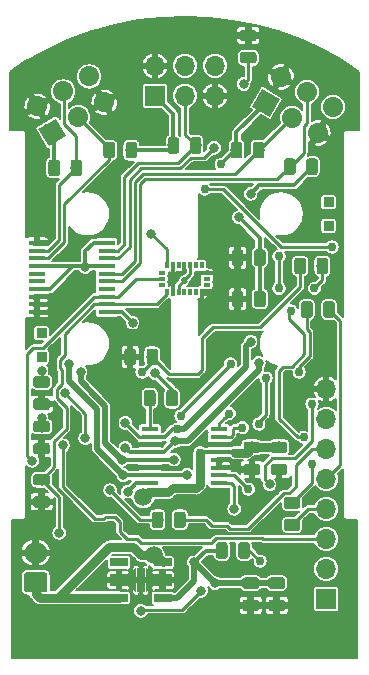
<source format=gbr>
G04 #@! TF.GenerationSoftware,KiCad,Pcbnew,(5.1.2)-2*
G04 #@! TF.CreationDate,2019-12-09T19:40:43+00:00*
G04 #@! TF.ProjectId,main_pcb,6d61696e-5f70-4636-922e-6b696361645f,rev?*
G04 #@! TF.SameCoordinates,Original*
G04 #@! TF.FileFunction,Copper,L2,Bot*
G04 #@! TF.FilePolarity,Positive*
%FSLAX46Y46*%
G04 Gerber Fmt 4.6, Leading zero omitted, Abs format (unit mm)*
G04 Created by KiCad (PCBNEW (5.1.2)-2) date 2019-12-09 19:40:43*
%MOMM*%
%LPD*%
G04 APERTURE LIST*
%ADD10C,1.700000*%
%ADD11C,1.700000*%
%ADD12C,0.100000*%
%ADD13O,1.700000X1.700000*%
%ADD14R,1.700000X1.700000*%
%ADD15C,0.975000*%
%ADD16R,0.850000X0.850000*%
%ADD17R,0.800000X2.000000*%
%ADD18C,0.750000*%
%ADD19R,1.500000X1.000000*%
%ADD20R,1.500000X0.700000*%
%ADD21R,1.450000X0.450000*%
%ADD22O,2.000000X1.700000*%
%ADD23R,1.475000X0.450000*%
%ADD24R,0.600000X0.300000*%
%ADD25R,0.300000X0.600000*%
%ADD26C,0.800000*%
%ADD27C,0.500000*%
%ADD28C,1.000000*%
%ADD29C,1.500000*%
%ADD30C,0.375000*%
%ADD31C,0.250000*%
%ADD32C,0.500000*%
%ADD33C,0.750000*%
%ADD34C,0.127000*%
G04 APERTURE END LIST*
D10*
X145769409Y-76240295D03*
D11*
X145769409Y-76240295D02*
X145769409Y-76240295D01*
D10*
X144499409Y-78440000D03*
D11*
X144499409Y-78440000D02*
X144499409Y-78440000D01*
D10*
X143569705Y-74970295D03*
D11*
X143569705Y-74970295D02*
X143569705Y-74970295D01*
D10*
X142299705Y-77170000D03*
D11*
X142299705Y-77170000D02*
X142299705Y-77170000D01*
D10*
X141370000Y-73700295D03*
D11*
X141370000Y-73700295D02*
X141370000Y-73700295D01*
D10*
X140100000Y-75900000D03*
D12*
G36*
X140411122Y-77061122D02*
G01*
X138938878Y-76211122D01*
X139788878Y-74738878D01*
X141261122Y-75588878D01*
X140411122Y-77061122D01*
X140411122Y-77061122D01*
G37*
D13*
X135780000Y-72760000D03*
X135780000Y-75300000D03*
X133240000Y-72760000D03*
X133240000Y-75300000D03*
X130700000Y-72760000D03*
D14*
X130700000Y-75300000D03*
D10*
X122000000Y-78400000D03*
D12*
G36*
X123161122Y-78711122D02*
G01*
X121688878Y-79561122D01*
X120838878Y-78088878D01*
X122311122Y-77238878D01*
X123161122Y-78711122D01*
X123161122Y-78711122D01*
G37*
D10*
X120730000Y-76200295D03*
D11*
X120730000Y-76200295D02*
X120730000Y-76200295D01*
D10*
X124199705Y-77130000D03*
D11*
X124199705Y-77130000D02*
X124199705Y-77130000D01*
D10*
X122929705Y-74930295D03*
D11*
X122929705Y-74930295D02*
X122929705Y-74930295D01*
D10*
X126399409Y-75860000D03*
D11*
X126399409Y-75860000D02*
X126399409Y-75860000D01*
D10*
X125129409Y-73660295D03*
D11*
X125129409Y-73660295D02*
X125129409Y-73660295D01*
D12*
G36*
X139080142Y-69713674D02*
G01*
X139103803Y-69717184D01*
X139127007Y-69722996D01*
X139149529Y-69731054D01*
X139171153Y-69741282D01*
X139191670Y-69753579D01*
X139210883Y-69767829D01*
X139228607Y-69783893D01*
X139244671Y-69801617D01*
X139258921Y-69820830D01*
X139271218Y-69841347D01*
X139281446Y-69862971D01*
X139289504Y-69885493D01*
X139295316Y-69908697D01*
X139298826Y-69932358D01*
X139300000Y-69956250D01*
X139300000Y-70443750D01*
X139298826Y-70467642D01*
X139295316Y-70491303D01*
X139289504Y-70514507D01*
X139281446Y-70537029D01*
X139271218Y-70558653D01*
X139258921Y-70579170D01*
X139244671Y-70598383D01*
X139228607Y-70616107D01*
X139210883Y-70632171D01*
X139191670Y-70646421D01*
X139171153Y-70658718D01*
X139149529Y-70668946D01*
X139127007Y-70677004D01*
X139103803Y-70682816D01*
X139080142Y-70686326D01*
X139056250Y-70687500D01*
X138143750Y-70687500D01*
X138119858Y-70686326D01*
X138096197Y-70682816D01*
X138072993Y-70677004D01*
X138050471Y-70668946D01*
X138028847Y-70658718D01*
X138008330Y-70646421D01*
X137989117Y-70632171D01*
X137971393Y-70616107D01*
X137955329Y-70598383D01*
X137941079Y-70579170D01*
X137928782Y-70558653D01*
X137918554Y-70537029D01*
X137910496Y-70514507D01*
X137904684Y-70491303D01*
X137901174Y-70467642D01*
X137900000Y-70443750D01*
X137900000Y-69956250D01*
X137901174Y-69932358D01*
X137904684Y-69908697D01*
X137910496Y-69885493D01*
X137918554Y-69862971D01*
X137928782Y-69841347D01*
X137941079Y-69820830D01*
X137955329Y-69801617D01*
X137971393Y-69783893D01*
X137989117Y-69767829D01*
X138008330Y-69753579D01*
X138028847Y-69741282D01*
X138050471Y-69731054D01*
X138072993Y-69722996D01*
X138096197Y-69717184D01*
X138119858Y-69713674D01*
X138143750Y-69712500D01*
X139056250Y-69712500D01*
X139080142Y-69713674D01*
X139080142Y-69713674D01*
G37*
D15*
X138600000Y-70200000D03*
D12*
G36*
X139080142Y-71588674D02*
G01*
X139103803Y-71592184D01*
X139127007Y-71597996D01*
X139149529Y-71606054D01*
X139171153Y-71616282D01*
X139191670Y-71628579D01*
X139210883Y-71642829D01*
X139228607Y-71658893D01*
X139244671Y-71676617D01*
X139258921Y-71695830D01*
X139271218Y-71716347D01*
X139281446Y-71737971D01*
X139289504Y-71760493D01*
X139295316Y-71783697D01*
X139298826Y-71807358D01*
X139300000Y-71831250D01*
X139300000Y-72318750D01*
X139298826Y-72342642D01*
X139295316Y-72366303D01*
X139289504Y-72389507D01*
X139281446Y-72412029D01*
X139271218Y-72433653D01*
X139258921Y-72454170D01*
X139244671Y-72473383D01*
X139228607Y-72491107D01*
X139210883Y-72507171D01*
X139191670Y-72521421D01*
X139171153Y-72533718D01*
X139149529Y-72543946D01*
X139127007Y-72552004D01*
X139103803Y-72557816D01*
X139080142Y-72561326D01*
X139056250Y-72562500D01*
X138143750Y-72562500D01*
X138119858Y-72561326D01*
X138096197Y-72557816D01*
X138072993Y-72552004D01*
X138050471Y-72543946D01*
X138028847Y-72533718D01*
X138008330Y-72521421D01*
X137989117Y-72507171D01*
X137971393Y-72491107D01*
X137955329Y-72473383D01*
X137941079Y-72454170D01*
X137928782Y-72433653D01*
X137918554Y-72412029D01*
X137910496Y-72389507D01*
X137904684Y-72366303D01*
X137901174Y-72342642D01*
X137900000Y-72318750D01*
X137900000Y-71831250D01*
X137901174Y-71807358D01*
X137904684Y-71783697D01*
X137910496Y-71760493D01*
X137918554Y-71737971D01*
X137928782Y-71716347D01*
X137941079Y-71695830D01*
X137955329Y-71676617D01*
X137971393Y-71658893D01*
X137989117Y-71642829D01*
X138008330Y-71628579D01*
X138028847Y-71616282D01*
X138050471Y-71606054D01*
X138072993Y-71597996D01*
X138096197Y-71592184D01*
X138119858Y-71588674D01*
X138143750Y-71587500D01*
X139056250Y-71587500D01*
X139080142Y-71588674D01*
X139080142Y-71588674D01*
G37*
D15*
X138600000Y-72075000D03*
D12*
G36*
X121580142Y-104688674D02*
G01*
X121603803Y-104692184D01*
X121627007Y-104697996D01*
X121649529Y-104706054D01*
X121671153Y-104716282D01*
X121691670Y-104728579D01*
X121710883Y-104742829D01*
X121728607Y-104758893D01*
X121744671Y-104776617D01*
X121758921Y-104795830D01*
X121771218Y-104816347D01*
X121781446Y-104837971D01*
X121789504Y-104860493D01*
X121795316Y-104883697D01*
X121798826Y-104907358D01*
X121800000Y-104931250D01*
X121800000Y-105418750D01*
X121798826Y-105442642D01*
X121795316Y-105466303D01*
X121789504Y-105489507D01*
X121781446Y-105512029D01*
X121771218Y-105533653D01*
X121758921Y-105554170D01*
X121744671Y-105573383D01*
X121728607Y-105591107D01*
X121710883Y-105607171D01*
X121691670Y-105621421D01*
X121671153Y-105633718D01*
X121649529Y-105643946D01*
X121627007Y-105652004D01*
X121603803Y-105657816D01*
X121580142Y-105661326D01*
X121556250Y-105662500D01*
X120643750Y-105662500D01*
X120619858Y-105661326D01*
X120596197Y-105657816D01*
X120572993Y-105652004D01*
X120550471Y-105643946D01*
X120528847Y-105633718D01*
X120508330Y-105621421D01*
X120489117Y-105607171D01*
X120471393Y-105591107D01*
X120455329Y-105573383D01*
X120441079Y-105554170D01*
X120428782Y-105533653D01*
X120418554Y-105512029D01*
X120410496Y-105489507D01*
X120404684Y-105466303D01*
X120401174Y-105442642D01*
X120400000Y-105418750D01*
X120400000Y-104931250D01*
X120401174Y-104907358D01*
X120404684Y-104883697D01*
X120410496Y-104860493D01*
X120418554Y-104837971D01*
X120428782Y-104816347D01*
X120441079Y-104795830D01*
X120455329Y-104776617D01*
X120471393Y-104758893D01*
X120489117Y-104742829D01*
X120508330Y-104728579D01*
X120528847Y-104716282D01*
X120550471Y-104706054D01*
X120572993Y-104697996D01*
X120596197Y-104692184D01*
X120619858Y-104688674D01*
X120643750Y-104687500D01*
X121556250Y-104687500D01*
X121580142Y-104688674D01*
X121580142Y-104688674D01*
G37*
D15*
X121100000Y-105175000D03*
D12*
G36*
X121580142Y-102813674D02*
G01*
X121603803Y-102817184D01*
X121627007Y-102822996D01*
X121649529Y-102831054D01*
X121671153Y-102841282D01*
X121691670Y-102853579D01*
X121710883Y-102867829D01*
X121728607Y-102883893D01*
X121744671Y-102901617D01*
X121758921Y-102920830D01*
X121771218Y-102941347D01*
X121781446Y-102962971D01*
X121789504Y-102985493D01*
X121795316Y-103008697D01*
X121798826Y-103032358D01*
X121800000Y-103056250D01*
X121800000Y-103543750D01*
X121798826Y-103567642D01*
X121795316Y-103591303D01*
X121789504Y-103614507D01*
X121781446Y-103637029D01*
X121771218Y-103658653D01*
X121758921Y-103679170D01*
X121744671Y-103698383D01*
X121728607Y-103716107D01*
X121710883Y-103732171D01*
X121691670Y-103746421D01*
X121671153Y-103758718D01*
X121649529Y-103768946D01*
X121627007Y-103777004D01*
X121603803Y-103782816D01*
X121580142Y-103786326D01*
X121556250Y-103787500D01*
X120643750Y-103787500D01*
X120619858Y-103786326D01*
X120596197Y-103782816D01*
X120572993Y-103777004D01*
X120550471Y-103768946D01*
X120528847Y-103758718D01*
X120508330Y-103746421D01*
X120489117Y-103732171D01*
X120471393Y-103716107D01*
X120455329Y-103698383D01*
X120441079Y-103679170D01*
X120428782Y-103658653D01*
X120418554Y-103637029D01*
X120410496Y-103614507D01*
X120404684Y-103591303D01*
X120401174Y-103567642D01*
X120400000Y-103543750D01*
X120400000Y-103056250D01*
X120401174Y-103032358D01*
X120404684Y-103008697D01*
X120410496Y-102985493D01*
X120418554Y-102962971D01*
X120428782Y-102941347D01*
X120441079Y-102920830D01*
X120455329Y-102901617D01*
X120471393Y-102883893D01*
X120489117Y-102867829D01*
X120508330Y-102853579D01*
X120528847Y-102841282D01*
X120550471Y-102831054D01*
X120572993Y-102822996D01*
X120596197Y-102817184D01*
X120619858Y-102813674D01*
X120643750Y-102812500D01*
X121556250Y-102812500D01*
X121580142Y-102813674D01*
X121580142Y-102813674D01*
G37*
D15*
X121100000Y-103300000D03*
D12*
G36*
X121580142Y-100913674D02*
G01*
X121603803Y-100917184D01*
X121627007Y-100922996D01*
X121649529Y-100931054D01*
X121671153Y-100941282D01*
X121691670Y-100953579D01*
X121710883Y-100967829D01*
X121728607Y-100983893D01*
X121744671Y-101001617D01*
X121758921Y-101020830D01*
X121771218Y-101041347D01*
X121781446Y-101062971D01*
X121789504Y-101085493D01*
X121795316Y-101108697D01*
X121798826Y-101132358D01*
X121800000Y-101156250D01*
X121800000Y-101643750D01*
X121798826Y-101667642D01*
X121795316Y-101691303D01*
X121789504Y-101714507D01*
X121781446Y-101737029D01*
X121771218Y-101758653D01*
X121758921Y-101779170D01*
X121744671Y-101798383D01*
X121728607Y-101816107D01*
X121710883Y-101832171D01*
X121691670Y-101846421D01*
X121671153Y-101858718D01*
X121649529Y-101868946D01*
X121627007Y-101877004D01*
X121603803Y-101882816D01*
X121580142Y-101886326D01*
X121556250Y-101887500D01*
X120643750Y-101887500D01*
X120619858Y-101886326D01*
X120596197Y-101882816D01*
X120572993Y-101877004D01*
X120550471Y-101868946D01*
X120528847Y-101858718D01*
X120508330Y-101846421D01*
X120489117Y-101832171D01*
X120471393Y-101816107D01*
X120455329Y-101798383D01*
X120441079Y-101779170D01*
X120428782Y-101758653D01*
X120418554Y-101737029D01*
X120410496Y-101714507D01*
X120404684Y-101691303D01*
X120401174Y-101667642D01*
X120400000Y-101643750D01*
X120400000Y-101156250D01*
X120401174Y-101132358D01*
X120404684Y-101108697D01*
X120410496Y-101085493D01*
X120418554Y-101062971D01*
X120428782Y-101041347D01*
X120441079Y-101020830D01*
X120455329Y-101001617D01*
X120471393Y-100983893D01*
X120489117Y-100967829D01*
X120508330Y-100953579D01*
X120528847Y-100941282D01*
X120550471Y-100931054D01*
X120572993Y-100922996D01*
X120596197Y-100917184D01*
X120619858Y-100913674D01*
X120643750Y-100912500D01*
X121556250Y-100912500D01*
X121580142Y-100913674D01*
X121580142Y-100913674D01*
G37*
D15*
X121100000Y-101400000D03*
D12*
G36*
X121580142Y-99038674D02*
G01*
X121603803Y-99042184D01*
X121627007Y-99047996D01*
X121649529Y-99056054D01*
X121671153Y-99066282D01*
X121691670Y-99078579D01*
X121710883Y-99092829D01*
X121728607Y-99108893D01*
X121744671Y-99126617D01*
X121758921Y-99145830D01*
X121771218Y-99166347D01*
X121781446Y-99187971D01*
X121789504Y-99210493D01*
X121795316Y-99233697D01*
X121798826Y-99257358D01*
X121800000Y-99281250D01*
X121800000Y-99768750D01*
X121798826Y-99792642D01*
X121795316Y-99816303D01*
X121789504Y-99839507D01*
X121781446Y-99862029D01*
X121771218Y-99883653D01*
X121758921Y-99904170D01*
X121744671Y-99923383D01*
X121728607Y-99941107D01*
X121710883Y-99957171D01*
X121691670Y-99971421D01*
X121671153Y-99983718D01*
X121649529Y-99993946D01*
X121627007Y-100002004D01*
X121603803Y-100007816D01*
X121580142Y-100011326D01*
X121556250Y-100012500D01*
X120643750Y-100012500D01*
X120619858Y-100011326D01*
X120596197Y-100007816D01*
X120572993Y-100002004D01*
X120550471Y-99993946D01*
X120528847Y-99983718D01*
X120508330Y-99971421D01*
X120489117Y-99957171D01*
X120471393Y-99941107D01*
X120455329Y-99923383D01*
X120441079Y-99904170D01*
X120428782Y-99883653D01*
X120418554Y-99862029D01*
X120410496Y-99839507D01*
X120404684Y-99816303D01*
X120401174Y-99792642D01*
X120400000Y-99768750D01*
X120400000Y-99281250D01*
X120401174Y-99257358D01*
X120404684Y-99233697D01*
X120410496Y-99210493D01*
X120418554Y-99187971D01*
X120428782Y-99166347D01*
X120441079Y-99145830D01*
X120455329Y-99126617D01*
X120471393Y-99108893D01*
X120489117Y-99092829D01*
X120508330Y-99078579D01*
X120528847Y-99066282D01*
X120550471Y-99056054D01*
X120572993Y-99047996D01*
X120596197Y-99042184D01*
X120619858Y-99038674D01*
X120643750Y-99037500D01*
X121556250Y-99037500D01*
X121580142Y-99038674D01*
X121580142Y-99038674D01*
G37*
D15*
X121100000Y-99525000D03*
D13*
X145200000Y-100120000D03*
X145200000Y-102660000D03*
X145200000Y-105200000D03*
X145200000Y-107740000D03*
X145200000Y-110280000D03*
X145200000Y-112820000D03*
X145200000Y-115360000D03*
D14*
X145200000Y-117900000D03*
D16*
X145400000Y-84300000D03*
X145400000Y-86300000D03*
X121100000Y-97400000D03*
X121100000Y-95400000D03*
D17*
X129500000Y-116300000D03*
D18*
X128725000Y-116300000D03*
D12*
G36*
X128350000Y-115800000D02*
G01*
X129100000Y-115300000D01*
X129100000Y-117300000D01*
X128350000Y-116800000D01*
X128350000Y-115800000D01*
X128350000Y-115800000D01*
G37*
D19*
X131350000Y-116300000D03*
D20*
X127650000Y-114800000D03*
D19*
X127650000Y-116300000D03*
D20*
X127650000Y-117800000D03*
X131350000Y-114800000D03*
X131350000Y-117800000D03*
D18*
X130275000Y-116300000D03*
D12*
G36*
X130650000Y-116800000D02*
G01*
X129900000Y-117300000D01*
X129900000Y-115300000D01*
X130650000Y-115800000D01*
X130650000Y-116800000D01*
X130650000Y-116800000D01*
G37*
G36*
X139742642Y-79201174D02*
G01*
X139766303Y-79204684D01*
X139789507Y-79210496D01*
X139812029Y-79218554D01*
X139833653Y-79228782D01*
X139854170Y-79241079D01*
X139873383Y-79255329D01*
X139891107Y-79271393D01*
X139907171Y-79289117D01*
X139921421Y-79308330D01*
X139933718Y-79328847D01*
X139943946Y-79350471D01*
X139952004Y-79372993D01*
X139957816Y-79396197D01*
X139961326Y-79419858D01*
X139962500Y-79443750D01*
X139962500Y-80356250D01*
X139961326Y-80380142D01*
X139957816Y-80403803D01*
X139952004Y-80427007D01*
X139943946Y-80449529D01*
X139933718Y-80471153D01*
X139921421Y-80491670D01*
X139907171Y-80510883D01*
X139891107Y-80528607D01*
X139873383Y-80544671D01*
X139854170Y-80558921D01*
X139833653Y-80571218D01*
X139812029Y-80581446D01*
X139789507Y-80589504D01*
X139766303Y-80595316D01*
X139742642Y-80598826D01*
X139718750Y-80600000D01*
X139231250Y-80600000D01*
X139207358Y-80598826D01*
X139183697Y-80595316D01*
X139160493Y-80589504D01*
X139137971Y-80581446D01*
X139116347Y-80571218D01*
X139095830Y-80558921D01*
X139076617Y-80544671D01*
X139058893Y-80528607D01*
X139042829Y-80510883D01*
X139028579Y-80491670D01*
X139016282Y-80471153D01*
X139006054Y-80449529D01*
X138997996Y-80427007D01*
X138992184Y-80403803D01*
X138988674Y-80380142D01*
X138987500Y-80356250D01*
X138987500Y-79443750D01*
X138988674Y-79419858D01*
X138992184Y-79396197D01*
X138997996Y-79372993D01*
X139006054Y-79350471D01*
X139016282Y-79328847D01*
X139028579Y-79308330D01*
X139042829Y-79289117D01*
X139058893Y-79271393D01*
X139076617Y-79255329D01*
X139095830Y-79241079D01*
X139116347Y-79228782D01*
X139137971Y-79218554D01*
X139160493Y-79210496D01*
X139183697Y-79204684D01*
X139207358Y-79201174D01*
X139231250Y-79200000D01*
X139718750Y-79200000D01*
X139742642Y-79201174D01*
X139742642Y-79201174D01*
G37*
D15*
X139475000Y-79900000D03*
D12*
G36*
X137867642Y-79201174D02*
G01*
X137891303Y-79204684D01*
X137914507Y-79210496D01*
X137937029Y-79218554D01*
X137958653Y-79228782D01*
X137979170Y-79241079D01*
X137998383Y-79255329D01*
X138016107Y-79271393D01*
X138032171Y-79289117D01*
X138046421Y-79308330D01*
X138058718Y-79328847D01*
X138068946Y-79350471D01*
X138077004Y-79372993D01*
X138082816Y-79396197D01*
X138086326Y-79419858D01*
X138087500Y-79443750D01*
X138087500Y-80356250D01*
X138086326Y-80380142D01*
X138082816Y-80403803D01*
X138077004Y-80427007D01*
X138068946Y-80449529D01*
X138058718Y-80471153D01*
X138046421Y-80491670D01*
X138032171Y-80510883D01*
X138016107Y-80528607D01*
X137998383Y-80544671D01*
X137979170Y-80558921D01*
X137958653Y-80571218D01*
X137937029Y-80581446D01*
X137914507Y-80589504D01*
X137891303Y-80595316D01*
X137867642Y-80598826D01*
X137843750Y-80600000D01*
X137356250Y-80600000D01*
X137332358Y-80598826D01*
X137308697Y-80595316D01*
X137285493Y-80589504D01*
X137262971Y-80581446D01*
X137241347Y-80571218D01*
X137220830Y-80558921D01*
X137201617Y-80544671D01*
X137183893Y-80528607D01*
X137167829Y-80510883D01*
X137153579Y-80491670D01*
X137141282Y-80471153D01*
X137131054Y-80449529D01*
X137122996Y-80427007D01*
X137117184Y-80403803D01*
X137113674Y-80380142D01*
X137112500Y-80356250D01*
X137112500Y-79443750D01*
X137113674Y-79419858D01*
X137117184Y-79396197D01*
X137122996Y-79372993D01*
X137131054Y-79350471D01*
X137141282Y-79328847D01*
X137153579Y-79308330D01*
X137167829Y-79289117D01*
X137183893Y-79271393D01*
X137201617Y-79255329D01*
X137220830Y-79241079D01*
X137241347Y-79228782D01*
X137262971Y-79218554D01*
X137285493Y-79210496D01*
X137308697Y-79204684D01*
X137332358Y-79201174D01*
X137356250Y-79200000D01*
X137843750Y-79200000D01*
X137867642Y-79201174D01*
X137867642Y-79201174D01*
G37*
D15*
X137600000Y-79900000D03*
D12*
G36*
X142392642Y-80601174D02*
G01*
X142416303Y-80604684D01*
X142439507Y-80610496D01*
X142462029Y-80618554D01*
X142483653Y-80628782D01*
X142504170Y-80641079D01*
X142523383Y-80655329D01*
X142541107Y-80671393D01*
X142557171Y-80689117D01*
X142571421Y-80708330D01*
X142583718Y-80728847D01*
X142593946Y-80750471D01*
X142602004Y-80772993D01*
X142607816Y-80796197D01*
X142611326Y-80819858D01*
X142612500Y-80843750D01*
X142612500Y-81756250D01*
X142611326Y-81780142D01*
X142607816Y-81803803D01*
X142602004Y-81827007D01*
X142593946Y-81849529D01*
X142583718Y-81871153D01*
X142571421Y-81891670D01*
X142557171Y-81910883D01*
X142541107Y-81928607D01*
X142523383Y-81944671D01*
X142504170Y-81958921D01*
X142483653Y-81971218D01*
X142462029Y-81981446D01*
X142439507Y-81989504D01*
X142416303Y-81995316D01*
X142392642Y-81998826D01*
X142368750Y-82000000D01*
X141881250Y-82000000D01*
X141857358Y-81998826D01*
X141833697Y-81995316D01*
X141810493Y-81989504D01*
X141787971Y-81981446D01*
X141766347Y-81971218D01*
X141745830Y-81958921D01*
X141726617Y-81944671D01*
X141708893Y-81928607D01*
X141692829Y-81910883D01*
X141678579Y-81891670D01*
X141666282Y-81871153D01*
X141656054Y-81849529D01*
X141647996Y-81827007D01*
X141642184Y-81803803D01*
X141638674Y-81780142D01*
X141637500Y-81756250D01*
X141637500Y-80843750D01*
X141638674Y-80819858D01*
X141642184Y-80796197D01*
X141647996Y-80772993D01*
X141656054Y-80750471D01*
X141666282Y-80728847D01*
X141678579Y-80708330D01*
X141692829Y-80689117D01*
X141708893Y-80671393D01*
X141726617Y-80655329D01*
X141745830Y-80641079D01*
X141766347Y-80628782D01*
X141787971Y-80618554D01*
X141810493Y-80610496D01*
X141833697Y-80604684D01*
X141857358Y-80601174D01*
X141881250Y-80600000D01*
X142368750Y-80600000D01*
X142392642Y-80601174D01*
X142392642Y-80601174D01*
G37*
D15*
X142125000Y-81300000D03*
D12*
G36*
X144267642Y-80601174D02*
G01*
X144291303Y-80604684D01*
X144314507Y-80610496D01*
X144337029Y-80618554D01*
X144358653Y-80628782D01*
X144379170Y-80641079D01*
X144398383Y-80655329D01*
X144416107Y-80671393D01*
X144432171Y-80689117D01*
X144446421Y-80708330D01*
X144458718Y-80728847D01*
X144468946Y-80750471D01*
X144477004Y-80772993D01*
X144482816Y-80796197D01*
X144486326Y-80819858D01*
X144487500Y-80843750D01*
X144487500Y-81756250D01*
X144486326Y-81780142D01*
X144482816Y-81803803D01*
X144477004Y-81827007D01*
X144468946Y-81849529D01*
X144458718Y-81871153D01*
X144446421Y-81891670D01*
X144432171Y-81910883D01*
X144416107Y-81928607D01*
X144398383Y-81944671D01*
X144379170Y-81958921D01*
X144358653Y-81971218D01*
X144337029Y-81981446D01*
X144314507Y-81989504D01*
X144291303Y-81995316D01*
X144267642Y-81998826D01*
X144243750Y-82000000D01*
X143756250Y-82000000D01*
X143732358Y-81998826D01*
X143708697Y-81995316D01*
X143685493Y-81989504D01*
X143662971Y-81981446D01*
X143641347Y-81971218D01*
X143620830Y-81958921D01*
X143601617Y-81944671D01*
X143583893Y-81928607D01*
X143567829Y-81910883D01*
X143553579Y-81891670D01*
X143541282Y-81871153D01*
X143531054Y-81849529D01*
X143522996Y-81827007D01*
X143517184Y-81803803D01*
X143513674Y-81780142D01*
X143512500Y-81756250D01*
X143512500Y-80843750D01*
X143513674Y-80819858D01*
X143517184Y-80796197D01*
X143522996Y-80772993D01*
X143531054Y-80750471D01*
X143541282Y-80728847D01*
X143553579Y-80708330D01*
X143567829Y-80689117D01*
X143583893Y-80671393D01*
X143601617Y-80655329D01*
X143620830Y-80641079D01*
X143641347Y-80628782D01*
X143662971Y-80618554D01*
X143685493Y-80610496D01*
X143708697Y-80604684D01*
X143732358Y-80601174D01*
X143756250Y-80600000D01*
X144243750Y-80600000D01*
X144267642Y-80601174D01*
X144267642Y-80601174D01*
G37*
D15*
X144000000Y-81300000D03*
D12*
G36*
X134405142Y-78801174D02*
G01*
X134428803Y-78804684D01*
X134452007Y-78810496D01*
X134474529Y-78818554D01*
X134496153Y-78828782D01*
X134516670Y-78841079D01*
X134535883Y-78855329D01*
X134553607Y-78871393D01*
X134569671Y-78889117D01*
X134583921Y-78908330D01*
X134596218Y-78928847D01*
X134606446Y-78950471D01*
X134614504Y-78972993D01*
X134620316Y-78996197D01*
X134623826Y-79019858D01*
X134625000Y-79043750D01*
X134625000Y-79956250D01*
X134623826Y-79980142D01*
X134620316Y-80003803D01*
X134614504Y-80027007D01*
X134606446Y-80049529D01*
X134596218Y-80071153D01*
X134583921Y-80091670D01*
X134569671Y-80110883D01*
X134553607Y-80128607D01*
X134535883Y-80144671D01*
X134516670Y-80158921D01*
X134496153Y-80171218D01*
X134474529Y-80181446D01*
X134452007Y-80189504D01*
X134428803Y-80195316D01*
X134405142Y-80198826D01*
X134381250Y-80200000D01*
X133893750Y-80200000D01*
X133869858Y-80198826D01*
X133846197Y-80195316D01*
X133822993Y-80189504D01*
X133800471Y-80181446D01*
X133778847Y-80171218D01*
X133758330Y-80158921D01*
X133739117Y-80144671D01*
X133721393Y-80128607D01*
X133705329Y-80110883D01*
X133691079Y-80091670D01*
X133678782Y-80071153D01*
X133668554Y-80049529D01*
X133660496Y-80027007D01*
X133654684Y-80003803D01*
X133651174Y-79980142D01*
X133650000Y-79956250D01*
X133650000Y-79043750D01*
X133651174Y-79019858D01*
X133654684Y-78996197D01*
X133660496Y-78972993D01*
X133668554Y-78950471D01*
X133678782Y-78928847D01*
X133691079Y-78908330D01*
X133705329Y-78889117D01*
X133721393Y-78871393D01*
X133739117Y-78855329D01*
X133758330Y-78841079D01*
X133778847Y-78828782D01*
X133800471Y-78818554D01*
X133822993Y-78810496D01*
X133846197Y-78804684D01*
X133869858Y-78801174D01*
X133893750Y-78800000D01*
X134381250Y-78800000D01*
X134405142Y-78801174D01*
X134405142Y-78801174D01*
G37*
D15*
X134137500Y-79500000D03*
D12*
G36*
X132530142Y-78801174D02*
G01*
X132553803Y-78804684D01*
X132577007Y-78810496D01*
X132599529Y-78818554D01*
X132621153Y-78828782D01*
X132641670Y-78841079D01*
X132660883Y-78855329D01*
X132678607Y-78871393D01*
X132694671Y-78889117D01*
X132708921Y-78908330D01*
X132721218Y-78928847D01*
X132731446Y-78950471D01*
X132739504Y-78972993D01*
X132745316Y-78996197D01*
X132748826Y-79019858D01*
X132750000Y-79043750D01*
X132750000Y-79956250D01*
X132748826Y-79980142D01*
X132745316Y-80003803D01*
X132739504Y-80027007D01*
X132731446Y-80049529D01*
X132721218Y-80071153D01*
X132708921Y-80091670D01*
X132694671Y-80110883D01*
X132678607Y-80128607D01*
X132660883Y-80144671D01*
X132641670Y-80158921D01*
X132621153Y-80171218D01*
X132599529Y-80181446D01*
X132577007Y-80189504D01*
X132553803Y-80195316D01*
X132530142Y-80198826D01*
X132506250Y-80200000D01*
X132018750Y-80200000D01*
X131994858Y-80198826D01*
X131971197Y-80195316D01*
X131947993Y-80189504D01*
X131925471Y-80181446D01*
X131903847Y-80171218D01*
X131883330Y-80158921D01*
X131864117Y-80144671D01*
X131846393Y-80128607D01*
X131830329Y-80110883D01*
X131816079Y-80091670D01*
X131803782Y-80071153D01*
X131793554Y-80049529D01*
X131785496Y-80027007D01*
X131779684Y-80003803D01*
X131776174Y-79980142D01*
X131775000Y-79956250D01*
X131775000Y-79043750D01*
X131776174Y-79019858D01*
X131779684Y-78996197D01*
X131785496Y-78972993D01*
X131793554Y-78950471D01*
X131803782Y-78928847D01*
X131816079Y-78908330D01*
X131830329Y-78889117D01*
X131846393Y-78871393D01*
X131864117Y-78855329D01*
X131883330Y-78841079D01*
X131903847Y-78828782D01*
X131925471Y-78818554D01*
X131947993Y-78810496D01*
X131971197Y-78804684D01*
X131994858Y-78801174D01*
X132018750Y-78800000D01*
X132506250Y-78800000D01*
X132530142Y-78801174D01*
X132530142Y-78801174D01*
G37*
D15*
X132262500Y-79500000D03*
D12*
G36*
X127092642Y-79201174D02*
G01*
X127116303Y-79204684D01*
X127139507Y-79210496D01*
X127162029Y-79218554D01*
X127183653Y-79228782D01*
X127204170Y-79241079D01*
X127223383Y-79255329D01*
X127241107Y-79271393D01*
X127257171Y-79289117D01*
X127271421Y-79308330D01*
X127283718Y-79328847D01*
X127293946Y-79350471D01*
X127302004Y-79372993D01*
X127307816Y-79396197D01*
X127311326Y-79419858D01*
X127312500Y-79443750D01*
X127312500Y-80356250D01*
X127311326Y-80380142D01*
X127307816Y-80403803D01*
X127302004Y-80427007D01*
X127293946Y-80449529D01*
X127283718Y-80471153D01*
X127271421Y-80491670D01*
X127257171Y-80510883D01*
X127241107Y-80528607D01*
X127223383Y-80544671D01*
X127204170Y-80558921D01*
X127183653Y-80571218D01*
X127162029Y-80581446D01*
X127139507Y-80589504D01*
X127116303Y-80595316D01*
X127092642Y-80598826D01*
X127068750Y-80600000D01*
X126581250Y-80600000D01*
X126557358Y-80598826D01*
X126533697Y-80595316D01*
X126510493Y-80589504D01*
X126487971Y-80581446D01*
X126466347Y-80571218D01*
X126445830Y-80558921D01*
X126426617Y-80544671D01*
X126408893Y-80528607D01*
X126392829Y-80510883D01*
X126378579Y-80491670D01*
X126366282Y-80471153D01*
X126356054Y-80449529D01*
X126347996Y-80427007D01*
X126342184Y-80403803D01*
X126338674Y-80380142D01*
X126337500Y-80356250D01*
X126337500Y-79443750D01*
X126338674Y-79419858D01*
X126342184Y-79396197D01*
X126347996Y-79372993D01*
X126356054Y-79350471D01*
X126366282Y-79328847D01*
X126378579Y-79308330D01*
X126392829Y-79289117D01*
X126408893Y-79271393D01*
X126426617Y-79255329D01*
X126445830Y-79241079D01*
X126466347Y-79228782D01*
X126487971Y-79218554D01*
X126510493Y-79210496D01*
X126533697Y-79204684D01*
X126557358Y-79201174D01*
X126581250Y-79200000D01*
X127068750Y-79200000D01*
X127092642Y-79201174D01*
X127092642Y-79201174D01*
G37*
D15*
X126825000Y-79900000D03*
D12*
G36*
X128967642Y-79201174D02*
G01*
X128991303Y-79204684D01*
X129014507Y-79210496D01*
X129037029Y-79218554D01*
X129058653Y-79228782D01*
X129079170Y-79241079D01*
X129098383Y-79255329D01*
X129116107Y-79271393D01*
X129132171Y-79289117D01*
X129146421Y-79308330D01*
X129158718Y-79328847D01*
X129168946Y-79350471D01*
X129177004Y-79372993D01*
X129182816Y-79396197D01*
X129186326Y-79419858D01*
X129187500Y-79443750D01*
X129187500Y-80356250D01*
X129186326Y-80380142D01*
X129182816Y-80403803D01*
X129177004Y-80427007D01*
X129168946Y-80449529D01*
X129158718Y-80471153D01*
X129146421Y-80491670D01*
X129132171Y-80510883D01*
X129116107Y-80528607D01*
X129098383Y-80544671D01*
X129079170Y-80558921D01*
X129058653Y-80571218D01*
X129037029Y-80581446D01*
X129014507Y-80589504D01*
X128991303Y-80595316D01*
X128967642Y-80598826D01*
X128943750Y-80600000D01*
X128456250Y-80600000D01*
X128432358Y-80598826D01*
X128408697Y-80595316D01*
X128385493Y-80589504D01*
X128362971Y-80581446D01*
X128341347Y-80571218D01*
X128320830Y-80558921D01*
X128301617Y-80544671D01*
X128283893Y-80528607D01*
X128267829Y-80510883D01*
X128253579Y-80491670D01*
X128241282Y-80471153D01*
X128231054Y-80449529D01*
X128222996Y-80427007D01*
X128217184Y-80403803D01*
X128213674Y-80380142D01*
X128212500Y-80356250D01*
X128212500Y-79443750D01*
X128213674Y-79419858D01*
X128217184Y-79396197D01*
X128222996Y-79372993D01*
X128231054Y-79350471D01*
X128241282Y-79328847D01*
X128253579Y-79308330D01*
X128267829Y-79289117D01*
X128283893Y-79271393D01*
X128301617Y-79255329D01*
X128320830Y-79241079D01*
X128341347Y-79228782D01*
X128362971Y-79218554D01*
X128385493Y-79210496D01*
X128408697Y-79204684D01*
X128432358Y-79201174D01*
X128456250Y-79200000D01*
X128943750Y-79200000D01*
X128967642Y-79201174D01*
X128967642Y-79201174D01*
G37*
D15*
X128700000Y-79900000D03*
D12*
G36*
X124305142Y-80701174D02*
G01*
X124328803Y-80704684D01*
X124352007Y-80710496D01*
X124374529Y-80718554D01*
X124396153Y-80728782D01*
X124416670Y-80741079D01*
X124435883Y-80755329D01*
X124453607Y-80771393D01*
X124469671Y-80789117D01*
X124483921Y-80808330D01*
X124496218Y-80828847D01*
X124506446Y-80850471D01*
X124514504Y-80872993D01*
X124520316Y-80896197D01*
X124523826Y-80919858D01*
X124525000Y-80943750D01*
X124525000Y-81856250D01*
X124523826Y-81880142D01*
X124520316Y-81903803D01*
X124514504Y-81927007D01*
X124506446Y-81949529D01*
X124496218Y-81971153D01*
X124483921Y-81991670D01*
X124469671Y-82010883D01*
X124453607Y-82028607D01*
X124435883Y-82044671D01*
X124416670Y-82058921D01*
X124396153Y-82071218D01*
X124374529Y-82081446D01*
X124352007Y-82089504D01*
X124328803Y-82095316D01*
X124305142Y-82098826D01*
X124281250Y-82100000D01*
X123793750Y-82100000D01*
X123769858Y-82098826D01*
X123746197Y-82095316D01*
X123722993Y-82089504D01*
X123700471Y-82081446D01*
X123678847Y-82071218D01*
X123658330Y-82058921D01*
X123639117Y-82044671D01*
X123621393Y-82028607D01*
X123605329Y-82010883D01*
X123591079Y-81991670D01*
X123578782Y-81971153D01*
X123568554Y-81949529D01*
X123560496Y-81927007D01*
X123554684Y-81903803D01*
X123551174Y-81880142D01*
X123550000Y-81856250D01*
X123550000Y-80943750D01*
X123551174Y-80919858D01*
X123554684Y-80896197D01*
X123560496Y-80872993D01*
X123568554Y-80850471D01*
X123578782Y-80828847D01*
X123591079Y-80808330D01*
X123605329Y-80789117D01*
X123621393Y-80771393D01*
X123639117Y-80755329D01*
X123658330Y-80741079D01*
X123678847Y-80728782D01*
X123700471Y-80718554D01*
X123722993Y-80710496D01*
X123746197Y-80704684D01*
X123769858Y-80701174D01*
X123793750Y-80700000D01*
X124281250Y-80700000D01*
X124305142Y-80701174D01*
X124305142Y-80701174D01*
G37*
D15*
X124037500Y-81400000D03*
D12*
G36*
X122430142Y-80701174D02*
G01*
X122453803Y-80704684D01*
X122477007Y-80710496D01*
X122499529Y-80718554D01*
X122521153Y-80728782D01*
X122541670Y-80741079D01*
X122560883Y-80755329D01*
X122578607Y-80771393D01*
X122594671Y-80789117D01*
X122608921Y-80808330D01*
X122621218Y-80828847D01*
X122631446Y-80850471D01*
X122639504Y-80872993D01*
X122645316Y-80896197D01*
X122648826Y-80919858D01*
X122650000Y-80943750D01*
X122650000Y-81856250D01*
X122648826Y-81880142D01*
X122645316Y-81903803D01*
X122639504Y-81927007D01*
X122631446Y-81949529D01*
X122621218Y-81971153D01*
X122608921Y-81991670D01*
X122594671Y-82010883D01*
X122578607Y-82028607D01*
X122560883Y-82044671D01*
X122541670Y-82058921D01*
X122521153Y-82071218D01*
X122499529Y-82081446D01*
X122477007Y-82089504D01*
X122453803Y-82095316D01*
X122430142Y-82098826D01*
X122406250Y-82100000D01*
X121918750Y-82100000D01*
X121894858Y-82098826D01*
X121871197Y-82095316D01*
X121847993Y-82089504D01*
X121825471Y-82081446D01*
X121803847Y-82071218D01*
X121783330Y-82058921D01*
X121764117Y-82044671D01*
X121746393Y-82028607D01*
X121730329Y-82010883D01*
X121716079Y-81991670D01*
X121703782Y-81971153D01*
X121693554Y-81949529D01*
X121685496Y-81927007D01*
X121679684Y-81903803D01*
X121676174Y-81880142D01*
X121675000Y-81856250D01*
X121675000Y-80943750D01*
X121676174Y-80919858D01*
X121679684Y-80896197D01*
X121685496Y-80872993D01*
X121693554Y-80850471D01*
X121703782Y-80828847D01*
X121716079Y-80808330D01*
X121730329Y-80789117D01*
X121746393Y-80771393D01*
X121764117Y-80755329D01*
X121783330Y-80741079D01*
X121803847Y-80728782D01*
X121825471Y-80718554D01*
X121847993Y-80710496D01*
X121871197Y-80704684D01*
X121894858Y-80701174D01*
X121918750Y-80700000D01*
X122406250Y-80700000D01*
X122430142Y-80701174D01*
X122430142Y-80701174D01*
G37*
D15*
X122162500Y-81400000D03*
D12*
G36*
X132405142Y-100201174D02*
G01*
X132428803Y-100204684D01*
X132452007Y-100210496D01*
X132474529Y-100218554D01*
X132496153Y-100228782D01*
X132516670Y-100241079D01*
X132535883Y-100255329D01*
X132553607Y-100271393D01*
X132569671Y-100289117D01*
X132583921Y-100308330D01*
X132596218Y-100328847D01*
X132606446Y-100350471D01*
X132614504Y-100372993D01*
X132620316Y-100396197D01*
X132623826Y-100419858D01*
X132625000Y-100443750D01*
X132625000Y-101356250D01*
X132623826Y-101380142D01*
X132620316Y-101403803D01*
X132614504Y-101427007D01*
X132606446Y-101449529D01*
X132596218Y-101471153D01*
X132583921Y-101491670D01*
X132569671Y-101510883D01*
X132553607Y-101528607D01*
X132535883Y-101544671D01*
X132516670Y-101558921D01*
X132496153Y-101571218D01*
X132474529Y-101581446D01*
X132452007Y-101589504D01*
X132428803Y-101595316D01*
X132405142Y-101598826D01*
X132381250Y-101600000D01*
X131893750Y-101600000D01*
X131869858Y-101598826D01*
X131846197Y-101595316D01*
X131822993Y-101589504D01*
X131800471Y-101581446D01*
X131778847Y-101571218D01*
X131758330Y-101558921D01*
X131739117Y-101544671D01*
X131721393Y-101528607D01*
X131705329Y-101510883D01*
X131691079Y-101491670D01*
X131678782Y-101471153D01*
X131668554Y-101449529D01*
X131660496Y-101427007D01*
X131654684Y-101403803D01*
X131651174Y-101380142D01*
X131650000Y-101356250D01*
X131650000Y-100443750D01*
X131651174Y-100419858D01*
X131654684Y-100396197D01*
X131660496Y-100372993D01*
X131668554Y-100350471D01*
X131678782Y-100328847D01*
X131691079Y-100308330D01*
X131705329Y-100289117D01*
X131721393Y-100271393D01*
X131739117Y-100255329D01*
X131758330Y-100241079D01*
X131778847Y-100228782D01*
X131800471Y-100218554D01*
X131822993Y-100210496D01*
X131846197Y-100204684D01*
X131869858Y-100201174D01*
X131893750Y-100200000D01*
X132381250Y-100200000D01*
X132405142Y-100201174D01*
X132405142Y-100201174D01*
G37*
D15*
X132137500Y-100900000D03*
D12*
G36*
X130530142Y-100201174D02*
G01*
X130553803Y-100204684D01*
X130577007Y-100210496D01*
X130599529Y-100218554D01*
X130621153Y-100228782D01*
X130641670Y-100241079D01*
X130660883Y-100255329D01*
X130678607Y-100271393D01*
X130694671Y-100289117D01*
X130708921Y-100308330D01*
X130721218Y-100328847D01*
X130731446Y-100350471D01*
X130739504Y-100372993D01*
X130745316Y-100396197D01*
X130748826Y-100419858D01*
X130750000Y-100443750D01*
X130750000Y-101356250D01*
X130748826Y-101380142D01*
X130745316Y-101403803D01*
X130739504Y-101427007D01*
X130731446Y-101449529D01*
X130721218Y-101471153D01*
X130708921Y-101491670D01*
X130694671Y-101510883D01*
X130678607Y-101528607D01*
X130660883Y-101544671D01*
X130641670Y-101558921D01*
X130621153Y-101571218D01*
X130599529Y-101581446D01*
X130577007Y-101589504D01*
X130553803Y-101595316D01*
X130530142Y-101598826D01*
X130506250Y-101600000D01*
X130018750Y-101600000D01*
X129994858Y-101598826D01*
X129971197Y-101595316D01*
X129947993Y-101589504D01*
X129925471Y-101581446D01*
X129903847Y-101571218D01*
X129883330Y-101558921D01*
X129864117Y-101544671D01*
X129846393Y-101528607D01*
X129830329Y-101510883D01*
X129816079Y-101491670D01*
X129803782Y-101471153D01*
X129793554Y-101449529D01*
X129785496Y-101427007D01*
X129779684Y-101403803D01*
X129776174Y-101380142D01*
X129775000Y-101356250D01*
X129775000Y-100443750D01*
X129776174Y-100419858D01*
X129779684Y-100396197D01*
X129785496Y-100372993D01*
X129793554Y-100350471D01*
X129803782Y-100328847D01*
X129816079Y-100308330D01*
X129830329Y-100289117D01*
X129846393Y-100271393D01*
X129864117Y-100255329D01*
X129883330Y-100241079D01*
X129903847Y-100228782D01*
X129925471Y-100218554D01*
X129947993Y-100210496D01*
X129971197Y-100204684D01*
X129994858Y-100201174D01*
X130018750Y-100200000D01*
X130506250Y-100200000D01*
X130530142Y-100201174D01*
X130530142Y-100201174D01*
G37*
D15*
X130262500Y-100900000D03*
D12*
G36*
X121580142Y-107313674D02*
G01*
X121603803Y-107317184D01*
X121627007Y-107322996D01*
X121649529Y-107331054D01*
X121671153Y-107341282D01*
X121691670Y-107353579D01*
X121710883Y-107367829D01*
X121728607Y-107383893D01*
X121744671Y-107401617D01*
X121758921Y-107420830D01*
X121771218Y-107441347D01*
X121781446Y-107462971D01*
X121789504Y-107485493D01*
X121795316Y-107508697D01*
X121798826Y-107532358D01*
X121800000Y-107556250D01*
X121800000Y-108043750D01*
X121798826Y-108067642D01*
X121795316Y-108091303D01*
X121789504Y-108114507D01*
X121781446Y-108137029D01*
X121771218Y-108158653D01*
X121758921Y-108179170D01*
X121744671Y-108198383D01*
X121728607Y-108216107D01*
X121710883Y-108232171D01*
X121691670Y-108246421D01*
X121671153Y-108258718D01*
X121649529Y-108268946D01*
X121627007Y-108277004D01*
X121603803Y-108282816D01*
X121580142Y-108286326D01*
X121556250Y-108287500D01*
X120643750Y-108287500D01*
X120619858Y-108286326D01*
X120596197Y-108282816D01*
X120572993Y-108277004D01*
X120550471Y-108268946D01*
X120528847Y-108258718D01*
X120508330Y-108246421D01*
X120489117Y-108232171D01*
X120471393Y-108216107D01*
X120455329Y-108198383D01*
X120441079Y-108179170D01*
X120428782Y-108158653D01*
X120418554Y-108137029D01*
X120410496Y-108114507D01*
X120404684Y-108091303D01*
X120401174Y-108067642D01*
X120400000Y-108043750D01*
X120400000Y-107556250D01*
X120401174Y-107532358D01*
X120404684Y-107508697D01*
X120410496Y-107485493D01*
X120418554Y-107462971D01*
X120428782Y-107441347D01*
X120441079Y-107420830D01*
X120455329Y-107401617D01*
X120471393Y-107383893D01*
X120489117Y-107367829D01*
X120508330Y-107353579D01*
X120528847Y-107341282D01*
X120550471Y-107331054D01*
X120572993Y-107322996D01*
X120596197Y-107317184D01*
X120619858Y-107313674D01*
X120643750Y-107312500D01*
X121556250Y-107312500D01*
X121580142Y-107313674D01*
X121580142Y-107313674D01*
G37*
D15*
X121100000Y-107800000D03*
D12*
G36*
X121580142Y-109188674D02*
G01*
X121603803Y-109192184D01*
X121627007Y-109197996D01*
X121649529Y-109206054D01*
X121671153Y-109216282D01*
X121691670Y-109228579D01*
X121710883Y-109242829D01*
X121728607Y-109258893D01*
X121744671Y-109276617D01*
X121758921Y-109295830D01*
X121771218Y-109316347D01*
X121781446Y-109337971D01*
X121789504Y-109360493D01*
X121795316Y-109383697D01*
X121798826Y-109407358D01*
X121800000Y-109431250D01*
X121800000Y-109918750D01*
X121798826Y-109942642D01*
X121795316Y-109966303D01*
X121789504Y-109989507D01*
X121781446Y-110012029D01*
X121771218Y-110033653D01*
X121758921Y-110054170D01*
X121744671Y-110073383D01*
X121728607Y-110091107D01*
X121710883Y-110107171D01*
X121691670Y-110121421D01*
X121671153Y-110133718D01*
X121649529Y-110143946D01*
X121627007Y-110152004D01*
X121603803Y-110157816D01*
X121580142Y-110161326D01*
X121556250Y-110162500D01*
X120643750Y-110162500D01*
X120619858Y-110161326D01*
X120596197Y-110157816D01*
X120572993Y-110152004D01*
X120550471Y-110143946D01*
X120528847Y-110133718D01*
X120508330Y-110121421D01*
X120489117Y-110107171D01*
X120471393Y-110091107D01*
X120455329Y-110073383D01*
X120441079Y-110054170D01*
X120428782Y-110033653D01*
X120418554Y-110012029D01*
X120410496Y-109989507D01*
X120404684Y-109966303D01*
X120401174Y-109942642D01*
X120400000Y-109918750D01*
X120400000Y-109431250D01*
X120401174Y-109407358D01*
X120404684Y-109383697D01*
X120410496Y-109360493D01*
X120418554Y-109337971D01*
X120428782Y-109316347D01*
X120441079Y-109295830D01*
X120455329Y-109276617D01*
X120471393Y-109258893D01*
X120489117Y-109242829D01*
X120508330Y-109228579D01*
X120528847Y-109216282D01*
X120550471Y-109206054D01*
X120572993Y-109197996D01*
X120596197Y-109192184D01*
X120619858Y-109188674D01*
X120643750Y-109187500D01*
X121556250Y-109187500D01*
X121580142Y-109188674D01*
X121580142Y-109188674D01*
G37*
D15*
X121100000Y-109675000D03*
D12*
G36*
X142780142Y-109276174D02*
G01*
X142803803Y-109279684D01*
X142827007Y-109285496D01*
X142849529Y-109293554D01*
X142871153Y-109303782D01*
X142891670Y-109316079D01*
X142910883Y-109330329D01*
X142928607Y-109346393D01*
X142944671Y-109364117D01*
X142958921Y-109383330D01*
X142971218Y-109403847D01*
X142981446Y-109425471D01*
X142989504Y-109447993D01*
X142995316Y-109471197D01*
X142998826Y-109494858D01*
X143000000Y-109518750D01*
X143000000Y-110006250D01*
X142998826Y-110030142D01*
X142995316Y-110053803D01*
X142989504Y-110077007D01*
X142981446Y-110099529D01*
X142971218Y-110121153D01*
X142958921Y-110141670D01*
X142944671Y-110160883D01*
X142928607Y-110178607D01*
X142910883Y-110194671D01*
X142891670Y-110208921D01*
X142871153Y-110221218D01*
X142849529Y-110231446D01*
X142827007Y-110239504D01*
X142803803Y-110245316D01*
X142780142Y-110248826D01*
X142756250Y-110250000D01*
X141843750Y-110250000D01*
X141819858Y-110248826D01*
X141796197Y-110245316D01*
X141772993Y-110239504D01*
X141750471Y-110231446D01*
X141728847Y-110221218D01*
X141708330Y-110208921D01*
X141689117Y-110194671D01*
X141671393Y-110178607D01*
X141655329Y-110160883D01*
X141641079Y-110141670D01*
X141628782Y-110121153D01*
X141618554Y-110099529D01*
X141610496Y-110077007D01*
X141604684Y-110053803D01*
X141601174Y-110030142D01*
X141600000Y-110006250D01*
X141600000Y-109518750D01*
X141601174Y-109494858D01*
X141604684Y-109471197D01*
X141610496Y-109447993D01*
X141618554Y-109425471D01*
X141628782Y-109403847D01*
X141641079Y-109383330D01*
X141655329Y-109364117D01*
X141671393Y-109346393D01*
X141689117Y-109330329D01*
X141708330Y-109316079D01*
X141728847Y-109303782D01*
X141750471Y-109293554D01*
X141772993Y-109285496D01*
X141796197Y-109279684D01*
X141819858Y-109276174D01*
X141843750Y-109275000D01*
X142756250Y-109275000D01*
X142780142Y-109276174D01*
X142780142Y-109276174D01*
G37*
D15*
X142300000Y-109762500D03*
D12*
G36*
X142780142Y-111151174D02*
G01*
X142803803Y-111154684D01*
X142827007Y-111160496D01*
X142849529Y-111168554D01*
X142871153Y-111178782D01*
X142891670Y-111191079D01*
X142910883Y-111205329D01*
X142928607Y-111221393D01*
X142944671Y-111239117D01*
X142958921Y-111258330D01*
X142971218Y-111278847D01*
X142981446Y-111300471D01*
X142989504Y-111322993D01*
X142995316Y-111346197D01*
X142998826Y-111369858D01*
X143000000Y-111393750D01*
X143000000Y-111881250D01*
X142998826Y-111905142D01*
X142995316Y-111928803D01*
X142989504Y-111952007D01*
X142981446Y-111974529D01*
X142971218Y-111996153D01*
X142958921Y-112016670D01*
X142944671Y-112035883D01*
X142928607Y-112053607D01*
X142910883Y-112069671D01*
X142891670Y-112083921D01*
X142871153Y-112096218D01*
X142849529Y-112106446D01*
X142827007Y-112114504D01*
X142803803Y-112120316D01*
X142780142Y-112123826D01*
X142756250Y-112125000D01*
X141843750Y-112125000D01*
X141819858Y-112123826D01*
X141796197Y-112120316D01*
X141772993Y-112114504D01*
X141750471Y-112106446D01*
X141728847Y-112096218D01*
X141708330Y-112083921D01*
X141689117Y-112069671D01*
X141671393Y-112053607D01*
X141655329Y-112035883D01*
X141641079Y-112016670D01*
X141628782Y-111996153D01*
X141618554Y-111974529D01*
X141610496Y-111952007D01*
X141604684Y-111928803D01*
X141601174Y-111905142D01*
X141600000Y-111881250D01*
X141600000Y-111393750D01*
X141601174Y-111369858D01*
X141604684Y-111346197D01*
X141610496Y-111322993D01*
X141618554Y-111300471D01*
X141628782Y-111278847D01*
X141641079Y-111258330D01*
X141655329Y-111239117D01*
X141671393Y-111221393D01*
X141689117Y-111205329D01*
X141708330Y-111191079D01*
X141728847Y-111178782D01*
X141750471Y-111168554D01*
X141772993Y-111160496D01*
X141796197Y-111154684D01*
X141819858Y-111151174D01*
X141843750Y-111150000D01*
X142756250Y-111150000D01*
X142780142Y-111151174D01*
X142780142Y-111151174D01*
G37*
D15*
X142300000Y-111637500D03*
D12*
G36*
X143830142Y-92701174D02*
G01*
X143853803Y-92704684D01*
X143877007Y-92710496D01*
X143899529Y-92718554D01*
X143921153Y-92728782D01*
X143941670Y-92741079D01*
X143960883Y-92755329D01*
X143978607Y-92771393D01*
X143994671Y-92789117D01*
X144008921Y-92808330D01*
X144021218Y-92828847D01*
X144031446Y-92850471D01*
X144039504Y-92872993D01*
X144045316Y-92896197D01*
X144048826Y-92919858D01*
X144050000Y-92943750D01*
X144050000Y-93856250D01*
X144048826Y-93880142D01*
X144045316Y-93903803D01*
X144039504Y-93927007D01*
X144031446Y-93949529D01*
X144021218Y-93971153D01*
X144008921Y-93991670D01*
X143994671Y-94010883D01*
X143978607Y-94028607D01*
X143960883Y-94044671D01*
X143941670Y-94058921D01*
X143921153Y-94071218D01*
X143899529Y-94081446D01*
X143877007Y-94089504D01*
X143853803Y-94095316D01*
X143830142Y-94098826D01*
X143806250Y-94100000D01*
X143318750Y-94100000D01*
X143294858Y-94098826D01*
X143271197Y-94095316D01*
X143247993Y-94089504D01*
X143225471Y-94081446D01*
X143203847Y-94071218D01*
X143183330Y-94058921D01*
X143164117Y-94044671D01*
X143146393Y-94028607D01*
X143130329Y-94010883D01*
X143116079Y-93991670D01*
X143103782Y-93971153D01*
X143093554Y-93949529D01*
X143085496Y-93927007D01*
X143079684Y-93903803D01*
X143076174Y-93880142D01*
X143075000Y-93856250D01*
X143075000Y-92943750D01*
X143076174Y-92919858D01*
X143079684Y-92896197D01*
X143085496Y-92872993D01*
X143093554Y-92850471D01*
X143103782Y-92828847D01*
X143116079Y-92808330D01*
X143130329Y-92789117D01*
X143146393Y-92771393D01*
X143164117Y-92755329D01*
X143183330Y-92741079D01*
X143203847Y-92728782D01*
X143225471Y-92718554D01*
X143247993Y-92710496D01*
X143271197Y-92704684D01*
X143294858Y-92701174D01*
X143318750Y-92700000D01*
X143806250Y-92700000D01*
X143830142Y-92701174D01*
X143830142Y-92701174D01*
G37*
D15*
X143562500Y-93400000D03*
D12*
G36*
X145705142Y-92701174D02*
G01*
X145728803Y-92704684D01*
X145752007Y-92710496D01*
X145774529Y-92718554D01*
X145796153Y-92728782D01*
X145816670Y-92741079D01*
X145835883Y-92755329D01*
X145853607Y-92771393D01*
X145869671Y-92789117D01*
X145883921Y-92808330D01*
X145896218Y-92828847D01*
X145906446Y-92850471D01*
X145914504Y-92872993D01*
X145920316Y-92896197D01*
X145923826Y-92919858D01*
X145925000Y-92943750D01*
X145925000Y-93856250D01*
X145923826Y-93880142D01*
X145920316Y-93903803D01*
X145914504Y-93927007D01*
X145906446Y-93949529D01*
X145896218Y-93971153D01*
X145883921Y-93991670D01*
X145869671Y-94010883D01*
X145853607Y-94028607D01*
X145835883Y-94044671D01*
X145816670Y-94058921D01*
X145796153Y-94071218D01*
X145774529Y-94081446D01*
X145752007Y-94089504D01*
X145728803Y-94095316D01*
X145705142Y-94098826D01*
X145681250Y-94100000D01*
X145193750Y-94100000D01*
X145169858Y-94098826D01*
X145146197Y-94095316D01*
X145122993Y-94089504D01*
X145100471Y-94081446D01*
X145078847Y-94071218D01*
X145058330Y-94058921D01*
X145039117Y-94044671D01*
X145021393Y-94028607D01*
X145005329Y-94010883D01*
X144991079Y-93991670D01*
X144978782Y-93971153D01*
X144968554Y-93949529D01*
X144960496Y-93927007D01*
X144954684Y-93903803D01*
X144951174Y-93880142D01*
X144950000Y-93856250D01*
X144950000Y-92943750D01*
X144951174Y-92919858D01*
X144954684Y-92896197D01*
X144960496Y-92872993D01*
X144968554Y-92850471D01*
X144978782Y-92828847D01*
X144991079Y-92808330D01*
X145005329Y-92789117D01*
X145021393Y-92771393D01*
X145039117Y-92755329D01*
X145058330Y-92741079D01*
X145078847Y-92728782D01*
X145100471Y-92718554D01*
X145122993Y-92710496D01*
X145146197Y-92704684D01*
X145169858Y-92701174D01*
X145193750Y-92700000D01*
X145681250Y-92700000D01*
X145705142Y-92701174D01*
X145705142Y-92701174D01*
G37*
D15*
X145437500Y-93400000D03*
D12*
G36*
X131192642Y-110501174D02*
G01*
X131216303Y-110504684D01*
X131239507Y-110510496D01*
X131262029Y-110518554D01*
X131283653Y-110528782D01*
X131304170Y-110541079D01*
X131323383Y-110555329D01*
X131341107Y-110571393D01*
X131357171Y-110589117D01*
X131371421Y-110608330D01*
X131383718Y-110628847D01*
X131393946Y-110650471D01*
X131402004Y-110672993D01*
X131407816Y-110696197D01*
X131411326Y-110719858D01*
X131412500Y-110743750D01*
X131412500Y-111656250D01*
X131411326Y-111680142D01*
X131407816Y-111703803D01*
X131402004Y-111727007D01*
X131393946Y-111749529D01*
X131383718Y-111771153D01*
X131371421Y-111791670D01*
X131357171Y-111810883D01*
X131341107Y-111828607D01*
X131323383Y-111844671D01*
X131304170Y-111858921D01*
X131283653Y-111871218D01*
X131262029Y-111881446D01*
X131239507Y-111889504D01*
X131216303Y-111895316D01*
X131192642Y-111898826D01*
X131168750Y-111900000D01*
X130681250Y-111900000D01*
X130657358Y-111898826D01*
X130633697Y-111895316D01*
X130610493Y-111889504D01*
X130587971Y-111881446D01*
X130566347Y-111871218D01*
X130545830Y-111858921D01*
X130526617Y-111844671D01*
X130508893Y-111828607D01*
X130492829Y-111810883D01*
X130478579Y-111791670D01*
X130466282Y-111771153D01*
X130456054Y-111749529D01*
X130447996Y-111727007D01*
X130442184Y-111703803D01*
X130438674Y-111680142D01*
X130437500Y-111656250D01*
X130437500Y-110743750D01*
X130438674Y-110719858D01*
X130442184Y-110696197D01*
X130447996Y-110672993D01*
X130456054Y-110650471D01*
X130466282Y-110628847D01*
X130478579Y-110608330D01*
X130492829Y-110589117D01*
X130508893Y-110571393D01*
X130526617Y-110555329D01*
X130545830Y-110541079D01*
X130566347Y-110528782D01*
X130587971Y-110518554D01*
X130610493Y-110510496D01*
X130633697Y-110504684D01*
X130657358Y-110501174D01*
X130681250Y-110500000D01*
X131168750Y-110500000D01*
X131192642Y-110501174D01*
X131192642Y-110501174D01*
G37*
D15*
X130925000Y-111200000D03*
D12*
G36*
X133067642Y-110501174D02*
G01*
X133091303Y-110504684D01*
X133114507Y-110510496D01*
X133137029Y-110518554D01*
X133158653Y-110528782D01*
X133179170Y-110541079D01*
X133198383Y-110555329D01*
X133216107Y-110571393D01*
X133232171Y-110589117D01*
X133246421Y-110608330D01*
X133258718Y-110628847D01*
X133268946Y-110650471D01*
X133277004Y-110672993D01*
X133282816Y-110696197D01*
X133286326Y-110719858D01*
X133287500Y-110743750D01*
X133287500Y-111656250D01*
X133286326Y-111680142D01*
X133282816Y-111703803D01*
X133277004Y-111727007D01*
X133268946Y-111749529D01*
X133258718Y-111771153D01*
X133246421Y-111791670D01*
X133232171Y-111810883D01*
X133216107Y-111828607D01*
X133198383Y-111844671D01*
X133179170Y-111858921D01*
X133158653Y-111871218D01*
X133137029Y-111881446D01*
X133114507Y-111889504D01*
X133091303Y-111895316D01*
X133067642Y-111898826D01*
X133043750Y-111900000D01*
X132556250Y-111900000D01*
X132532358Y-111898826D01*
X132508697Y-111895316D01*
X132485493Y-111889504D01*
X132462971Y-111881446D01*
X132441347Y-111871218D01*
X132420830Y-111858921D01*
X132401617Y-111844671D01*
X132383893Y-111828607D01*
X132367829Y-111810883D01*
X132353579Y-111791670D01*
X132341282Y-111771153D01*
X132331054Y-111749529D01*
X132322996Y-111727007D01*
X132317184Y-111703803D01*
X132313674Y-111680142D01*
X132312500Y-111656250D01*
X132312500Y-110743750D01*
X132313674Y-110719858D01*
X132317184Y-110696197D01*
X132322996Y-110672993D01*
X132331054Y-110650471D01*
X132341282Y-110628847D01*
X132353579Y-110608330D01*
X132367829Y-110589117D01*
X132383893Y-110571393D01*
X132401617Y-110555329D01*
X132420830Y-110541079D01*
X132441347Y-110528782D01*
X132462971Y-110518554D01*
X132485493Y-110510496D01*
X132508697Y-110504684D01*
X132532358Y-110501174D01*
X132556250Y-110500000D01*
X133043750Y-110500000D01*
X133067642Y-110501174D01*
X133067642Y-110501174D01*
G37*
D15*
X132800000Y-111200000D03*
D12*
G36*
X143267642Y-89001174D02*
G01*
X143291303Y-89004684D01*
X143314507Y-89010496D01*
X143337029Y-89018554D01*
X143358653Y-89028782D01*
X143379170Y-89041079D01*
X143398383Y-89055329D01*
X143416107Y-89071393D01*
X143432171Y-89089117D01*
X143446421Y-89108330D01*
X143458718Y-89128847D01*
X143468946Y-89150471D01*
X143477004Y-89172993D01*
X143482816Y-89196197D01*
X143486326Y-89219858D01*
X143487500Y-89243750D01*
X143487500Y-90156250D01*
X143486326Y-90180142D01*
X143482816Y-90203803D01*
X143477004Y-90227007D01*
X143468946Y-90249529D01*
X143458718Y-90271153D01*
X143446421Y-90291670D01*
X143432171Y-90310883D01*
X143416107Y-90328607D01*
X143398383Y-90344671D01*
X143379170Y-90358921D01*
X143358653Y-90371218D01*
X143337029Y-90381446D01*
X143314507Y-90389504D01*
X143291303Y-90395316D01*
X143267642Y-90398826D01*
X143243750Y-90400000D01*
X142756250Y-90400000D01*
X142732358Y-90398826D01*
X142708697Y-90395316D01*
X142685493Y-90389504D01*
X142662971Y-90381446D01*
X142641347Y-90371218D01*
X142620830Y-90358921D01*
X142601617Y-90344671D01*
X142583893Y-90328607D01*
X142567829Y-90310883D01*
X142553579Y-90291670D01*
X142541282Y-90271153D01*
X142531054Y-90249529D01*
X142522996Y-90227007D01*
X142517184Y-90203803D01*
X142513674Y-90180142D01*
X142512500Y-90156250D01*
X142512500Y-89243750D01*
X142513674Y-89219858D01*
X142517184Y-89196197D01*
X142522996Y-89172993D01*
X142531054Y-89150471D01*
X142541282Y-89128847D01*
X142553579Y-89108330D01*
X142567829Y-89089117D01*
X142583893Y-89071393D01*
X142601617Y-89055329D01*
X142620830Y-89041079D01*
X142641347Y-89028782D01*
X142662971Y-89018554D01*
X142685493Y-89010496D01*
X142708697Y-89004684D01*
X142732358Y-89001174D01*
X142756250Y-89000000D01*
X143243750Y-89000000D01*
X143267642Y-89001174D01*
X143267642Y-89001174D01*
G37*
D15*
X143000000Y-89700000D03*
D12*
G36*
X145142642Y-89001174D02*
G01*
X145166303Y-89004684D01*
X145189507Y-89010496D01*
X145212029Y-89018554D01*
X145233653Y-89028782D01*
X145254170Y-89041079D01*
X145273383Y-89055329D01*
X145291107Y-89071393D01*
X145307171Y-89089117D01*
X145321421Y-89108330D01*
X145333718Y-89128847D01*
X145343946Y-89150471D01*
X145352004Y-89172993D01*
X145357816Y-89196197D01*
X145361326Y-89219858D01*
X145362500Y-89243750D01*
X145362500Y-90156250D01*
X145361326Y-90180142D01*
X145357816Y-90203803D01*
X145352004Y-90227007D01*
X145343946Y-90249529D01*
X145333718Y-90271153D01*
X145321421Y-90291670D01*
X145307171Y-90310883D01*
X145291107Y-90328607D01*
X145273383Y-90344671D01*
X145254170Y-90358921D01*
X145233653Y-90371218D01*
X145212029Y-90381446D01*
X145189507Y-90389504D01*
X145166303Y-90395316D01*
X145142642Y-90398826D01*
X145118750Y-90400000D01*
X144631250Y-90400000D01*
X144607358Y-90398826D01*
X144583697Y-90395316D01*
X144560493Y-90389504D01*
X144537971Y-90381446D01*
X144516347Y-90371218D01*
X144495830Y-90358921D01*
X144476617Y-90344671D01*
X144458893Y-90328607D01*
X144442829Y-90310883D01*
X144428579Y-90291670D01*
X144416282Y-90271153D01*
X144406054Y-90249529D01*
X144397996Y-90227007D01*
X144392184Y-90203803D01*
X144388674Y-90180142D01*
X144387500Y-90156250D01*
X144387500Y-89243750D01*
X144388674Y-89219858D01*
X144392184Y-89196197D01*
X144397996Y-89172993D01*
X144406054Y-89150471D01*
X144416282Y-89128847D01*
X144428579Y-89108330D01*
X144442829Y-89089117D01*
X144458893Y-89071393D01*
X144476617Y-89055329D01*
X144495830Y-89041079D01*
X144516347Y-89028782D01*
X144537971Y-89018554D01*
X144560493Y-89010496D01*
X144583697Y-89004684D01*
X144607358Y-89001174D01*
X144631250Y-89000000D01*
X145118750Y-89000000D01*
X145142642Y-89001174D01*
X145142642Y-89001174D01*
G37*
D15*
X144875000Y-89700000D03*
D12*
G36*
X128867642Y-96701174D02*
G01*
X128891303Y-96704684D01*
X128914507Y-96710496D01*
X128937029Y-96718554D01*
X128958653Y-96728782D01*
X128979170Y-96741079D01*
X128998383Y-96755329D01*
X129016107Y-96771393D01*
X129032171Y-96789117D01*
X129046421Y-96808330D01*
X129058718Y-96828847D01*
X129068946Y-96850471D01*
X129077004Y-96872993D01*
X129082816Y-96896197D01*
X129086326Y-96919858D01*
X129087500Y-96943750D01*
X129087500Y-97856250D01*
X129086326Y-97880142D01*
X129082816Y-97903803D01*
X129077004Y-97927007D01*
X129068946Y-97949529D01*
X129058718Y-97971153D01*
X129046421Y-97991670D01*
X129032171Y-98010883D01*
X129016107Y-98028607D01*
X128998383Y-98044671D01*
X128979170Y-98058921D01*
X128958653Y-98071218D01*
X128937029Y-98081446D01*
X128914507Y-98089504D01*
X128891303Y-98095316D01*
X128867642Y-98098826D01*
X128843750Y-98100000D01*
X128356250Y-98100000D01*
X128332358Y-98098826D01*
X128308697Y-98095316D01*
X128285493Y-98089504D01*
X128262971Y-98081446D01*
X128241347Y-98071218D01*
X128220830Y-98058921D01*
X128201617Y-98044671D01*
X128183893Y-98028607D01*
X128167829Y-98010883D01*
X128153579Y-97991670D01*
X128141282Y-97971153D01*
X128131054Y-97949529D01*
X128122996Y-97927007D01*
X128117184Y-97903803D01*
X128113674Y-97880142D01*
X128112500Y-97856250D01*
X128112500Y-96943750D01*
X128113674Y-96919858D01*
X128117184Y-96896197D01*
X128122996Y-96872993D01*
X128131054Y-96850471D01*
X128141282Y-96828847D01*
X128153579Y-96808330D01*
X128167829Y-96789117D01*
X128183893Y-96771393D01*
X128201617Y-96755329D01*
X128220830Y-96741079D01*
X128241347Y-96728782D01*
X128262971Y-96718554D01*
X128285493Y-96710496D01*
X128308697Y-96704684D01*
X128332358Y-96701174D01*
X128356250Y-96700000D01*
X128843750Y-96700000D01*
X128867642Y-96701174D01*
X128867642Y-96701174D01*
G37*
D15*
X128600000Y-97400000D03*
D12*
G36*
X130742642Y-96701174D02*
G01*
X130766303Y-96704684D01*
X130789507Y-96710496D01*
X130812029Y-96718554D01*
X130833653Y-96728782D01*
X130854170Y-96741079D01*
X130873383Y-96755329D01*
X130891107Y-96771393D01*
X130907171Y-96789117D01*
X130921421Y-96808330D01*
X130933718Y-96828847D01*
X130943946Y-96850471D01*
X130952004Y-96872993D01*
X130957816Y-96896197D01*
X130961326Y-96919858D01*
X130962500Y-96943750D01*
X130962500Y-97856250D01*
X130961326Y-97880142D01*
X130957816Y-97903803D01*
X130952004Y-97927007D01*
X130943946Y-97949529D01*
X130933718Y-97971153D01*
X130921421Y-97991670D01*
X130907171Y-98010883D01*
X130891107Y-98028607D01*
X130873383Y-98044671D01*
X130854170Y-98058921D01*
X130833653Y-98071218D01*
X130812029Y-98081446D01*
X130789507Y-98089504D01*
X130766303Y-98095316D01*
X130742642Y-98098826D01*
X130718750Y-98100000D01*
X130231250Y-98100000D01*
X130207358Y-98098826D01*
X130183697Y-98095316D01*
X130160493Y-98089504D01*
X130137971Y-98081446D01*
X130116347Y-98071218D01*
X130095830Y-98058921D01*
X130076617Y-98044671D01*
X130058893Y-98028607D01*
X130042829Y-98010883D01*
X130028579Y-97991670D01*
X130016282Y-97971153D01*
X130006054Y-97949529D01*
X129997996Y-97927007D01*
X129992184Y-97903803D01*
X129988674Y-97880142D01*
X129987500Y-97856250D01*
X129987500Y-96943750D01*
X129988674Y-96919858D01*
X129992184Y-96896197D01*
X129997996Y-96872993D01*
X130006054Y-96850471D01*
X130016282Y-96828847D01*
X130028579Y-96808330D01*
X130042829Y-96789117D01*
X130058893Y-96771393D01*
X130076617Y-96755329D01*
X130095830Y-96741079D01*
X130116347Y-96728782D01*
X130137971Y-96718554D01*
X130160493Y-96710496D01*
X130183697Y-96704684D01*
X130207358Y-96701174D01*
X130231250Y-96700000D01*
X130718750Y-96700000D01*
X130742642Y-96701174D01*
X130742642Y-96701174D01*
G37*
D15*
X130475000Y-97400000D03*
D12*
G36*
X138505142Y-113101174D02*
G01*
X138528803Y-113104684D01*
X138552007Y-113110496D01*
X138574529Y-113118554D01*
X138596153Y-113128782D01*
X138616670Y-113141079D01*
X138635883Y-113155329D01*
X138653607Y-113171393D01*
X138669671Y-113189117D01*
X138683921Y-113208330D01*
X138696218Y-113228847D01*
X138706446Y-113250471D01*
X138714504Y-113272993D01*
X138720316Y-113296197D01*
X138723826Y-113319858D01*
X138725000Y-113343750D01*
X138725000Y-114256250D01*
X138723826Y-114280142D01*
X138720316Y-114303803D01*
X138714504Y-114327007D01*
X138706446Y-114349529D01*
X138696218Y-114371153D01*
X138683921Y-114391670D01*
X138669671Y-114410883D01*
X138653607Y-114428607D01*
X138635883Y-114444671D01*
X138616670Y-114458921D01*
X138596153Y-114471218D01*
X138574529Y-114481446D01*
X138552007Y-114489504D01*
X138528803Y-114495316D01*
X138505142Y-114498826D01*
X138481250Y-114500000D01*
X137993750Y-114500000D01*
X137969858Y-114498826D01*
X137946197Y-114495316D01*
X137922993Y-114489504D01*
X137900471Y-114481446D01*
X137878847Y-114471218D01*
X137858330Y-114458921D01*
X137839117Y-114444671D01*
X137821393Y-114428607D01*
X137805329Y-114410883D01*
X137791079Y-114391670D01*
X137778782Y-114371153D01*
X137768554Y-114349529D01*
X137760496Y-114327007D01*
X137754684Y-114303803D01*
X137751174Y-114280142D01*
X137750000Y-114256250D01*
X137750000Y-113343750D01*
X137751174Y-113319858D01*
X137754684Y-113296197D01*
X137760496Y-113272993D01*
X137768554Y-113250471D01*
X137778782Y-113228847D01*
X137791079Y-113208330D01*
X137805329Y-113189117D01*
X137821393Y-113171393D01*
X137839117Y-113155329D01*
X137858330Y-113141079D01*
X137878847Y-113128782D01*
X137900471Y-113118554D01*
X137922993Y-113110496D01*
X137946197Y-113104684D01*
X137969858Y-113101174D01*
X137993750Y-113100000D01*
X138481250Y-113100000D01*
X138505142Y-113101174D01*
X138505142Y-113101174D01*
G37*
D15*
X138237500Y-113800000D03*
D12*
G36*
X136630142Y-113101174D02*
G01*
X136653803Y-113104684D01*
X136677007Y-113110496D01*
X136699529Y-113118554D01*
X136721153Y-113128782D01*
X136741670Y-113141079D01*
X136760883Y-113155329D01*
X136778607Y-113171393D01*
X136794671Y-113189117D01*
X136808921Y-113208330D01*
X136821218Y-113228847D01*
X136831446Y-113250471D01*
X136839504Y-113272993D01*
X136845316Y-113296197D01*
X136848826Y-113319858D01*
X136850000Y-113343750D01*
X136850000Y-114256250D01*
X136848826Y-114280142D01*
X136845316Y-114303803D01*
X136839504Y-114327007D01*
X136831446Y-114349529D01*
X136821218Y-114371153D01*
X136808921Y-114391670D01*
X136794671Y-114410883D01*
X136778607Y-114428607D01*
X136760883Y-114444671D01*
X136741670Y-114458921D01*
X136721153Y-114471218D01*
X136699529Y-114481446D01*
X136677007Y-114489504D01*
X136653803Y-114495316D01*
X136630142Y-114498826D01*
X136606250Y-114500000D01*
X136118750Y-114500000D01*
X136094858Y-114498826D01*
X136071197Y-114495316D01*
X136047993Y-114489504D01*
X136025471Y-114481446D01*
X136003847Y-114471218D01*
X135983330Y-114458921D01*
X135964117Y-114444671D01*
X135946393Y-114428607D01*
X135930329Y-114410883D01*
X135916079Y-114391670D01*
X135903782Y-114371153D01*
X135893554Y-114349529D01*
X135885496Y-114327007D01*
X135879684Y-114303803D01*
X135876174Y-114280142D01*
X135875000Y-114256250D01*
X135875000Y-113343750D01*
X135876174Y-113319858D01*
X135879684Y-113296197D01*
X135885496Y-113272993D01*
X135893554Y-113250471D01*
X135903782Y-113228847D01*
X135916079Y-113208330D01*
X135930329Y-113189117D01*
X135946393Y-113171393D01*
X135964117Y-113155329D01*
X135983330Y-113141079D01*
X136003847Y-113128782D01*
X136025471Y-113118554D01*
X136047993Y-113110496D01*
X136071197Y-113104684D01*
X136094858Y-113101174D01*
X136118750Y-113100000D01*
X136606250Y-113100000D01*
X136630142Y-113101174D01*
X136630142Y-113101174D01*
G37*
D15*
X136362500Y-113800000D03*
D21*
X126600000Y-93600000D03*
X126600000Y-92950000D03*
X126600000Y-92300000D03*
X126600000Y-91650000D03*
X126600000Y-91000000D03*
X126600000Y-90350000D03*
X126600000Y-89700000D03*
X126600000Y-89050000D03*
X126600000Y-88400000D03*
X126600000Y-87750000D03*
X120700000Y-87750000D03*
X120700000Y-88400000D03*
X120700000Y-89050000D03*
X120700000Y-89700000D03*
X120700000Y-90350000D03*
X120700000Y-91000000D03*
X120700000Y-91650000D03*
X120700000Y-92300000D03*
X120700000Y-92950000D03*
X120700000Y-93600000D03*
D22*
X120600000Y-114000000D03*
D12*
G36*
X121374504Y-115651204D02*
G01*
X121398773Y-115654804D01*
X121422571Y-115660765D01*
X121445671Y-115669030D01*
X121467849Y-115679520D01*
X121488893Y-115692133D01*
X121508598Y-115706747D01*
X121526777Y-115723223D01*
X121543253Y-115741402D01*
X121557867Y-115761107D01*
X121570480Y-115782151D01*
X121580970Y-115804329D01*
X121589235Y-115827429D01*
X121595196Y-115851227D01*
X121598796Y-115875496D01*
X121600000Y-115900000D01*
X121600000Y-117100000D01*
X121598796Y-117124504D01*
X121595196Y-117148773D01*
X121589235Y-117172571D01*
X121580970Y-117195671D01*
X121570480Y-117217849D01*
X121557867Y-117238893D01*
X121543253Y-117258598D01*
X121526777Y-117276777D01*
X121508598Y-117293253D01*
X121488893Y-117307867D01*
X121467849Y-117320480D01*
X121445671Y-117330970D01*
X121422571Y-117339235D01*
X121398773Y-117345196D01*
X121374504Y-117348796D01*
X121350000Y-117350000D01*
X119850000Y-117350000D01*
X119825496Y-117348796D01*
X119801227Y-117345196D01*
X119777429Y-117339235D01*
X119754329Y-117330970D01*
X119732151Y-117320480D01*
X119711107Y-117307867D01*
X119691402Y-117293253D01*
X119673223Y-117276777D01*
X119656747Y-117258598D01*
X119642133Y-117238893D01*
X119629520Y-117217849D01*
X119619030Y-117195671D01*
X119610765Y-117172571D01*
X119604804Y-117148773D01*
X119601204Y-117124504D01*
X119600000Y-117100000D01*
X119600000Y-115900000D01*
X119601204Y-115875496D01*
X119604804Y-115851227D01*
X119610765Y-115827429D01*
X119619030Y-115804329D01*
X119629520Y-115782151D01*
X119642133Y-115761107D01*
X119656747Y-115741402D01*
X119673223Y-115723223D01*
X119691402Y-115706747D01*
X119711107Y-115692133D01*
X119732151Y-115679520D01*
X119754329Y-115669030D01*
X119777429Y-115660765D01*
X119801227Y-115654804D01*
X119825496Y-115651204D01*
X119850000Y-115650000D01*
X121350000Y-115650000D01*
X121374504Y-115651204D01*
X121374504Y-115651204D01*
G37*
D10*
X120600000Y-116500000D03*
D23*
X136138000Y-108075000D03*
X136138000Y-107425000D03*
X136138000Y-106775000D03*
X136138000Y-106125000D03*
X136138000Y-105475000D03*
X136138000Y-104825000D03*
X136138000Y-104175000D03*
X136138000Y-103525000D03*
X130262000Y-103525000D03*
X130262000Y-104175000D03*
X130262000Y-104825000D03*
X130262000Y-105475000D03*
X130262000Y-106125000D03*
X130262000Y-106775000D03*
X130262000Y-107425000D03*
X130262000Y-108075000D03*
D12*
G36*
X139380142Y-106451174D02*
G01*
X139403803Y-106454684D01*
X139427007Y-106460496D01*
X139449529Y-106468554D01*
X139471153Y-106478782D01*
X139491670Y-106491079D01*
X139510883Y-106505329D01*
X139528607Y-106521393D01*
X139544671Y-106539117D01*
X139558921Y-106558330D01*
X139571218Y-106578847D01*
X139581446Y-106600471D01*
X139589504Y-106622993D01*
X139595316Y-106646197D01*
X139598826Y-106669858D01*
X139600000Y-106693750D01*
X139600000Y-107181250D01*
X139598826Y-107205142D01*
X139595316Y-107228803D01*
X139589504Y-107252007D01*
X139581446Y-107274529D01*
X139571218Y-107296153D01*
X139558921Y-107316670D01*
X139544671Y-107335883D01*
X139528607Y-107353607D01*
X139510883Y-107369671D01*
X139491670Y-107383921D01*
X139471153Y-107396218D01*
X139449529Y-107406446D01*
X139427007Y-107414504D01*
X139403803Y-107420316D01*
X139380142Y-107423826D01*
X139356250Y-107425000D01*
X138443750Y-107425000D01*
X138419858Y-107423826D01*
X138396197Y-107420316D01*
X138372993Y-107414504D01*
X138350471Y-107406446D01*
X138328847Y-107396218D01*
X138308330Y-107383921D01*
X138289117Y-107369671D01*
X138271393Y-107353607D01*
X138255329Y-107335883D01*
X138241079Y-107316670D01*
X138228782Y-107296153D01*
X138218554Y-107274529D01*
X138210496Y-107252007D01*
X138204684Y-107228803D01*
X138201174Y-107205142D01*
X138200000Y-107181250D01*
X138200000Y-106693750D01*
X138201174Y-106669858D01*
X138204684Y-106646197D01*
X138210496Y-106622993D01*
X138218554Y-106600471D01*
X138228782Y-106578847D01*
X138241079Y-106558330D01*
X138255329Y-106539117D01*
X138271393Y-106521393D01*
X138289117Y-106505329D01*
X138308330Y-106491079D01*
X138328847Y-106478782D01*
X138350471Y-106468554D01*
X138372993Y-106460496D01*
X138396197Y-106454684D01*
X138419858Y-106451174D01*
X138443750Y-106450000D01*
X139356250Y-106450000D01*
X139380142Y-106451174D01*
X139380142Y-106451174D01*
G37*
D15*
X138900000Y-106937500D03*
D12*
G36*
X139380142Y-104576174D02*
G01*
X139403803Y-104579684D01*
X139427007Y-104585496D01*
X139449529Y-104593554D01*
X139471153Y-104603782D01*
X139491670Y-104616079D01*
X139510883Y-104630329D01*
X139528607Y-104646393D01*
X139544671Y-104664117D01*
X139558921Y-104683330D01*
X139571218Y-104703847D01*
X139581446Y-104725471D01*
X139589504Y-104747993D01*
X139595316Y-104771197D01*
X139598826Y-104794858D01*
X139600000Y-104818750D01*
X139600000Y-105306250D01*
X139598826Y-105330142D01*
X139595316Y-105353803D01*
X139589504Y-105377007D01*
X139581446Y-105399529D01*
X139571218Y-105421153D01*
X139558921Y-105441670D01*
X139544671Y-105460883D01*
X139528607Y-105478607D01*
X139510883Y-105494671D01*
X139491670Y-105508921D01*
X139471153Y-105521218D01*
X139449529Y-105531446D01*
X139427007Y-105539504D01*
X139403803Y-105545316D01*
X139380142Y-105548826D01*
X139356250Y-105550000D01*
X138443750Y-105550000D01*
X138419858Y-105548826D01*
X138396197Y-105545316D01*
X138372993Y-105539504D01*
X138350471Y-105531446D01*
X138328847Y-105521218D01*
X138308330Y-105508921D01*
X138289117Y-105494671D01*
X138271393Y-105478607D01*
X138255329Y-105460883D01*
X138241079Y-105441670D01*
X138228782Y-105421153D01*
X138218554Y-105399529D01*
X138210496Y-105377007D01*
X138204684Y-105353803D01*
X138201174Y-105330142D01*
X138200000Y-105306250D01*
X138200000Y-104818750D01*
X138201174Y-104794858D01*
X138204684Y-104771197D01*
X138210496Y-104747993D01*
X138218554Y-104725471D01*
X138228782Y-104703847D01*
X138241079Y-104683330D01*
X138255329Y-104664117D01*
X138271393Y-104646393D01*
X138289117Y-104630329D01*
X138308330Y-104616079D01*
X138328847Y-104603782D01*
X138350471Y-104593554D01*
X138372993Y-104585496D01*
X138396197Y-104579684D01*
X138419858Y-104576174D01*
X138443750Y-104575000D01*
X139356250Y-104575000D01*
X139380142Y-104576174D01*
X139380142Y-104576174D01*
G37*
D15*
X138900000Y-105062500D03*
D12*
G36*
X141680142Y-106451174D02*
G01*
X141703803Y-106454684D01*
X141727007Y-106460496D01*
X141749529Y-106468554D01*
X141771153Y-106478782D01*
X141791670Y-106491079D01*
X141810883Y-106505329D01*
X141828607Y-106521393D01*
X141844671Y-106539117D01*
X141858921Y-106558330D01*
X141871218Y-106578847D01*
X141881446Y-106600471D01*
X141889504Y-106622993D01*
X141895316Y-106646197D01*
X141898826Y-106669858D01*
X141900000Y-106693750D01*
X141900000Y-107181250D01*
X141898826Y-107205142D01*
X141895316Y-107228803D01*
X141889504Y-107252007D01*
X141881446Y-107274529D01*
X141871218Y-107296153D01*
X141858921Y-107316670D01*
X141844671Y-107335883D01*
X141828607Y-107353607D01*
X141810883Y-107369671D01*
X141791670Y-107383921D01*
X141771153Y-107396218D01*
X141749529Y-107406446D01*
X141727007Y-107414504D01*
X141703803Y-107420316D01*
X141680142Y-107423826D01*
X141656250Y-107425000D01*
X140743750Y-107425000D01*
X140719858Y-107423826D01*
X140696197Y-107420316D01*
X140672993Y-107414504D01*
X140650471Y-107406446D01*
X140628847Y-107396218D01*
X140608330Y-107383921D01*
X140589117Y-107369671D01*
X140571393Y-107353607D01*
X140555329Y-107335883D01*
X140541079Y-107316670D01*
X140528782Y-107296153D01*
X140518554Y-107274529D01*
X140510496Y-107252007D01*
X140504684Y-107228803D01*
X140501174Y-107205142D01*
X140500000Y-107181250D01*
X140500000Y-106693750D01*
X140501174Y-106669858D01*
X140504684Y-106646197D01*
X140510496Y-106622993D01*
X140518554Y-106600471D01*
X140528782Y-106578847D01*
X140541079Y-106558330D01*
X140555329Y-106539117D01*
X140571393Y-106521393D01*
X140589117Y-106505329D01*
X140608330Y-106491079D01*
X140628847Y-106478782D01*
X140650471Y-106468554D01*
X140672993Y-106460496D01*
X140696197Y-106454684D01*
X140719858Y-106451174D01*
X140743750Y-106450000D01*
X141656250Y-106450000D01*
X141680142Y-106451174D01*
X141680142Y-106451174D01*
G37*
D15*
X141200000Y-106937500D03*
D12*
G36*
X141680142Y-104576174D02*
G01*
X141703803Y-104579684D01*
X141727007Y-104585496D01*
X141749529Y-104593554D01*
X141771153Y-104603782D01*
X141791670Y-104616079D01*
X141810883Y-104630329D01*
X141828607Y-104646393D01*
X141844671Y-104664117D01*
X141858921Y-104683330D01*
X141871218Y-104703847D01*
X141881446Y-104725471D01*
X141889504Y-104747993D01*
X141895316Y-104771197D01*
X141898826Y-104794858D01*
X141900000Y-104818750D01*
X141900000Y-105306250D01*
X141898826Y-105330142D01*
X141895316Y-105353803D01*
X141889504Y-105377007D01*
X141881446Y-105399529D01*
X141871218Y-105421153D01*
X141858921Y-105441670D01*
X141844671Y-105460883D01*
X141828607Y-105478607D01*
X141810883Y-105494671D01*
X141791670Y-105508921D01*
X141771153Y-105521218D01*
X141749529Y-105531446D01*
X141727007Y-105539504D01*
X141703803Y-105545316D01*
X141680142Y-105548826D01*
X141656250Y-105550000D01*
X140743750Y-105550000D01*
X140719858Y-105548826D01*
X140696197Y-105545316D01*
X140672993Y-105539504D01*
X140650471Y-105531446D01*
X140628847Y-105521218D01*
X140608330Y-105508921D01*
X140589117Y-105494671D01*
X140571393Y-105478607D01*
X140555329Y-105460883D01*
X140541079Y-105441670D01*
X140528782Y-105421153D01*
X140518554Y-105399529D01*
X140510496Y-105377007D01*
X140504684Y-105353803D01*
X140501174Y-105330142D01*
X140500000Y-105306250D01*
X140500000Y-104818750D01*
X140501174Y-104794858D01*
X140504684Y-104771197D01*
X140510496Y-104747993D01*
X140518554Y-104725471D01*
X140528782Y-104703847D01*
X140541079Y-104683330D01*
X140555329Y-104664117D01*
X140571393Y-104646393D01*
X140589117Y-104630329D01*
X140608330Y-104616079D01*
X140628847Y-104603782D01*
X140650471Y-104593554D01*
X140672993Y-104585496D01*
X140696197Y-104579684D01*
X140719858Y-104576174D01*
X140743750Y-104575000D01*
X141656250Y-104575000D01*
X141680142Y-104576174D01*
X141680142Y-104576174D01*
G37*
D15*
X141200000Y-105062500D03*
D12*
G36*
X141480142Y-116076174D02*
G01*
X141503803Y-116079684D01*
X141527007Y-116085496D01*
X141549529Y-116093554D01*
X141571153Y-116103782D01*
X141591670Y-116116079D01*
X141610883Y-116130329D01*
X141628607Y-116146393D01*
X141644671Y-116164117D01*
X141658921Y-116183330D01*
X141671218Y-116203847D01*
X141681446Y-116225471D01*
X141689504Y-116247993D01*
X141695316Y-116271197D01*
X141698826Y-116294858D01*
X141700000Y-116318750D01*
X141700000Y-116806250D01*
X141698826Y-116830142D01*
X141695316Y-116853803D01*
X141689504Y-116877007D01*
X141681446Y-116899529D01*
X141671218Y-116921153D01*
X141658921Y-116941670D01*
X141644671Y-116960883D01*
X141628607Y-116978607D01*
X141610883Y-116994671D01*
X141591670Y-117008921D01*
X141571153Y-117021218D01*
X141549529Y-117031446D01*
X141527007Y-117039504D01*
X141503803Y-117045316D01*
X141480142Y-117048826D01*
X141456250Y-117050000D01*
X140543750Y-117050000D01*
X140519858Y-117048826D01*
X140496197Y-117045316D01*
X140472993Y-117039504D01*
X140450471Y-117031446D01*
X140428847Y-117021218D01*
X140408330Y-117008921D01*
X140389117Y-116994671D01*
X140371393Y-116978607D01*
X140355329Y-116960883D01*
X140341079Y-116941670D01*
X140328782Y-116921153D01*
X140318554Y-116899529D01*
X140310496Y-116877007D01*
X140304684Y-116853803D01*
X140301174Y-116830142D01*
X140300000Y-116806250D01*
X140300000Y-116318750D01*
X140301174Y-116294858D01*
X140304684Y-116271197D01*
X140310496Y-116247993D01*
X140318554Y-116225471D01*
X140328782Y-116203847D01*
X140341079Y-116183330D01*
X140355329Y-116164117D01*
X140371393Y-116146393D01*
X140389117Y-116130329D01*
X140408330Y-116116079D01*
X140428847Y-116103782D01*
X140450471Y-116093554D01*
X140472993Y-116085496D01*
X140496197Y-116079684D01*
X140519858Y-116076174D01*
X140543750Y-116075000D01*
X141456250Y-116075000D01*
X141480142Y-116076174D01*
X141480142Y-116076174D01*
G37*
D15*
X141000000Y-116562500D03*
D12*
G36*
X141480142Y-117951174D02*
G01*
X141503803Y-117954684D01*
X141527007Y-117960496D01*
X141549529Y-117968554D01*
X141571153Y-117978782D01*
X141591670Y-117991079D01*
X141610883Y-118005329D01*
X141628607Y-118021393D01*
X141644671Y-118039117D01*
X141658921Y-118058330D01*
X141671218Y-118078847D01*
X141681446Y-118100471D01*
X141689504Y-118122993D01*
X141695316Y-118146197D01*
X141698826Y-118169858D01*
X141700000Y-118193750D01*
X141700000Y-118681250D01*
X141698826Y-118705142D01*
X141695316Y-118728803D01*
X141689504Y-118752007D01*
X141681446Y-118774529D01*
X141671218Y-118796153D01*
X141658921Y-118816670D01*
X141644671Y-118835883D01*
X141628607Y-118853607D01*
X141610883Y-118869671D01*
X141591670Y-118883921D01*
X141571153Y-118896218D01*
X141549529Y-118906446D01*
X141527007Y-118914504D01*
X141503803Y-118920316D01*
X141480142Y-118923826D01*
X141456250Y-118925000D01*
X140543750Y-118925000D01*
X140519858Y-118923826D01*
X140496197Y-118920316D01*
X140472993Y-118914504D01*
X140450471Y-118906446D01*
X140428847Y-118896218D01*
X140408330Y-118883921D01*
X140389117Y-118869671D01*
X140371393Y-118853607D01*
X140355329Y-118835883D01*
X140341079Y-118816670D01*
X140328782Y-118796153D01*
X140318554Y-118774529D01*
X140310496Y-118752007D01*
X140304684Y-118728803D01*
X140301174Y-118705142D01*
X140300000Y-118681250D01*
X140300000Y-118193750D01*
X140301174Y-118169858D01*
X140304684Y-118146197D01*
X140310496Y-118122993D01*
X140318554Y-118100471D01*
X140328782Y-118078847D01*
X140341079Y-118058330D01*
X140355329Y-118039117D01*
X140371393Y-118021393D01*
X140389117Y-118005329D01*
X140408330Y-117991079D01*
X140428847Y-117978782D01*
X140450471Y-117968554D01*
X140472993Y-117960496D01*
X140496197Y-117954684D01*
X140519858Y-117951174D01*
X140543750Y-117950000D01*
X141456250Y-117950000D01*
X141480142Y-117951174D01*
X141480142Y-117951174D01*
G37*
D15*
X141000000Y-118437500D03*
D12*
G36*
X139280142Y-116076174D02*
G01*
X139303803Y-116079684D01*
X139327007Y-116085496D01*
X139349529Y-116093554D01*
X139371153Y-116103782D01*
X139391670Y-116116079D01*
X139410883Y-116130329D01*
X139428607Y-116146393D01*
X139444671Y-116164117D01*
X139458921Y-116183330D01*
X139471218Y-116203847D01*
X139481446Y-116225471D01*
X139489504Y-116247993D01*
X139495316Y-116271197D01*
X139498826Y-116294858D01*
X139500000Y-116318750D01*
X139500000Y-116806250D01*
X139498826Y-116830142D01*
X139495316Y-116853803D01*
X139489504Y-116877007D01*
X139481446Y-116899529D01*
X139471218Y-116921153D01*
X139458921Y-116941670D01*
X139444671Y-116960883D01*
X139428607Y-116978607D01*
X139410883Y-116994671D01*
X139391670Y-117008921D01*
X139371153Y-117021218D01*
X139349529Y-117031446D01*
X139327007Y-117039504D01*
X139303803Y-117045316D01*
X139280142Y-117048826D01*
X139256250Y-117050000D01*
X138343750Y-117050000D01*
X138319858Y-117048826D01*
X138296197Y-117045316D01*
X138272993Y-117039504D01*
X138250471Y-117031446D01*
X138228847Y-117021218D01*
X138208330Y-117008921D01*
X138189117Y-116994671D01*
X138171393Y-116978607D01*
X138155329Y-116960883D01*
X138141079Y-116941670D01*
X138128782Y-116921153D01*
X138118554Y-116899529D01*
X138110496Y-116877007D01*
X138104684Y-116853803D01*
X138101174Y-116830142D01*
X138100000Y-116806250D01*
X138100000Y-116318750D01*
X138101174Y-116294858D01*
X138104684Y-116271197D01*
X138110496Y-116247993D01*
X138118554Y-116225471D01*
X138128782Y-116203847D01*
X138141079Y-116183330D01*
X138155329Y-116164117D01*
X138171393Y-116146393D01*
X138189117Y-116130329D01*
X138208330Y-116116079D01*
X138228847Y-116103782D01*
X138250471Y-116093554D01*
X138272993Y-116085496D01*
X138296197Y-116079684D01*
X138319858Y-116076174D01*
X138343750Y-116075000D01*
X139256250Y-116075000D01*
X139280142Y-116076174D01*
X139280142Y-116076174D01*
G37*
D15*
X138800000Y-116562500D03*
D12*
G36*
X139280142Y-117951174D02*
G01*
X139303803Y-117954684D01*
X139327007Y-117960496D01*
X139349529Y-117968554D01*
X139371153Y-117978782D01*
X139391670Y-117991079D01*
X139410883Y-118005329D01*
X139428607Y-118021393D01*
X139444671Y-118039117D01*
X139458921Y-118058330D01*
X139471218Y-118078847D01*
X139481446Y-118100471D01*
X139489504Y-118122993D01*
X139495316Y-118146197D01*
X139498826Y-118169858D01*
X139500000Y-118193750D01*
X139500000Y-118681250D01*
X139498826Y-118705142D01*
X139495316Y-118728803D01*
X139489504Y-118752007D01*
X139481446Y-118774529D01*
X139471218Y-118796153D01*
X139458921Y-118816670D01*
X139444671Y-118835883D01*
X139428607Y-118853607D01*
X139410883Y-118869671D01*
X139391670Y-118883921D01*
X139371153Y-118896218D01*
X139349529Y-118906446D01*
X139327007Y-118914504D01*
X139303803Y-118920316D01*
X139280142Y-118923826D01*
X139256250Y-118925000D01*
X138343750Y-118925000D01*
X138319858Y-118923826D01*
X138296197Y-118920316D01*
X138272993Y-118914504D01*
X138250471Y-118906446D01*
X138228847Y-118896218D01*
X138208330Y-118883921D01*
X138189117Y-118869671D01*
X138171393Y-118853607D01*
X138155329Y-118835883D01*
X138141079Y-118816670D01*
X138128782Y-118796153D01*
X138118554Y-118774529D01*
X138110496Y-118752007D01*
X138104684Y-118728803D01*
X138101174Y-118705142D01*
X138100000Y-118681250D01*
X138100000Y-118193750D01*
X138101174Y-118169858D01*
X138104684Y-118146197D01*
X138110496Y-118122993D01*
X138118554Y-118100471D01*
X138128782Y-118078847D01*
X138141079Y-118058330D01*
X138155329Y-118039117D01*
X138171393Y-118021393D01*
X138189117Y-118005329D01*
X138208330Y-117991079D01*
X138228847Y-117978782D01*
X138250471Y-117968554D01*
X138272993Y-117960496D01*
X138296197Y-117954684D01*
X138319858Y-117951174D01*
X138343750Y-117950000D01*
X139256250Y-117950000D01*
X139280142Y-117951174D01*
X139280142Y-117951174D01*
G37*
D15*
X138800000Y-118437500D03*
D24*
X135100000Y-90300000D03*
X135100000Y-90800000D03*
X135100000Y-91300000D03*
D25*
X134700000Y-91950000D03*
X134200000Y-91950000D03*
X133700000Y-91950000D03*
X133200000Y-91950000D03*
X132700000Y-91950000D03*
X132200000Y-91950000D03*
X131700000Y-91950000D03*
D24*
X131300000Y-91300000D03*
X131300000Y-90800000D03*
X131300000Y-90300000D03*
D25*
X131700000Y-89650000D03*
X132200000Y-89650000D03*
X132700000Y-89650000D03*
X133200000Y-89650000D03*
X133700000Y-89650000D03*
X134200000Y-89650000D03*
X134700000Y-89650000D03*
D12*
G36*
X137967642Y-91801174D02*
G01*
X137991303Y-91804684D01*
X138014507Y-91810496D01*
X138037029Y-91818554D01*
X138058653Y-91828782D01*
X138079170Y-91841079D01*
X138098383Y-91855329D01*
X138116107Y-91871393D01*
X138132171Y-91889117D01*
X138146421Y-91908330D01*
X138158718Y-91928847D01*
X138168946Y-91950471D01*
X138177004Y-91972993D01*
X138182816Y-91996197D01*
X138186326Y-92019858D01*
X138187500Y-92043750D01*
X138187500Y-92956250D01*
X138186326Y-92980142D01*
X138182816Y-93003803D01*
X138177004Y-93027007D01*
X138168946Y-93049529D01*
X138158718Y-93071153D01*
X138146421Y-93091670D01*
X138132171Y-93110883D01*
X138116107Y-93128607D01*
X138098383Y-93144671D01*
X138079170Y-93158921D01*
X138058653Y-93171218D01*
X138037029Y-93181446D01*
X138014507Y-93189504D01*
X137991303Y-93195316D01*
X137967642Y-93198826D01*
X137943750Y-93200000D01*
X137456250Y-93200000D01*
X137432358Y-93198826D01*
X137408697Y-93195316D01*
X137385493Y-93189504D01*
X137362971Y-93181446D01*
X137341347Y-93171218D01*
X137320830Y-93158921D01*
X137301617Y-93144671D01*
X137283893Y-93128607D01*
X137267829Y-93110883D01*
X137253579Y-93091670D01*
X137241282Y-93071153D01*
X137231054Y-93049529D01*
X137222996Y-93027007D01*
X137217184Y-93003803D01*
X137213674Y-92980142D01*
X137212500Y-92956250D01*
X137212500Y-92043750D01*
X137213674Y-92019858D01*
X137217184Y-91996197D01*
X137222996Y-91972993D01*
X137231054Y-91950471D01*
X137241282Y-91928847D01*
X137253579Y-91908330D01*
X137267829Y-91889117D01*
X137283893Y-91871393D01*
X137301617Y-91855329D01*
X137320830Y-91841079D01*
X137341347Y-91828782D01*
X137362971Y-91818554D01*
X137385493Y-91810496D01*
X137408697Y-91804684D01*
X137432358Y-91801174D01*
X137456250Y-91800000D01*
X137943750Y-91800000D01*
X137967642Y-91801174D01*
X137967642Y-91801174D01*
G37*
D15*
X137700000Y-92500000D03*
D12*
G36*
X139842642Y-91801174D02*
G01*
X139866303Y-91804684D01*
X139889507Y-91810496D01*
X139912029Y-91818554D01*
X139933653Y-91828782D01*
X139954170Y-91841079D01*
X139973383Y-91855329D01*
X139991107Y-91871393D01*
X140007171Y-91889117D01*
X140021421Y-91908330D01*
X140033718Y-91928847D01*
X140043946Y-91950471D01*
X140052004Y-91972993D01*
X140057816Y-91996197D01*
X140061326Y-92019858D01*
X140062500Y-92043750D01*
X140062500Y-92956250D01*
X140061326Y-92980142D01*
X140057816Y-93003803D01*
X140052004Y-93027007D01*
X140043946Y-93049529D01*
X140033718Y-93071153D01*
X140021421Y-93091670D01*
X140007171Y-93110883D01*
X139991107Y-93128607D01*
X139973383Y-93144671D01*
X139954170Y-93158921D01*
X139933653Y-93171218D01*
X139912029Y-93181446D01*
X139889507Y-93189504D01*
X139866303Y-93195316D01*
X139842642Y-93198826D01*
X139818750Y-93200000D01*
X139331250Y-93200000D01*
X139307358Y-93198826D01*
X139283697Y-93195316D01*
X139260493Y-93189504D01*
X139237971Y-93181446D01*
X139216347Y-93171218D01*
X139195830Y-93158921D01*
X139176617Y-93144671D01*
X139158893Y-93128607D01*
X139142829Y-93110883D01*
X139128579Y-93091670D01*
X139116282Y-93071153D01*
X139106054Y-93049529D01*
X139097996Y-93027007D01*
X139092184Y-93003803D01*
X139088674Y-92980142D01*
X139087500Y-92956250D01*
X139087500Y-92043750D01*
X139088674Y-92019858D01*
X139092184Y-91996197D01*
X139097996Y-91972993D01*
X139106054Y-91950471D01*
X139116282Y-91928847D01*
X139128579Y-91908330D01*
X139142829Y-91889117D01*
X139158893Y-91871393D01*
X139176617Y-91855329D01*
X139195830Y-91841079D01*
X139216347Y-91828782D01*
X139237971Y-91818554D01*
X139260493Y-91810496D01*
X139283697Y-91804684D01*
X139307358Y-91801174D01*
X139331250Y-91800000D01*
X139818750Y-91800000D01*
X139842642Y-91801174D01*
X139842642Y-91801174D01*
G37*
D15*
X139575000Y-92500000D03*
D12*
G36*
X139842642Y-88301174D02*
G01*
X139866303Y-88304684D01*
X139889507Y-88310496D01*
X139912029Y-88318554D01*
X139933653Y-88328782D01*
X139954170Y-88341079D01*
X139973383Y-88355329D01*
X139991107Y-88371393D01*
X140007171Y-88389117D01*
X140021421Y-88408330D01*
X140033718Y-88428847D01*
X140043946Y-88450471D01*
X140052004Y-88472993D01*
X140057816Y-88496197D01*
X140061326Y-88519858D01*
X140062500Y-88543750D01*
X140062500Y-89456250D01*
X140061326Y-89480142D01*
X140057816Y-89503803D01*
X140052004Y-89527007D01*
X140043946Y-89549529D01*
X140033718Y-89571153D01*
X140021421Y-89591670D01*
X140007171Y-89610883D01*
X139991107Y-89628607D01*
X139973383Y-89644671D01*
X139954170Y-89658921D01*
X139933653Y-89671218D01*
X139912029Y-89681446D01*
X139889507Y-89689504D01*
X139866303Y-89695316D01*
X139842642Y-89698826D01*
X139818750Y-89700000D01*
X139331250Y-89700000D01*
X139307358Y-89698826D01*
X139283697Y-89695316D01*
X139260493Y-89689504D01*
X139237971Y-89681446D01*
X139216347Y-89671218D01*
X139195830Y-89658921D01*
X139176617Y-89644671D01*
X139158893Y-89628607D01*
X139142829Y-89610883D01*
X139128579Y-89591670D01*
X139116282Y-89571153D01*
X139106054Y-89549529D01*
X139097996Y-89527007D01*
X139092184Y-89503803D01*
X139088674Y-89480142D01*
X139087500Y-89456250D01*
X139087500Y-88543750D01*
X139088674Y-88519858D01*
X139092184Y-88496197D01*
X139097996Y-88472993D01*
X139106054Y-88450471D01*
X139116282Y-88428847D01*
X139128579Y-88408330D01*
X139142829Y-88389117D01*
X139158893Y-88371393D01*
X139176617Y-88355329D01*
X139195830Y-88341079D01*
X139216347Y-88328782D01*
X139237971Y-88318554D01*
X139260493Y-88310496D01*
X139283697Y-88304684D01*
X139307358Y-88301174D01*
X139331250Y-88300000D01*
X139818750Y-88300000D01*
X139842642Y-88301174D01*
X139842642Y-88301174D01*
G37*
D15*
X139575000Y-89000000D03*
D12*
G36*
X137967642Y-88301174D02*
G01*
X137991303Y-88304684D01*
X138014507Y-88310496D01*
X138037029Y-88318554D01*
X138058653Y-88328782D01*
X138079170Y-88341079D01*
X138098383Y-88355329D01*
X138116107Y-88371393D01*
X138132171Y-88389117D01*
X138146421Y-88408330D01*
X138158718Y-88428847D01*
X138168946Y-88450471D01*
X138177004Y-88472993D01*
X138182816Y-88496197D01*
X138186326Y-88519858D01*
X138187500Y-88543750D01*
X138187500Y-89456250D01*
X138186326Y-89480142D01*
X138182816Y-89503803D01*
X138177004Y-89527007D01*
X138168946Y-89549529D01*
X138158718Y-89571153D01*
X138146421Y-89591670D01*
X138132171Y-89610883D01*
X138116107Y-89628607D01*
X138098383Y-89644671D01*
X138079170Y-89658921D01*
X138058653Y-89671218D01*
X138037029Y-89681446D01*
X138014507Y-89689504D01*
X137991303Y-89695316D01*
X137967642Y-89698826D01*
X137943750Y-89700000D01*
X137456250Y-89700000D01*
X137432358Y-89698826D01*
X137408697Y-89695316D01*
X137385493Y-89689504D01*
X137362971Y-89681446D01*
X137341347Y-89671218D01*
X137320830Y-89658921D01*
X137301617Y-89644671D01*
X137283893Y-89628607D01*
X137267829Y-89610883D01*
X137253579Y-89591670D01*
X137241282Y-89571153D01*
X137231054Y-89549529D01*
X137222996Y-89527007D01*
X137217184Y-89503803D01*
X137213674Y-89480142D01*
X137212500Y-89456250D01*
X137212500Y-88543750D01*
X137213674Y-88519858D01*
X137217184Y-88496197D01*
X137222996Y-88472993D01*
X137231054Y-88450471D01*
X137241282Y-88428847D01*
X137253579Y-88408330D01*
X137267829Y-88389117D01*
X137283893Y-88371393D01*
X137301617Y-88355329D01*
X137320830Y-88341079D01*
X137341347Y-88328782D01*
X137362971Y-88318554D01*
X137385493Y-88310496D01*
X137408697Y-88304684D01*
X137432358Y-88301174D01*
X137456250Y-88300000D01*
X137943750Y-88300000D01*
X137967642Y-88301174D01*
X137967642Y-88301174D01*
G37*
D15*
X137700000Y-89000000D03*
D26*
X137800000Y-85600000D03*
X124800000Y-89800000D03*
D18*
X136300000Y-81100000D03*
D26*
X138800000Y-83600000D03*
X128800000Y-94500000D03*
X130700000Y-98800000D03*
X128400000Y-108800000D03*
X134000000Y-114800000D03*
X135762500Y-116562500D03*
X130400000Y-87000000D03*
D27*
X133200000Y-90900000D03*
D18*
X137500000Y-106600000D03*
D26*
X139300000Y-101300000D03*
D28*
X138200000Y-111100000D03*
D29*
X135500000Y-88200000D03*
D26*
X132300000Y-90600000D03*
X136900000Y-91225000D03*
X131100000Y-94400000D03*
D29*
X127500000Y-95200000D03*
X123100000Y-92700000D03*
D27*
X141900000Y-99200000D03*
D28*
X137000000Y-115500000D03*
X138400000Y-115300000D03*
D29*
X145800000Y-91600000D03*
D18*
X134700000Y-104500000D03*
D28*
X126900000Y-111800000D03*
X126800000Y-110100000D03*
D18*
X139600000Y-112000000D03*
D27*
X122100000Y-96700000D03*
D18*
X134500000Y-105500000D03*
X137500000Y-105500000D03*
D29*
X130600000Y-114200000D03*
X129700000Y-109300000D03*
D18*
X143300000Y-104200000D03*
X142200000Y-93500000D03*
X145700000Y-88100000D03*
X134900000Y-83200000D03*
X141200000Y-91600000D03*
X141200000Y-88900000D03*
X139500000Y-103100000D03*
X140100000Y-99200000D03*
X137100000Y-98000000D03*
X132900000Y-102400000D03*
D26*
X137400000Y-110275000D03*
X134600000Y-117200000D03*
X129500000Y-118900000D03*
X122600000Y-112300000D03*
X120300000Y-106200000D03*
X126900000Y-108700000D03*
X124800000Y-104300000D03*
X123100000Y-100500000D03*
X122900000Y-104900000D03*
D18*
X129600000Y-98700000D03*
X142900000Y-98700000D03*
X144000000Y-106500000D03*
X137000000Y-102200000D03*
X138100000Y-103400000D03*
X138600000Y-108600000D03*
D26*
X140400000Y-108200000D03*
D18*
X144000000Y-101400000D03*
X139600000Y-114700000D03*
D26*
X128200000Y-103000000D03*
X138800000Y-96100000D03*
D18*
X132600000Y-103500000D03*
D26*
X128200000Y-105100000D03*
X132400000Y-104500000D03*
X139500000Y-97900000D03*
X124400000Y-98700000D03*
X132300000Y-106100000D03*
X127900000Y-106100000D03*
X123400000Y-98000000D03*
X128000000Y-107400000D03*
X133400000Y-107400000D03*
X135700000Y-79700000D03*
D18*
X144200000Y-91600000D03*
D26*
X121100000Y-98600000D03*
X121100000Y-102600000D03*
X138200000Y-74300000D03*
D30*
X122162500Y-78562500D02*
X122000000Y-78400000D01*
X122162500Y-81400000D02*
X122162500Y-78562500D01*
X131862500Y-79900000D02*
X132262500Y-79500000D01*
X128700000Y-79900000D02*
X131862500Y-79900000D01*
X132262500Y-76862500D02*
X130700000Y-75300000D01*
X132262500Y-79500000D02*
X132262500Y-76862500D01*
X137600000Y-78400000D02*
X140100000Y-75900000D01*
X137600000Y-79900000D02*
X137600000Y-78400000D01*
X139575000Y-89000000D02*
X139575000Y-87375000D01*
X139575000Y-87375000D02*
X137800000Y-85600000D01*
X139575000Y-89000000D02*
X139575000Y-92500000D01*
D31*
X132700000Y-91400000D02*
X132700000Y-91950000D01*
D30*
X124900000Y-89700000D02*
X126600000Y-89700000D01*
X124800000Y-89800000D02*
X124900000Y-89700000D01*
X124700000Y-89700000D02*
X124800000Y-89800000D01*
X123700000Y-89750000D02*
X123700000Y-89700000D01*
X121800000Y-91650000D02*
X123700000Y-89750000D01*
X120700000Y-91650000D02*
X121800000Y-91650000D01*
X120700000Y-89700000D02*
X123700000Y-89700000D01*
X123700000Y-89700000D02*
X124700000Y-89700000D01*
X137600000Y-79900000D02*
X137500000Y-79900000D01*
X137500000Y-79900000D02*
X136300000Y-81100000D01*
X139537462Y-82862538D02*
X138800000Y-83600000D01*
X144000000Y-81300000D02*
X142437462Y-82862538D01*
X142437462Y-82862538D02*
X139537462Y-82862538D01*
X126600000Y-93600000D02*
X127900000Y-93600000D01*
X127900000Y-93600000D02*
X128800000Y-94500000D01*
X124800000Y-89234315D02*
X124800000Y-89800000D01*
X124800000Y-88450000D02*
X124800000Y-89234315D01*
X125500000Y-87750000D02*
X124800000Y-88450000D01*
X126600000Y-87750000D02*
X125500000Y-87750000D01*
X132137500Y-100900000D02*
X132137500Y-100237500D01*
X132137500Y-100237500D02*
X130700000Y-98800000D01*
X129125000Y-108075000D02*
X130262000Y-108075000D01*
X128400000Y-108800000D02*
X129125000Y-108075000D01*
X136362500Y-113800000D02*
X135000000Y-113800000D01*
X135000000Y-113800000D02*
X134000000Y-114800000D01*
D32*
X134000000Y-115365685D02*
X134000000Y-114800000D01*
X134000000Y-116400000D02*
X134000000Y-115365685D01*
X132600000Y-117800000D02*
X134000000Y-116400000D01*
X131350000Y-117800000D02*
X132600000Y-117800000D01*
X141000000Y-116562500D02*
X138800000Y-116562500D01*
X135762500Y-116562500D02*
X134000000Y-114800000D01*
X138800000Y-116562500D02*
X135762500Y-116562500D01*
D31*
X131700000Y-89650000D02*
X131700000Y-88300000D01*
X131700000Y-88300000D02*
X130400000Y-87000000D01*
X133300000Y-91000000D02*
X133200000Y-91100000D01*
X133700000Y-90400000D02*
X133700000Y-89650000D01*
X133200000Y-90900000D02*
X133700000Y-90400000D01*
X132700000Y-91400000D02*
X133200000Y-90900000D01*
D32*
X128600000Y-97400000D02*
X128600000Y-96300000D01*
X128600000Y-96300000D02*
X127500000Y-95200000D01*
D30*
X136138000Y-104825000D02*
X135025000Y-104825000D01*
X135025000Y-104825000D02*
X134700000Y-104500000D01*
X136138000Y-105475000D02*
X134525000Y-105475000D01*
X134525000Y-105475000D02*
X134500000Y-105500000D01*
X136138000Y-105475000D02*
X137475000Y-105475000D01*
X137475000Y-105475000D02*
X137500000Y-105500000D01*
D33*
X138462500Y-105500000D02*
X138900000Y-105062500D01*
X137500000Y-105500000D02*
X138462500Y-105500000D01*
X138900000Y-105062500D02*
X141200000Y-105062500D01*
X126150000Y-117800000D02*
X127650000Y-117800000D01*
X120600000Y-117450000D02*
X120950000Y-117800000D01*
X120600000Y-116500000D02*
X120600000Y-117450000D01*
X130650000Y-114250000D02*
X130600000Y-114200000D01*
X130750000Y-114200000D02*
X131350000Y-114800000D01*
X130600000Y-114200000D02*
X130750000Y-114200000D01*
X129539340Y-114200000D02*
X128839340Y-113500000D01*
X130600000Y-114200000D02*
X129539340Y-114200000D01*
X130124999Y-108875001D02*
X129700000Y-109300000D01*
X131824999Y-108875001D02*
X130124999Y-108875001D01*
X132200000Y-108500000D02*
X131824999Y-108875001D01*
X134208415Y-108500000D02*
X132200000Y-108500000D01*
X134500000Y-105500000D02*
X134500000Y-108208415D01*
X134500000Y-108208415D02*
X134208415Y-108500000D01*
X122514998Y-117800000D02*
X122300000Y-117800000D01*
X126814998Y-113500000D02*
X122514998Y-117800000D01*
X128839340Y-113500000D02*
X126814998Y-113500000D01*
X120950000Y-117800000D02*
X122300000Y-117800000D01*
X122300000Y-117800000D02*
X126150000Y-117800000D01*
D31*
X141200000Y-98600919D02*
X141563914Y-98237005D01*
X141200000Y-102500000D02*
X141200000Y-98600919D01*
X141563914Y-98237005D02*
X142262995Y-98237005D01*
X143353515Y-95486632D02*
X142066883Y-94200000D01*
X142262995Y-98237005D02*
X143353515Y-97146485D01*
X143353515Y-97146485D02*
X143353515Y-95486632D01*
X142066883Y-94200000D02*
X142066883Y-93633117D01*
X142066883Y-93633117D02*
X142200000Y-93500000D01*
X136473002Y-83200000D02*
X134900000Y-83200000D01*
X141373002Y-88100000D02*
X136473002Y-83200000D01*
X141200000Y-102630330D02*
X141200000Y-102500000D01*
X142769670Y-104200000D02*
X141200000Y-102630330D01*
X143300000Y-104200000D02*
X142769670Y-104200000D01*
X141373002Y-88100000D02*
X145700000Y-88100000D01*
X141200000Y-91600000D02*
X141200000Y-88900000D01*
X140100000Y-102300000D02*
X140100000Y-99200000D01*
X139500000Y-103100000D02*
X139500000Y-102900000D01*
X139500000Y-102900000D02*
X140100000Y-102300000D01*
X132900000Y-102200000D02*
X132900000Y-102400000D01*
X137100000Y-98000000D02*
X132900000Y-102200000D01*
X137400000Y-108349500D02*
X137400000Y-110275000D01*
X136138000Y-108075000D02*
X137125500Y-108075000D01*
X137125500Y-108075000D02*
X137400000Y-108349500D01*
X129600000Y-118800000D02*
X129500000Y-118900000D01*
X134600000Y-117200000D02*
X133000000Y-118800000D01*
X133000000Y-118800000D02*
X129600000Y-118800000D01*
X127575000Y-92950000D02*
X126600000Y-92950000D01*
X130850000Y-92950000D02*
X127575000Y-92950000D01*
X131700000Y-92100000D02*
X130850000Y-92950000D01*
X131700000Y-91950000D02*
X131700000Y-92100000D01*
X121100000Y-107800000D02*
X122600000Y-109300000D01*
X122600000Y-109300000D02*
X122600000Y-112300000D01*
X126600000Y-92950000D02*
X125567255Y-92950000D01*
X123049990Y-97272990D02*
X123049990Y-95467266D01*
X123226998Y-103500000D02*
X123226998Y-101700000D01*
X122674999Y-98348001D02*
X122674999Y-97651999D01*
X122174999Y-104551999D02*
X123226998Y-103500000D01*
X122174999Y-106725001D02*
X122174999Y-104551999D01*
X121100000Y-107800000D02*
X122174999Y-106725001D01*
X122374999Y-100151999D02*
X122575021Y-99951977D01*
X125567255Y-92950000D02*
X123058628Y-95458628D01*
X123226998Y-101700000D02*
X122374999Y-100848001D01*
X122374999Y-100848001D02*
X122374999Y-100151999D01*
X122575021Y-99924979D02*
X122800000Y-99700000D01*
X122800000Y-98473002D02*
X122674999Y-98348001D01*
X122575021Y-99951977D02*
X122575021Y-99924979D01*
X122800000Y-99700000D02*
X122800000Y-98473002D01*
X123051999Y-97274999D02*
X123049990Y-97272990D01*
X122674999Y-97651999D02*
X123051999Y-97274999D01*
X130750000Y-90800000D02*
X131300000Y-90800000D01*
X129075000Y-90800000D02*
X130750000Y-90800000D01*
X127575000Y-92300000D02*
X129075000Y-90800000D01*
X126600000Y-92300000D02*
X127575000Y-92300000D01*
X126600000Y-92300000D02*
X125580845Y-92300000D01*
X125580845Y-92300000D02*
X122125011Y-95755834D01*
X119900001Y-105800001D02*
X120300000Y-106200000D01*
X119900001Y-97164997D02*
X119900001Y-105800001D01*
X120414999Y-96649999D02*
X119900001Y-97164997D01*
X121230846Y-96649999D02*
X122125011Y-95755834D01*
X120414999Y-96649999D02*
X121230846Y-96649999D01*
X129400000Y-111200000D02*
X126900000Y-108700000D01*
X130925000Y-111200000D02*
X129400000Y-111200000D01*
X124800000Y-104300000D02*
X124800000Y-102200000D01*
X124800000Y-102200000D02*
X123100000Y-100500000D01*
X145200000Y-112820000D02*
X139820000Y-112820000D01*
X135549990Y-113124999D02*
X135549990Y-113108160D01*
X129524999Y-113124999D02*
X135549990Y-113124999D01*
X135883160Y-112774990D02*
X139774990Y-112774990D01*
X129199990Y-112799990D02*
X129524999Y-113124999D01*
X128299990Y-112799990D02*
X129199990Y-112799990D01*
X127725001Y-111403999D02*
X127725001Y-112225001D01*
X127725001Y-112225001D02*
X128299990Y-112799990D01*
X122900000Y-104900000D02*
X122900000Y-108400000D01*
X122900000Y-108400000D02*
X125600000Y-111100000D01*
X125600000Y-111100000D02*
X126378998Y-111100000D01*
X126378998Y-111100000D02*
X126503999Y-110974999D01*
X135549990Y-113108160D02*
X135883160Y-112774990D01*
X126503999Y-110974999D02*
X127296001Y-110974999D01*
X139774990Y-112774990D02*
X139820000Y-112820000D01*
X127296001Y-110974999D02*
X127725001Y-111403999D01*
X143000000Y-89700000D02*
X143000000Y-91500000D01*
X143000000Y-91500000D02*
X139600000Y-94900000D01*
X130475000Y-97400000D02*
X130475000Y-97825000D01*
X130475000Y-97825000D02*
X129600000Y-98700000D01*
X135600000Y-94900000D02*
X139600000Y-94900000D01*
X134700000Y-95800000D02*
X135600000Y-94900000D01*
X134700000Y-98494988D02*
X134700000Y-95800000D01*
X134344978Y-98850010D02*
X134700000Y-98494988D01*
X130475000Y-97400000D02*
X131925010Y-98850010D01*
X131925010Y-98850010D02*
X134344978Y-98850010D01*
X143562500Y-95059207D02*
X143803525Y-95300232D01*
X143562500Y-93400000D02*
X143562500Y-95059207D01*
X142900000Y-98700000D02*
X142900000Y-98236410D01*
X143803525Y-97332885D02*
X143803525Y-97196475D01*
X142900000Y-98236410D02*
X143803525Y-97332885D01*
X143803525Y-95300232D02*
X143803525Y-97196475D01*
X144000000Y-108062500D02*
X144000000Y-106500000D01*
X142300000Y-109762500D02*
X144000000Y-108062500D01*
X136138000Y-103050000D02*
X136138000Y-103525000D01*
X136588000Y-102600000D02*
X136138000Y-103050000D01*
X136588000Y-102600000D02*
X136600000Y-102600000D01*
X136600000Y-102600000D02*
X137000000Y-102200000D01*
X137125500Y-104175000D02*
X137300000Y-104000500D01*
X136138000Y-104175000D02*
X137125500Y-104175000D01*
X137300000Y-104000500D02*
X137300000Y-103500000D01*
X137400000Y-103400000D02*
X138100000Y-103400000D01*
X137300000Y-103500000D02*
X137400000Y-103400000D01*
X137425000Y-107425000D02*
X136138000Y-107425000D01*
X138600000Y-108600000D02*
X137425000Y-107425000D01*
X140000001Y-107800001D02*
X140000001Y-106633149D01*
X140400000Y-108200000D02*
X140000001Y-107800001D01*
X140000001Y-106633149D02*
X140633150Y-106000000D01*
X140633150Y-106000000D02*
X142536002Y-106000000D01*
X142536002Y-106000000D02*
X144000000Y-104536002D01*
X144000000Y-104536002D02*
X144000000Y-101500000D01*
X144000000Y-101500000D02*
X144000000Y-101400000D01*
X138237500Y-113800000D02*
X138700000Y-113800000D01*
X138700000Y-113800000D02*
X139600000Y-114700000D01*
X130262000Y-100900500D02*
X130262500Y-100900000D01*
X130262000Y-103525000D02*
X130262000Y-100900500D01*
X130262000Y-104175000D02*
X131325000Y-104175000D01*
X129375000Y-104175000D02*
X130262000Y-104175000D01*
X128200000Y-103000000D02*
X129375000Y-104175000D01*
D30*
X132234498Y-103500000D02*
X132600000Y-103500000D01*
X130262000Y-104175000D02*
X131559498Y-104175000D01*
X131559498Y-104175000D02*
X132234498Y-103500000D01*
D32*
X138405019Y-96494981D02*
X138800000Y-96100000D01*
X138405019Y-98225311D02*
X138405019Y-96494981D01*
X133130330Y-103500000D02*
X138405019Y-98225311D01*
X132600000Y-103500000D02*
X133130330Y-103500000D01*
D30*
X131425000Y-105475000D02*
X132400000Y-104500000D01*
X130262000Y-105475000D02*
X131425000Y-105475000D01*
X128575000Y-105475000D02*
X130262000Y-105475000D01*
X128200000Y-105100000D02*
X128575000Y-105475000D01*
D32*
X133478998Y-104500000D02*
X132400000Y-104500000D01*
X139500000Y-97900000D02*
X139500000Y-98478998D01*
X139500000Y-98478998D02*
X133478998Y-104500000D01*
X125300000Y-100365685D02*
X126500000Y-101565685D01*
X126500000Y-101565685D02*
X126500000Y-104700000D01*
X127900000Y-106100000D02*
X126500000Y-104700000D01*
D30*
X127925000Y-106125000D02*
X127900000Y-106100000D01*
X130262000Y-106125000D02*
X127925000Y-106125000D01*
X132275000Y-106125000D02*
X132300000Y-106100000D01*
X130262000Y-106125000D02*
X132275000Y-106125000D01*
D32*
X126500000Y-104700000D02*
X126500000Y-101565686D01*
X124400000Y-99465686D02*
X126500000Y-101565686D01*
X124400000Y-98700000D02*
X124400000Y-99465686D01*
D30*
X125862490Y-105262490D02*
X128000000Y-107400000D01*
D31*
X130262000Y-107425000D02*
X132275000Y-107425000D01*
D32*
X125799990Y-105199990D02*
X125862490Y-105262490D01*
X127600001Y-107000001D02*
X128000000Y-107400000D01*
X127541999Y-107000001D02*
X127600001Y-107000001D01*
X127049999Y-106508001D02*
X127541999Y-107000001D01*
X127049999Y-106449999D02*
X127049999Y-106508001D01*
X125799990Y-105199990D02*
X127049999Y-106449999D01*
D30*
X133375000Y-107425000D02*
X133400000Y-107400000D01*
X130262000Y-107425000D02*
X133375000Y-107425000D01*
X130262000Y-107425000D02*
X128025000Y-107425000D01*
X128025000Y-107425000D02*
X128000000Y-107400000D01*
D32*
X125799990Y-101855638D02*
X125799990Y-105199990D01*
X123400000Y-98000000D02*
X123400000Y-99455648D01*
X123400000Y-99455648D02*
X125799990Y-101855638D01*
D31*
X123001107Y-75001696D02*
X122959865Y-75016179D01*
X123024704Y-75025294D02*
X123001107Y-75001696D01*
X123024704Y-77694001D02*
X123024704Y-75025294D01*
X124037500Y-81400000D02*
X124037500Y-78706797D01*
X124037500Y-78706797D02*
X123024704Y-77694001D01*
X121675000Y-88400000D02*
X120700000Y-88400000D01*
X122589273Y-87485727D02*
X121675000Y-88400000D01*
X124037500Y-81400000D02*
X122589273Y-82848227D01*
X122589273Y-82848227D02*
X122589273Y-87485727D01*
X126825000Y-79755295D02*
X126825000Y-79900000D01*
X124199705Y-77130000D02*
X126825000Y-79755295D01*
X126825000Y-80700000D02*
X126825000Y-79900000D01*
X123039283Y-84485717D02*
X126825000Y-80700000D01*
X123039283Y-87685717D02*
X123039283Y-84485717D01*
X121675000Y-89050000D02*
X123039283Y-87685717D01*
X120700000Y-89050000D02*
X121675000Y-89050000D01*
X126600000Y-89050000D02*
X127575000Y-89050000D01*
X128550010Y-88061400D02*
X128550010Y-82386400D01*
X127575000Y-89050000D02*
X127575000Y-89036410D01*
X127575000Y-89036410D02*
X128550010Y-88061400D01*
X129486400Y-81450010D02*
X132823901Y-81450009D01*
X128550010Y-82386400D02*
X129486400Y-81450010D01*
X132823901Y-81450009D02*
X133748900Y-80525010D01*
X133748900Y-80525010D02*
X134874990Y-80525010D01*
X134874990Y-80525010D02*
X135700000Y-79700000D01*
X127575000Y-88400000D02*
X126600000Y-88400000D01*
X128100000Y-87875000D02*
X127575000Y-88400000D01*
X128100000Y-82200000D02*
X128100000Y-87875000D01*
X129300000Y-81000000D02*
X128100000Y-82200000D01*
X134137500Y-79500000D02*
X132637500Y-81000000D01*
X132637500Y-81000000D02*
X129300000Y-81000000D01*
X133240000Y-78602500D02*
X134137500Y-79500000D01*
X133240000Y-75300000D02*
X133240000Y-78602500D01*
X143569705Y-76172376D02*
X143569705Y-74970295D01*
X143569705Y-77639002D02*
X143569705Y-76172376D01*
X143324408Y-77884299D02*
X143569705Y-77639002D01*
X143324408Y-80100592D02*
X143324408Y-77884299D01*
X142125000Y-81300000D02*
X143324408Y-80100592D01*
X127936410Y-91000000D02*
X129450030Y-89486380D01*
X126600000Y-91000000D02*
X127936410Y-91000000D01*
X129450030Y-89486380D02*
X129450030Y-82759200D01*
X141568763Y-81856237D02*
X142125000Y-81300000D01*
X141074972Y-82350028D02*
X141568763Y-81856237D01*
X129859202Y-82350028D02*
X141074972Y-82350028D01*
X129450030Y-82759200D02*
X129859202Y-82350028D01*
X142205000Y-77170000D02*
X142299705Y-77170000D01*
X139475000Y-79900000D02*
X142205000Y-77170000D01*
X127575000Y-90350000D02*
X126600000Y-90350000D01*
X139475000Y-79900000D02*
X137474982Y-81900018D01*
X137474982Y-81900018D02*
X129672802Y-81900018D01*
X129672802Y-81900018D02*
X129000020Y-82572800D01*
X129000020Y-82572800D02*
X129000020Y-89299980D01*
X129000020Y-89299980D02*
X127950000Y-90350000D01*
X127950000Y-90350000D02*
X127575000Y-90350000D01*
X144875000Y-90925000D02*
X144200000Y-91600000D01*
X144875000Y-89700000D02*
X144875000Y-90925000D01*
X135000000Y-111200000D02*
X132800000Y-111200000D01*
X135500000Y-111700000D02*
X135000000Y-111200000D01*
X137049990Y-111949990D02*
X136800000Y-111700000D01*
X141162852Y-109358150D02*
X138571012Y-111949990D01*
X145200000Y-105200000D02*
X143997919Y-105200000D01*
X141200000Y-109358150D02*
X141162852Y-109358150D01*
X142600000Y-106597919D02*
X142600000Y-108400000D01*
X138571012Y-111949990D02*
X137049990Y-111949990D01*
X142600000Y-108400000D02*
X142050010Y-108949990D01*
X136800000Y-111700000D02*
X135500000Y-111700000D01*
X142050010Y-108949990D02*
X141608160Y-108949990D01*
X143997919Y-105200000D02*
X142600000Y-106597919D01*
X141608160Y-108949990D02*
X141200000Y-109358150D01*
X146375001Y-104635999D02*
X146375001Y-106564999D01*
X146049999Y-106890001D02*
X145200000Y-107740000D01*
X146375001Y-106564999D02*
X146049999Y-106890001D01*
X146375001Y-94337501D02*
X145437500Y-93400000D01*
X146375001Y-106564999D02*
X146375001Y-94337501D01*
X143657500Y-110280000D02*
X145200000Y-110280000D01*
X142300000Y-111637500D02*
X143657500Y-110280000D01*
X121100000Y-99525000D02*
X121100000Y-98600000D01*
X121100000Y-103300000D02*
X121100000Y-102600000D01*
X138600000Y-72075000D02*
X138600000Y-73900000D01*
X138600000Y-73900000D02*
X138200000Y-74300000D01*
D34*
G36*
X122661490Y-97116086D02*
G01*
X122413781Y-97363796D01*
X122398960Y-97375959D01*
X122386798Y-97390779D01*
X122350411Y-97435116D01*
X122314336Y-97502608D01*
X122292122Y-97575841D01*
X122284620Y-97651999D01*
X122286500Y-97671084D01*
X122286499Y-98328925D01*
X122284620Y-98348001D01*
X122286499Y-98367076D01*
X122286499Y-98367078D01*
X122292121Y-98424159D01*
X122310006Y-98483117D01*
X122314336Y-98497392D01*
X122350411Y-98564884D01*
X122366548Y-98584547D01*
X122398959Y-98624041D01*
X122411501Y-98634334D01*
X122411500Y-99539079D01*
X122313807Y-99636772D01*
X122298981Y-99648939D01*
X122250433Y-99708096D01*
X122228560Y-99749017D01*
X122113781Y-99863796D01*
X122098960Y-99875959D01*
X122086798Y-99890779D01*
X122050411Y-99935116D01*
X122014336Y-100002608D01*
X121992122Y-100075841D01*
X121984620Y-100151999D01*
X121986500Y-100171084D01*
X121986499Y-100654824D01*
X121977247Y-100647231D01*
X121922090Y-100617749D01*
X121862241Y-100599594D01*
X121800000Y-100593464D01*
X121369875Y-100595000D01*
X121290500Y-100674375D01*
X121290500Y-101209500D01*
X122038125Y-101209500D01*
X122112484Y-101135141D01*
X122113786Y-101136209D01*
X122838499Y-101860923D01*
X122838498Y-103339079D01*
X121913781Y-104263796D01*
X121898960Y-104275959D01*
X121886798Y-104290779D01*
X121850411Y-104335116D01*
X121830957Y-104371513D01*
X121800000Y-104368464D01*
X121369875Y-104370000D01*
X121290500Y-104449375D01*
X121290500Y-104984500D01*
X121310500Y-104984500D01*
X121310500Y-105365500D01*
X121290500Y-105365500D01*
X121290500Y-105900625D01*
X121369875Y-105980000D01*
X121786499Y-105981488D01*
X121786499Y-106564079D01*
X121302853Y-107047726D01*
X120643750Y-107047726D01*
X120544542Y-107057497D01*
X120449146Y-107086435D01*
X120361229Y-107133428D01*
X120284169Y-107196669D01*
X120220928Y-107273729D01*
X120173935Y-107361646D01*
X120144997Y-107457042D01*
X120135226Y-107556250D01*
X120135226Y-108043750D01*
X120144997Y-108142958D01*
X120173935Y-108238354D01*
X120220928Y-108326271D01*
X120284169Y-108403331D01*
X120361229Y-108466572D01*
X120449146Y-108513565D01*
X120544542Y-108542503D01*
X120643750Y-108552274D01*
X121302853Y-108552274D01*
X121619686Y-108869108D01*
X121369875Y-108870000D01*
X121290500Y-108949375D01*
X121290500Y-109484500D01*
X122038125Y-109484500D01*
X122117500Y-109405125D01*
X122117768Y-109367190D01*
X122211500Y-109460922D01*
X122211501Y-111761603D01*
X122177044Y-111784626D01*
X122084626Y-111877044D01*
X122012014Y-111985715D01*
X121961998Y-112106464D01*
X121936500Y-112234651D01*
X121936500Y-112365349D01*
X121961998Y-112493536D01*
X122012014Y-112614285D01*
X122084626Y-112722956D01*
X122177044Y-112815374D01*
X122285715Y-112887986D01*
X122406464Y-112938002D01*
X122534651Y-112963500D01*
X122665349Y-112963500D01*
X122793536Y-112938002D01*
X122914285Y-112887986D01*
X123022956Y-112815374D01*
X123115374Y-112722956D01*
X123187986Y-112614285D01*
X123238002Y-112493536D01*
X123263500Y-112365349D01*
X123263500Y-112234651D01*
X123238002Y-112106464D01*
X123187986Y-111985715D01*
X123115374Y-111877044D01*
X123022956Y-111784626D01*
X122988500Y-111761603D01*
X122988500Y-109319074D01*
X122990379Y-109299999D01*
X122987875Y-109274578D01*
X122982878Y-109223841D01*
X122960663Y-109150608D01*
X122924588Y-109083117D01*
X122876040Y-109023960D01*
X122861220Y-109011798D01*
X122040428Y-108191006D01*
X122055003Y-108142958D01*
X122064774Y-108043750D01*
X122064774Y-107556250D01*
X122055003Y-107457042D01*
X122040428Y-107408994D01*
X122436219Y-107013203D01*
X122451039Y-107001041D01*
X122479664Y-106966161D01*
X122499587Y-106941885D01*
X122511501Y-106919596D01*
X122511501Y-108380915D01*
X122509621Y-108400000D01*
X122514935Y-108453942D01*
X122517123Y-108476159D01*
X122519234Y-108483117D01*
X122539337Y-108549391D01*
X122575412Y-108616883D01*
X122592518Y-108637726D01*
X122623961Y-108676040D01*
X122638782Y-108688203D01*
X125311797Y-111361219D01*
X125323960Y-111376040D01*
X125383117Y-111424588D01*
X125450608Y-111460663D01*
X125501296Y-111476039D01*
X125523841Y-111482878D01*
X125600000Y-111490379D01*
X125619078Y-111488500D01*
X126359923Y-111488500D01*
X126378998Y-111490379D01*
X126398073Y-111488500D01*
X126398076Y-111488500D01*
X126455157Y-111482878D01*
X126528390Y-111460663D01*
X126595881Y-111424588D01*
X126655038Y-111376040D01*
X126665330Y-111363499D01*
X127135080Y-111363499D01*
X127336501Y-111564921D01*
X127336502Y-112205916D01*
X127334622Y-112225001D01*
X127339506Y-112274577D01*
X127342124Y-112301160D01*
X127345004Y-112310653D01*
X127364338Y-112374392D01*
X127400413Y-112441884D01*
X127407404Y-112450402D01*
X127448962Y-112501041D01*
X127463783Y-112513204D01*
X127812079Y-112861500D01*
X126846352Y-112861500D01*
X126814997Y-112858412D01*
X126783642Y-112861500D01*
X126783635Y-112861500D01*
X126702275Y-112869513D01*
X126689829Y-112870739D01*
X126637421Y-112886637D01*
X126569473Y-112907249D01*
X126458550Y-112966538D01*
X126361326Y-113046328D01*
X126341330Y-113070693D01*
X122250524Y-117161500D01*
X121858717Y-117161500D01*
X121864774Y-117100000D01*
X121864774Y-115900000D01*
X121854883Y-115799573D01*
X121825589Y-115703005D01*
X121778019Y-115614007D01*
X121714000Y-115536000D01*
X121635993Y-115471981D01*
X121546995Y-115424411D01*
X121450427Y-115395117D01*
X121350000Y-115385226D01*
X119850000Y-115385226D01*
X119749573Y-115395117D01*
X119653005Y-115424411D01*
X119564007Y-115471981D01*
X119486000Y-115536000D01*
X119421981Y-115614007D01*
X119374411Y-115703005D01*
X119345117Y-115799573D01*
X119335226Y-115900000D01*
X119335226Y-117100000D01*
X119345117Y-117200427D01*
X119374411Y-117296995D01*
X119421981Y-117385993D01*
X119486000Y-117464000D01*
X119564007Y-117528019D01*
X119653005Y-117575589D01*
X119749573Y-117604883D01*
X119850000Y-117614774D01*
X119982754Y-117614774D01*
X119989525Y-117637094D01*
X120007250Y-117695525D01*
X120066539Y-117806448D01*
X120146329Y-117903672D01*
X120170694Y-117923668D01*
X120476328Y-118229302D01*
X120496328Y-118253672D01*
X120593552Y-118333462D01*
X120704475Y-118392751D01*
X120824832Y-118429261D01*
X120950000Y-118441589D01*
X120981363Y-118438500D01*
X122483635Y-118438500D01*
X122514998Y-118441589D01*
X122546361Y-118438500D01*
X127681363Y-118438500D01*
X127775168Y-118429261D01*
X127822925Y-118414774D01*
X128400000Y-118414774D01*
X128451655Y-118409686D01*
X128501325Y-118394619D01*
X128547101Y-118370152D01*
X128587223Y-118337223D01*
X128620152Y-118297101D01*
X128644619Y-118251325D01*
X128659686Y-118201655D01*
X128664774Y-118150000D01*
X128664774Y-117450000D01*
X128659686Y-117398345D01*
X128644619Y-117348675D01*
X128620152Y-117302899D01*
X128617773Y-117300000D01*
X128780964Y-117300000D01*
X128787094Y-117362241D01*
X128805249Y-117422090D01*
X128834731Y-117477247D01*
X128874407Y-117525593D01*
X128915500Y-117559317D01*
X128915500Y-117560433D01*
X128922751Y-117565267D01*
X128922753Y-117565269D01*
X128922756Y-117565270D01*
X128923031Y-117565454D01*
X128977910Y-117594751D01*
X129037759Y-117612906D01*
X129100000Y-117619036D01*
X129230125Y-117617500D01*
X129305736Y-117541889D01*
X129325593Y-117525593D01*
X129365269Y-117477247D01*
X129394751Y-117422090D01*
X129412906Y-117362241D01*
X129419036Y-117300000D01*
X129419036Y-116490500D01*
X129580964Y-116490500D01*
X129580964Y-117300000D01*
X129587029Y-117361913D01*
X129605122Y-117421781D01*
X129634546Y-117476969D01*
X129674172Y-117525356D01*
X129694216Y-117541841D01*
X129769875Y-117617500D01*
X129899621Y-117619032D01*
X129899666Y-117619036D01*
X129899702Y-117619032D01*
X129900000Y-117619036D01*
X129930884Y-117615994D01*
X129961913Y-117612971D01*
X129962073Y-117612922D01*
X129962241Y-117612906D01*
X129992391Y-117603760D01*
X130021781Y-117594878D01*
X130021926Y-117594801D01*
X130022090Y-117594751D01*
X130050025Y-117579819D01*
X130076969Y-117565454D01*
X130077244Y-117565270D01*
X130077247Y-117565269D01*
X130077249Y-117565267D01*
X130084500Y-117560433D01*
X130084500Y-117559317D01*
X130125593Y-117525593D01*
X130165269Y-117477247D01*
X130194751Y-117422090D01*
X130212906Y-117362241D01*
X130219036Y-117300000D01*
X130217500Y-116569875D01*
X130138125Y-116490500D01*
X129580964Y-116490500D01*
X129419036Y-116490500D01*
X128861875Y-116490500D01*
X128782500Y-116569875D01*
X128780964Y-117300000D01*
X128617773Y-117300000D01*
X128587223Y-117262777D01*
X128547101Y-117229848D01*
X128534500Y-117223113D01*
X128534500Y-117088118D01*
X128577247Y-117065269D01*
X128625593Y-117025593D01*
X128665269Y-116977247D01*
X128694751Y-116922090D01*
X128712906Y-116862241D01*
X128719036Y-116800000D01*
X128717500Y-116569875D01*
X128638125Y-116490500D01*
X127840500Y-116490500D01*
X127840500Y-117038125D01*
X127919875Y-117117500D01*
X128252697Y-117118565D01*
X128352689Y-117185226D01*
X127822925Y-117185226D01*
X127775168Y-117170739D01*
X127681363Y-117161500D01*
X124056472Y-117161500D01*
X124417972Y-116800000D01*
X126580964Y-116800000D01*
X126587094Y-116862241D01*
X126605249Y-116922090D01*
X126634731Y-116977247D01*
X126674407Y-117025593D01*
X126722753Y-117065269D01*
X126777910Y-117094751D01*
X126837759Y-117112906D01*
X126900000Y-117119036D01*
X127380125Y-117117500D01*
X127459500Y-117038125D01*
X127459500Y-116490500D01*
X126661875Y-116490500D01*
X126582500Y-116569875D01*
X126580964Y-116800000D01*
X124417972Y-116800000D01*
X125417972Y-115800000D01*
X126580964Y-115800000D01*
X126582500Y-116030125D01*
X126661875Y-116109500D01*
X127459500Y-116109500D01*
X127459500Y-115561875D01*
X127380125Y-115482500D01*
X126900000Y-115480964D01*
X126837759Y-115487094D01*
X126777910Y-115505249D01*
X126722753Y-115534731D01*
X126674407Y-115574407D01*
X126634731Y-115622753D01*
X126605249Y-115677910D01*
X126587094Y-115737759D01*
X126580964Y-115800000D01*
X125417972Y-115800000D01*
X126635226Y-114582747D01*
X126635226Y-115150000D01*
X126640314Y-115201655D01*
X126655381Y-115251325D01*
X126679848Y-115297101D01*
X126712777Y-115337223D01*
X126752899Y-115370152D01*
X126798675Y-115394619D01*
X126848345Y-115409686D01*
X126900000Y-115414774D01*
X128352689Y-115414774D01*
X128252697Y-115481435D01*
X127919875Y-115482500D01*
X127840500Y-115561875D01*
X127840500Y-116109500D01*
X128638125Y-116109500D01*
X128717500Y-116030125D01*
X128719036Y-115800000D01*
X128712906Y-115737759D01*
X128694751Y-115677910D01*
X128665269Y-115622753D01*
X128625593Y-115574407D01*
X128577247Y-115534731D01*
X128534500Y-115511882D01*
X128534500Y-115376887D01*
X128547101Y-115370152D01*
X128587223Y-115337223D01*
X128617772Y-115300000D01*
X128780964Y-115300000D01*
X128782500Y-116030125D01*
X128861875Y-116109500D01*
X129419036Y-116109500D01*
X129419036Y-115300000D01*
X129412971Y-115238087D01*
X129394878Y-115178219D01*
X129365454Y-115123031D01*
X129325828Y-115074644D01*
X129305784Y-115058159D01*
X129230125Y-114982500D01*
X129100379Y-114980968D01*
X129100334Y-114980964D01*
X129100298Y-114980968D01*
X129100000Y-114980964D01*
X129069116Y-114984006D01*
X129038087Y-114987029D01*
X129037927Y-114987078D01*
X129037759Y-114987094D01*
X129007609Y-114996240D01*
X128978219Y-115005122D01*
X128978074Y-115005199D01*
X128977910Y-115005249D01*
X128949975Y-115020181D01*
X128923031Y-115034546D01*
X128922756Y-115034730D01*
X128922753Y-115034731D01*
X128922751Y-115034733D01*
X128915500Y-115039567D01*
X128915500Y-115040683D01*
X128874407Y-115074407D01*
X128834731Y-115122753D01*
X128805249Y-115177910D01*
X128787094Y-115237759D01*
X128780964Y-115300000D01*
X128617772Y-115300000D01*
X128620152Y-115297101D01*
X128644619Y-115251325D01*
X128659686Y-115201655D01*
X128664774Y-115150000D01*
X128664774Y-114450000D01*
X128659686Y-114398345D01*
X128644619Y-114348675D01*
X128620152Y-114302899D01*
X128587223Y-114262777D01*
X128547101Y-114229848D01*
X128501325Y-114205381D01*
X128451655Y-114190314D01*
X128400000Y-114185226D01*
X127032747Y-114185226D01*
X127079473Y-114138500D01*
X128574865Y-114138500D01*
X129065676Y-114629312D01*
X129085668Y-114653672D01*
X129182892Y-114733462D01*
X129293815Y-114792751D01*
X129361763Y-114813363D01*
X129414171Y-114829261D01*
X129426617Y-114830487D01*
X129507977Y-114838500D01*
X129507984Y-114838500D01*
X129539339Y-114841588D01*
X129570694Y-114838500D01*
X129807706Y-114838500D01*
X129812763Y-114846069D01*
X129952865Y-114986171D01*
X129900000Y-114980964D01*
X129769875Y-114982500D01*
X129694264Y-115058111D01*
X129674407Y-115074407D01*
X129634731Y-115122753D01*
X129605249Y-115177910D01*
X129587094Y-115237759D01*
X129580964Y-115300000D01*
X129580964Y-116109500D01*
X130138125Y-116109500D01*
X130217500Y-116030125D01*
X130219036Y-115300000D01*
X130212906Y-115237759D01*
X130194751Y-115177910D01*
X130165269Y-115122753D01*
X130158033Y-115113936D01*
X130304373Y-115174552D01*
X130338309Y-115181302D01*
X130340314Y-115201655D01*
X130355381Y-115251325D01*
X130379848Y-115297101D01*
X130412777Y-115337223D01*
X130452899Y-115370152D01*
X130465500Y-115376887D01*
X130465500Y-115511882D01*
X130422753Y-115534731D01*
X130374407Y-115574407D01*
X130334731Y-115622753D01*
X130305249Y-115677910D01*
X130287094Y-115737759D01*
X130280964Y-115800000D01*
X130282500Y-116030125D01*
X130361875Y-116109500D01*
X131159500Y-116109500D01*
X131159500Y-115561875D01*
X131540500Y-115561875D01*
X131540500Y-116109500D01*
X132338125Y-116109500D01*
X132417500Y-116030125D01*
X132419036Y-115800000D01*
X132412906Y-115737759D01*
X132394751Y-115677910D01*
X132365269Y-115622753D01*
X132325593Y-115574407D01*
X132277247Y-115534731D01*
X132222090Y-115505249D01*
X132162241Y-115487094D01*
X132100000Y-115480964D01*
X131619875Y-115482500D01*
X131540500Y-115561875D01*
X131159500Y-115561875D01*
X131080125Y-115482500D01*
X130747303Y-115481435D01*
X130647311Y-115414774D01*
X131177076Y-115414774D01*
X131224832Y-115429261D01*
X131349999Y-115441588D01*
X131475167Y-115429261D01*
X131522923Y-115414774D01*
X132100000Y-115414774D01*
X132151655Y-115409686D01*
X132201325Y-115394619D01*
X132247101Y-115370152D01*
X132287223Y-115337223D01*
X132320152Y-115297101D01*
X132344619Y-115251325D01*
X132359686Y-115201655D01*
X132364774Y-115150000D01*
X132364774Y-114450000D01*
X132359686Y-114398345D01*
X132344619Y-114348675D01*
X132320152Y-114302899D01*
X132287223Y-114262777D01*
X132247101Y-114229848D01*
X132201325Y-114205381D01*
X132151655Y-114190314D01*
X132100000Y-114185226D01*
X131638201Y-114185226D01*
X131613500Y-114160525D01*
X131613500Y-114100179D01*
X131574552Y-113904373D01*
X131498152Y-113719928D01*
X131387237Y-113553931D01*
X131346805Y-113513499D01*
X134648691Y-113513499D01*
X134025691Y-114136500D01*
X133934651Y-114136500D01*
X133806464Y-114161998D01*
X133685715Y-114212014D01*
X133577044Y-114284626D01*
X133484626Y-114377044D01*
X133412014Y-114485715D01*
X133361998Y-114606464D01*
X133336500Y-114734651D01*
X133336500Y-114865349D01*
X133361998Y-114993536D01*
X133412014Y-115114285D01*
X133484626Y-115222956D01*
X133486500Y-115224830D01*
X133486500Y-115390906D01*
X133486501Y-115390916D01*
X133486500Y-116187302D01*
X132387303Y-117286500D01*
X132306693Y-117286500D01*
X132287223Y-117262777D01*
X132247101Y-117229848D01*
X132201325Y-117205381D01*
X132151655Y-117190314D01*
X132100000Y-117185226D01*
X130647311Y-117185226D01*
X130747303Y-117118565D01*
X131080125Y-117117500D01*
X131159500Y-117038125D01*
X131159500Y-116490500D01*
X131540500Y-116490500D01*
X131540500Y-117038125D01*
X131619875Y-117117500D01*
X132100000Y-117119036D01*
X132162241Y-117112906D01*
X132222090Y-117094751D01*
X132277247Y-117065269D01*
X132325593Y-117025593D01*
X132365269Y-116977247D01*
X132394751Y-116922090D01*
X132412906Y-116862241D01*
X132419036Y-116800000D01*
X132417500Y-116569875D01*
X132338125Y-116490500D01*
X131540500Y-116490500D01*
X131159500Y-116490500D01*
X130361875Y-116490500D01*
X130282500Y-116569875D01*
X130280964Y-116800000D01*
X130287094Y-116862241D01*
X130305249Y-116922090D01*
X130334731Y-116977247D01*
X130374407Y-117025593D01*
X130422753Y-117065269D01*
X130465500Y-117088118D01*
X130465500Y-117223113D01*
X130452899Y-117229848D01*
X130412777Y-117262777D01*
X130379848Y-117302899D01*
X130355381Y-117348675D01*
X130340314Y-117398345D01*
X130335226Y-117450000D01*
X130335226Y-118150000D01*
X130340314Y-118201655D01*
X130355381Y-118251325D01*
X130379848Y-118297101D01*
X130412777Y-118337223D01*
X130452899Y-118370152D01*
X130498675Y-118394619D01*
X130548345Y-118409686D01*
X130566761Y-118411500D01*
X129949830Y-118411500D01*
X129922956Y-118384626D01*
X129814285Y-118312014D01*
X129693536Y-118261998D01*
X129565349Y-118236500D01*
X129434651Y-118236500D01*
X129306464Y-118261998D01*
X129185715Y-118312014D01*
X129077044Y-118384626D01*
X128984626Y-118477044D01*
X128912014Y-118585715D01*
X128861998Y-118706464D01*
X128836500Y-118834651D01*
X128836500Y-118965349D01*
X128861998Y-119093536D01*
X128912014Y-119214285D01*
X128984626Y-119322956D01*
X129077044Y-119415374D01*
X129185715Y-119487986D01*
X129306464Y-119538002D01*
X129434651Y-119563500D01*
X129565349Y-119563500D01*
X129693536Y-119538002D01*
X129814285Y-119487986D01*
X129922956Y-119415374D01*
X130015374Y-119322956D01*
X130087986Y-119214285D01*
X130098667Y-119188500D01*
X132980925Y-119188500D01*
X133000000Y-119190379D01*
X133019075Y-119188500D01*
X133019078Y-119188500D01*
X133076159Y-119182878D01*
X133149392Y-119160663D01*
X133216883Y-119124588D01*
X133276040Y-119076040D01*
X133288208Y-119061213D01*
X133424421Y-118925000D01*
X137780964Y-118925000D01*
X137787094Y-118987241D01*
X137805249Y-119047090D01*
X137834731Y-119102247D01*
X137874407Y-119150593D01*
X137922753Y-119190269D01*
X137977910Y-119219751D01*
X138037759Y-119237906D01*
X138100000Y-119244036D01*
X138530125Y-119242500D01*
X138609500Y-119163125D01*
X138609500Y-118628000D01*
X138990500Y-118628000D01*
X138990500Y-119163125D01*
X139069875Y-119242500D01*
X139500000Y-119244036D01*
X139562241Y-119237906D01*
X139622090Y-119219751D01*
X139677247Y-119190269D01*
X139725593Y-119150593D01*
X139765269Y-119102247D01*
X139794751Y-119047090D01*
X139812906Y-118987241D01*
X139819036Y-118925000D01*
X139980964Y-118925000D01*
X139987094Y-118987241D01*
X140005249Y-119047090D01*
X140034731Y-119102247D01*
X140074407Y-119150593D01*
X140122753Y-119190269D01*
X140177910Y-119219751D01*
X140237759Y-119237906D01*
X140300000Y-119244036D01*
X140730125Y-119242500D01*
X140809500Y-119163125D01*
X140809500Y-118628000D01*
X141190500Y-118628000D01*
X141190500Y-119163125D01*
X141269875Y-119242500D01*
X141700000Y-119244036D01*
X141762241Y-119237906D01*
X141822090Y-119219751D01*
X141877247Y-119190269D01*
X141925593Y-119150593D01*
X141965269Y-119102247D01*
X141994751Y-119047090D01*
X142012906Y-118987241D01*
X142019036Y-118925000D01*
X142017500Y-118707375D01*
X141938125Y-118628000D01*
X141190500Y-118628000D01*
X140809500Y-118628000D01*
X140061875Y-118628000D01*
X139982500Y-118707375D01*
X139980964Y-118925000D01*
X139819036Y-118925000D01*
X139817500Y-118707375D01*
X139738125Y-118628000D01*
X138990500Y-118628000D01*
X138609500Y-118628000D01*
X137861875Y-118628000D01*
X137782500Y-118707375D01*
X137780964Y-118925000D01*
X133424421Y-118925000D01*
X134399421Y-117950000D01*
X137780964Y-117950000D01*
X137782500Y-118167625D01*
X137861875Y-118247000D01*
X138609500Y-118247000D01*
X138609500Y-117711875D01*
X138990500Y-117711875D01*
X138990500Y-118247000D01*
X139738125Y-118247000D01*
X139817500Y-118167625D01*
X139819036Y-117950000D01*
X139980964Y-117950000D01*
X139982500Y-118167625D01*
X140061875Y-118247000D01*
X140809500Y-118247000D01*
X140809500Y-117711875D01*
X141190500Y-117711875D01*
X141190500Y-118247000D01*
X141938125Y-118247000D01*
X142017500Y-118167625D01*
X142019036Y-117950000D01*
X142012906Y-117887759D01*
X141994751Y-117827910D01*
X141965269Y-117772753D01*
X141925593Y-117724407D01*
X141877247Y-117684731D01*
X141822090Y-117655249D01*
X141762241Y-117637094D01*
X141700000Y-117630964D01*
X141269875Y-117632500D01*
X141190500Y-117711875D01*
X140809500Y-117711875D01*
X140730125Y-117632500D01*
X140300000Y-117630964D01*
X140237759Y-117637094D01*
X140177910Y-117655249D01*
X140122753Y-117684731D01*
X140074407Y-117724407D01*
X140034731Y-117772753D01*
X140005249Y-117827910D01*
X139987094Y-117887759D01*
X139980964Y-117950000D01*
X139819036Y-117950000D01*
X139812906Y-117887759D01*
X139794751Y-117827910D01*
X139765269Y-117772753D01*
X139725593Y-117724407D01*
X139677247Y-117684731D01*
X139622090Y-117655249D01*
X139562241Y-117637094D01*
X139500000Y-117630964D01*
X139069875Y-117632500D01*
X138990500Y-117711875D01*
X138609500Y-117711875D01*
X138530125Y-117632500D01*
X138100000Y-117630964D01*
X138037759Y-117637094D01*
X137977910Y-117655249D01*
X137922753Y-117684731D01*
X137874407Y-117724407D01*
X137834731Y-117772753D01*
X137805249Y-117827910D01*
X137787094Y-117887759D01*
X137780964Y-117950000D01*
X134399421Y-117950000D01*
X134494006Y-117855415D01*
X134534651Y-117863500D01*
X134665349Y-117863500D01*
X134793536Y-117838002D01*
X134914285Y-117787986D01*
X135022956Y-117715374D01*
X135115374Y-117622956D01*
X135187986Y-117514285D01*
X135238002Y-117393536D01*
X135263500Y-117265349D01*
X135263500Y-117134651D01*
X135238002Y-117006464D01*
X135200227Y-116915267D01*
X135247126Y-116985456D01*
X135339544Y-117077874D01*
X135448215Y-117150486D01*
X135568964Y-117200502D01*
X135697151Y-117226000D01*
X135827849Y-117226000D01*
X135956036Y-117200502D01*
X136076785Y-117150486D01*
X136185456Y-117077874D01*
X136187330Y-117076000D01*
X137914102Y-117076000D01*
X137920928Y-117088771D01*
X137984169Y-117165831D01*
X138061229Y-117229072D01*
X138149146Y-117276065D01*
X138244542Y-117305003D01*
X138343750Y-117314774D01*
X139256250Y-117314774D01*
X139355458Y-117305003D01*
X139450854Y-117276065D01*
X139538771Y-117229072D01*
X139615831Y-117165831D01*
X139679072Y-117088771D01*
X139685898Y-117076000D01*
X140114102Y-117076000D01*
X140120928Y-117088771D01*
X140184169Y-117165831D01*
X140261229Y-117229072D01*
X140349146Y-117276065D01*
X140444542Y-117305003D01*
X140543750Y-117314774D01*
X141456250Y-117314774D01*
X141555458Y-117305003D01*
X141650854Y-117276065D01*
X141738771Y-117229072D01*
X141815831Y-117165831D01*
X141879072Y-117088771D01*
X141899795Y-117050000D01*
X144085226Y-117050000D01*
X144085226Y-118750000D01*
X144090314Y-118801655D01*
X144105381Y-118851325D01*
X144129848Y-118897101D01*
X144162777Y-118937223D01*
X144202899Y-118970152D01*
X144248675Y-118994619D01*
X144298345Y-119009686D01*
X144350000Y-119014774D01*
X146050000Y-119014774D01*
X146101655Y-119009686D01*
X146151325Y-118994619D01*
X146197101Y-118970152D01*
X146237223Y-118937223D01*
X146270152Y-118897101D01*
X146294619Y-118851325D01*
X146309686Y-118801655D01*
X146314774Y-118750000D01*
X146314774Y-117050000D01*
X146309686Y-116998345D01*
X146294619Y-116948675D01*
X146270152Y-116902899D01*
X146237223Y-116862777D01*
X146197101Y-116829848D01*
X146151325Y-116805381D01*
X146101655Y-116790314D01*
X146050000Y-116785226D01*
X144350000Y-116785226D01*
X144298345Y-116790314D01*
X144248675Y-116805381D01*
X144202899Y-116829848D01*
X144162777Y-116862777D01*
X144129848Y-116902899D01*
X144105381Y-116948675D01*
X144090314Y-116998345D01*
X144085226Y-117050000D01*
X141899795Y-117050000D01*
X141926065Y-117000854D01*
X141955003Y-116905458D01*
X141964774Y-116806250D01*
X141964774Y-116318750D01*
X141955003Y-116219542D01*
X141926065Y-116124146D01*
X141879072Y-116036229D01*
X141815831Y-115959169D01*
X141738771Y-115895928D01*
X141650854Y-115848935D01*
X141555458Y-115819997D01*
X141456250Y-115810226D01*
X140543750Y-115810226D01*
X140444542Y-115819997D01*
X140349146Y-115848935D01*
X140261229Y-115895928D01*
X140184169Y-115959169D01*
X140120928Y-116036229D01*
X140114102Y-116049000D01*
X139685898Y-116049000D01*
X139679072Y-116036229D01*
X139615831Y-115959169D01*
X139538771Y-115895928D01*
X139450854Y-115848935D01*
X139355458Y-115819997D01*
X139256250Y-115810226D01*
X138343750Y-115810226D01*
X138244542Y-115819997D01*
X138149146Y-115848935D01*
X138061229Y-115895928D01*
X137984169Y-115959169D01*
X137920928Y-116036229D01*
X137914102Y-116049000D01*
X136187330Y-116049000D01*
X136185456Y-116047126D01*
X136076785Y-115974514D01*
X135956036Y-115924498D01*
X135827849Y-115899000D01*
X135825198Y-115899000D01*
X135286198Y-115360000D01*
X144081113Y-115360000D01*
X144102612Y-115578284D01*
X144166283Y-115788180D01*
X144269679Y-115981620D01*
X144408827Y-116151173D01*
X144578380Y-116290321D01*
X144771820Y-116393717D01*
X144981716Y-116457388D01*
X145145305Y-116473500D01*
X145254695Y-116473500D01*
X145418284Y-116457388D01*
X145628180Y-116393717D01*
X145821620Y-116290321D01*
X145991173Y-116151173D01*
X146130321Y-115981620D01*
X146233717Y-115788180D01*
X146297388Y-115578284D01*
X146318887Y-115360000D01*
X146297388Y-115141716D01*
X146233717Y-114931820D01*
X146130321Y-114738380D01*
X145991173Y-114568827D01*
X145821620Y-114429679D01*
X145628180Y-114326283D01*
X145418284Y-114262612D01*
X145254695Y-114246500D01*
X145145305Y-114246500D01*
X144981716Y-114262612D01*
X144771820Y-114326283D01*
X144578380Y-114429679D01*
X144408827Y-114568827D01*
X144269679Y-114738380D01*
X144166283Y-114931820D01*
X144102612Y-115141716D01*
X144081113Y-115360000D01*
X135286198Y-115360000D01*
X134682003Y-114755806D01*
X135186810Y-114251000D01*
X135610226Y-114251000D01*
X135610226Y-114256250D01*
X135619997Y-114355458D01*
X135648935Y-114450854D01*
X135695928Y-114538771D01*
X135759169Y-114615831D01*
X135836229Y-114679072D01*
X135924146Y-114726065D01*
X136019542Y-114755003D01*
X136118750Y-114764774D01*
X136606250Y-114764774D01*
X136705458Y-114755003D01*
X136800854Y-114726065D01*
X136888771Y-114679072D01*
X136965831Y-114615831D01*
X137029072Y-114538771D01*
X137076065Y-114450854D01*
X137105003Y-114355458D01*
X137114774Y-114256250D01*
X137114774Y-113343750D01*
X137105003Y-113244542D01*
X137080416Y-113163490D01*
X137519584Y-113163490D01*
X137494997Y-113244542D01*
X137485226Y-113343750D01*
X137485226Y-114256250D01*
X137494997Y-114355458D01*
X137523935Y-114450854D01*
X137570928Y-114538771D01*
X137634169Y-114615831D01*
X137711229Y-114679072D01*
X137799146Y-114726065D01*
X137894542Y-114755003D01*
X137993750Y-114764774D01*
X138481250Y-114764774D01*
X138580458Y-114755003D01*
X138675854Y-114726065D01*
X138763771Y-114679072D01*
X138840831Y-114615831D01*
X138897436Y-114546857D01*
X138965846Y-114615267D01*
X138961500Y-114637113D01*
X138961500Y-114762887D01*
X138986038Y-114886243D01*
X139034169Y-115002443D01*
X139104045Y-115107020D01*
X139192980Y-115195955D01*
X139297557Y-115265831D01*
X139413757Y-115313962D01*
X139537113Y-115338500D01*
X139662887Y-115338500D01*
X139786243Y-115313962D01*
X139902443Y-115265831D01*
X140007020Y-115195955D01*
X140095955Y-115107020D01*
X140165831Y-115002443D01*
X140213962Y-114886243D01*
X140238500Y-114762887D01*
X140238500Y-114637113D01*
X140213962Y-114513757D01*
X140165831Y-114397557D01*
X140095955Y-114292980D01*
X140007020Y-114204045D01*
X139902443Y-114134169D01*
X139786243Y-114086038D01*
X139662887Y-114061500D01*
X139537113Y-114061500D01*
X139515267Y-114065846D01*
X138989774Y-113540353D01*
X138989774Y-113343750D01*
X138980003Y-113244542D01*
X138955416Y-113163490D01*
X139638480Y-113163490D01*
X139670608Y-113180663D01*
X139743841Y-113202878D01*
X139800922Y-113208500D01*
X139800925Y-113208500D01*
X139820000Y-113210379D01*
X139839075Y-113208500D01*
X144154246Y-113208500D01*
X144166283Y-113248180D01*
X144269679Y-113441620D01*
X144408827Y-113611173D01*
X144578380Y-113750321D01*
X144771820Y-113853717D01*
X144981716Y-113917388D01*
X145145305Y-113933500D01*
X145254695Y-113933500D01*
X145418284Y-113917388D01*
X145628180Y-113853717D01*
X145821620Y-113750321D01*
X145991173Y-113611173D01*
X146130321Y-113441620D01*
X146233717Y-113248180D01*
X146297388Y-113038284D01*
X146318887Y-112820000D01*
X146297388Y-112601716D01*
X146233717Y-112391820D01*
X146130321Y-112198380D01*
X145991173Y-112028827D01*
X145821620Y-111889679D01*
X145628180Y-111786283D01*
X145418284Y-111722612D01*
X145254695Y-111706500D01*
X145145305Y-111706500D01*
X144981716Y-111722612D01*
X144771820Y-111786283D01*
X144578380Y-111889679D01*
X144408827Y-112028827D01*
X144269679Y-112198380D01*
X144166283Y-112391820D01*
X144154246Y-112431500D01*
X139956510Y-112431500D01*
X139924382Y-112414327D01*
X139851149Y-112392112D01*
X139794068Y-112386490D01*
X139794065Y-112386490D01*
X139774990Y-112384611D01*
X139755915Y-112386490D01*
X135902238Y-112386490D01*
X135883160Y-112384611D01*
X135864082Y-112386490D01*
X135807001Y-112392112D01*
X135733768Y-112414327D01*
X135666277Y-112450402D01*
X135607120Y-112498950D01*
X135594956Y-112513772D01*
X135372230Y-112736499D01*
X129685921Y-112736499D01*
X129488198Y-112538776D01*
X129476030Y-112523950D01*
X129416873Y-112475402D01*
X129349382Y-112439327D01*
X129276149Y-112417112D01*
X129219068Y-112411490D01*
X129219065Y-112411490D01*
X129199990Y-112409611D01*
X129180915Y-112411490D01*
X128460911Y-112411490D01*
X128113501Y-112064080D01*
X128113501Y-111423077D01*
X128115380Y-111403999D01*
X128107879Y-111327840D01*
X128102352Y-111309621D01*
X128085664Y-111254607D01*
X128049589Y-111187116D01*
X128001041Y-111127959D01*
X127986221Y-111115797D01*
X127584209Y-110713786D01*
X127572041Y-110698959D01*
X127512884Y-110650411D01*
X127445393Y-110614336D01*
X127372160Y-110592121D01*
X127315079Y-110586499D01*
X127315076Y-110586499D01*
X127296001Y-110584620D01*
X127276926Y-110586499D01*
X126523073Y-110586499D01*
X126503998Y-110584620D01*
X126484923Y-110586499D01*
X126484921Y-110586499D01*
X126427840Y-110592121D01*
X126354607Y-110614336D01*
X126287116Y-110650411D01*
X126227959Y-110698959D01*
X126217667Y-110711500D01*
X125760922Y-110711500D01*
X123288500Y-108239079D01*
X123288500Y-105438397D01*
X123322956Y-105415374D01*
X123415374Y-105322956D01*
X123487986Y-105214285D01*
X123538002Y-105093536D01*
X123563500Y-104965349D01*
X123563500Y-104834651D01*
X123538002Y-104706464D01*
X123487986Y-104585715D01*
X123415374Y-104477044D01*
X123322956Y-104384626D01*
X123214285Y-104312014D01*
X123093536Y-104261998D01*
X123027547Y-104248872D01*
X123488212Y-103788207D01*
X123503038Y-103776040D01*
X123551586Y-103716883D01*
X123587661Y-103649392D01*
X123609876Y-103576159D01*
X123615498Y-103519078D01*
X123615498Y-103519076D01*
X123617377Y-103500001D01*
X123615498Y-103480922D01*
X123615498Y-101719078D01*
X123617377Y-101700000D01*
X123609876Y-101623841D01*
X123598471Y-101586243D01*
X123587661Y-101550608D01*
X123572130Y-101521551D01*
X124411501Y-102360923D01*
X124411500Y-103761603D01*
X124377044Y-103784626D01*
X124284626Y-103877044D01*
X124212014Y-103985715D01*
X124161998Y-104106464D01*
X124136500Y-104234651D01*
X124136500Y-104365349D01*
X124161998Y-104493536D01*
X124212014Y-104614285D01*
X124284626Y-104722956D01*
X124377044Y-104815374D01*
X124485715Y-104887986D01*
X124606464Y-104938002D01*
X124734651Y-104963500D01*
X124865349Y-104963500D01*
X124993536Y-104938002D01*
X125114285Y-104887986D01*
X125222956Y-104815374D01*
X125286491Y-104751839D01*
X125286491Y-105174761D01*
X125284006Y-105199990D01*
X125293921Y-105300653D01*
X125323283Y-105397448D01*
X125370965Y-105486656D01*
X125402096Y-105524588D01*
X125435135Y-105564846D01*
X125454730Y-105580927D01*
X126570693Y-106696892D01*
X126573292Y-106705460D01*
X126597133Y-106750063D01*
X126620974Y-106794667D01*
X126627438Y-106802543D01*
X126685143Y-106872857D01*
X126704742Y-106888941D01*
X127161062Y-107345261D01*
X127177143Y-107364857D01*
X127219967Y-107400001D01*
X127255332Y-107429025D01*
X127255334Y-107429026D01*
X127338072Y-107473251D01*
X127361998Y-107593536D01*
X127412014Y-107714285D01*
X127484626Y-107822956D01*
X127577044Y-107915374D01*
X127685715Y-107987986D01*
X127806464Y-108038002D01*
X127934651Y-108063500D01*
X128065349Y-108063500D01*
X128193536Y-108038002D01*
X128314285Y-107987986D01*
X128422956Y-107915374D01*
X128462330Y-107876000D01*
X128686190Y-107876000D01*
X128425691Y-108136500D01*
X128334651Y-108136500D01*
X128206464Y-108161998D01*
X128085715Y-108212014D01*
X127977044Y-108284626D01*
X127884626Y-108377044D01*
X127812014Y-108485715D01*
X127761998Y-108606464D01*
X127736500Y-108734651D01*
X127736500Y-108865349D01*
X127761998Y-108993536D01*
X127775462Y-109026041D01*
X127555415Y-108805994D01*
X127563500Y-108765349D01*
X127563500Y-108634651D01*
X127538002Y-108506464D01*
X127487986Y-108385715D01*
X127415374Y-108277044D01*
X127322956Y-108184626D01*
X127214285Y-108112014D01*
X127093536Y-108061998D01*
X126965349Y-108036500D01*
X126834651Y-108036500D01*
X126706464Y-108061998D01*
X126585715Y-108112014D01*
X126477044Y-108184626D01*
X126384626Y-108277044D01*
X126312014Y-108385715D01*
X126261998Y-108506464D01*
X126236500Y-108634651D01*
X126236500Y-108765349D01*
X126261998Y-108893536D01*
X126312014Y-109014285D01*
X126384626Y-109122956D01*
X126477044Y-109215374D01*
X126585715Y-109287986D01*
X126706464Y-109338002D01*
X126834651Y-109363500D01*
X126965349Y-109363500D01*
X127005994Y-109355415D01*
X129111797Y-111461219D01*
X129123960Y-111476040D01*
X129153664Y-111500417D01*
X129183116Y-111524588D01*
X129231798Y-111550609D01*
X129250608Y-111560663D01*
X129323841Y-111582878D01*
X129380922Y-111588500D01*
X129380925Y-111588500D01*
X129400000Y-111590379D01*
X129419075Y-111588500D01*
X130172726Y-111588500D01*
X130172726Y-111656250D01*
X130182497Y-111755458D01*
X130211435Y-111850854D01*
X130258428Y-111938771D01*
X130321669Y-112015831D01*
X130398729Y-112079072D01*
X130486646Y-112126065D01*
X130582042Y-112155003D01*
X130681250Y-112164774D01*
X131168750Y-112164774D01*
X131267958Y-112155003D01*
X131363354Y-112126065D01*
X131451271Y-112079072D01*
X131528331Y-112015831D01*
X131591572Y-111938771D01*
X131638565Y-111850854D01*
X131667503Y-111755458D01*
X131677274Y-111656250D01*
X131677274Y-110743750D01*
X131667503Y-110644542D01*
X131638565Y-110549146D01*
X131591572Y-110461229D01*
X131528331Y-110384169D01*
X131451271Y-110320928D01*
X131363354Y-110273935D01*
X131267958Y-110244997D01*
X131168750Y-110235226D01*
X130681250Y-110235226D01*
X130582042Y-110244997D01*
X130486646Y-110273935D01*
X130398729Y-110320928D01*
X130321669Y-110384169D01*
X130258428Y-110461229D01*
X130211435Y-110549146D01*
X130182497Y-110644542D01*
X130172726Y-110743750D01*
X130172726Y-110811500D01*
X129560922Y-110811500D01*
X128173960Y-109424538D01*
X128206464Y-109438002D01*
X128334651Y-109463500D01*
X128465349Y-109463500D01*
X128593536Y-109438002D01*
X128686500Y-109399495D01*
X128686500Y-109399821D01*
X128725448Y-109595627D01*
X128801848Y-109780072D01*
X128912763Y-109946069D01*
X129053931Y-110087237D01*
X129219928Y-110198152D01*
X129404373Y-110274552D01*
X129600179Y-110313500D01*
X129799821Y-110313500D01*
X129995627Y-110274552D01*
X130180072Y-110198152D01*
X130346069Y-110087237D01*
X130487237Y-109946069D01*
X130598152Y-109780072D01*
X130674552Y-109595627D01*
X130690888Y-109513501D01*
X131793636Y-109513501D01*
X131824999Y-109516590D01*
X131856362Y-109513501D01*
X131950167Y-109504262D01*
X132070524Y-109467752D01*
X132181447Y-109408463D01*
X132278671Y-109328673D01*
X132298671Y-109304303D01*
X132464475Y-109138500D01*
X134177052Y-109138500D01*
X134208415Y-109141589D01*
X134239778Y-109138500D01*
X134333583Y-109129261D01*
X134453940Y-109092751D01*
X134564863Y-109033462D01*
X134662087Y-108953672D01*
X134682087Y-108929303D01*
X134929307Y-108682083D01*
X134953672Y-108662087D01*
X135033462Y-108564863D01*
X135092751Y-108453940D01*
X135123779Y-108351655D01*
X135129261Y-108333584D01*
X135131621Y-108309621D01*
X135135726Y-108267943D01*
X135135726Y-108300000D01*
X135140814Y-108351655D01*
X135155881Y-108401325D01*
X135180348Y-108447101D01*
X135213277Y-108487223D01*
X135253399Y-108520152D01*
X135299175Y-108544619D01*
X135348845Y-108559686D01*
X135400500Y-108564774D01*
X136875500Y-108564774D01*
X136927155Y-108559686D01*
X136976825Y-108544619D01*
X137011500Y-108526085D01*
X137011501Y-109736603D01*
X136977044Y-109759626D01*
X136884626Y-109852044D01*
X136812014Y-109960715D01*
X136761998Y-110081464D01*
X136736500Y-110209651D01*
X136736500Y-110340349D01*
X136761998Y-110468536D01*
X136812014Y-110589285D01*
X136884626Y-110697956D01*
X136977044Y-110790374D01*
X137085715Y-110862986D01*
X137206464Y-110913002D01*
X137334651Y-110938500D01*
X137465349Y-110938500D01*
X137593536Y-110913002D01*
X137714285Y-110862986D01*
X137822956Y-110790374D01*
X137915374Y-110697956D01*
X137987986Y-110589285D01*
X138038002Y-110468536D01*
X138063500Y-110340349D01*
X138063500Y-110209651D01*
X138038002Y-110081464D01*
X137987986Y-109960715D01*
X137915374Y-109852044D01*
X137822956Y-109759626D01*
X137788500Y-109736603D01*
X137788500Y-108368578D01*
X137790379Y-108349500D01*
X137789319Y-108338741D01*
X137965846Y-108515267D01*
X137961500Y-108537113D01*
X137961500Y-108662887D01*
X137986038Y-108786243D01*
X138034169Y-108902443D01*
X138104045Y-109007020D01*
X138192980Y-109095955D01*
X138297557Y-109165831D01*
X138413757Y-109213962D01*
X138537113Y-109238500D01*
X138662887Y-109238500D01*
X138786243Y-109213962D01*
X138902443Y-109165831D01*
X139007020Y-109095955D01*
X139095955Y-109007020D01*
X139165831Y-108902443D01*
X139213962Y-108786243D01*
X139238500Y-108662887D01*
X139238500Y-108537113D01*
X139213962Y-108413757D01*
X139165831Y-108297557D01*
X139095955Y-108192980D01*
X139007020Y-108104045D01*
X138902443Y-108034169D01*
X138786243Y-107986038D01*
X138662887Y-107961500D01*
X138537113Y-107961500D01*
X138515267Y-107965846D01*
X138293125Y-107743703D01*
X138630125Y-107742500D01*
X138709500Y-107663125D01*
X138709500Y-107128000D01*
X137961875Y-107128000D01*
X137882500Y-107207375D01*
X137881619Y-107332198D01*
X137713208Y-107163787D01*
X137701040Y-107148960D01*
X137641883Y-107100412D01*
X137574392Y-107064337D01*
X137501159Y-107042122D01*
X137444078Y-107036500D01*
X137444075Y-107036500D01*
X137425000Y-107034621D01*
X137405925Y-107036500D01*
X137190835Y-107036500D01*
X137193000Y-107015875D01*
X137113625Y-106936500D01*
X136888434Y-106936500D01*
X136875500Y-106935226D01*
X135927500Y-106935226D01*
X135927500Y-106613500D01*
X135947500Y-106613500D01*
X135947500Y-106286500D01*
X136328500Y-106286500D01*
X136328500Y-106613500D01*
X136353875Y-106613500D01*
X136407875Y-106667500D01*
X136872675Y-106669023D01*
X136934967Y-106663445D01*
X136994975Y-106645820D01*
X137050391Y-106616828D01*
X137054520Y-106613500D01*
X137113625Y-106613500D01*
X137193000Y-106534125D01*
X137187842Y-106484991D01*
X137176888Y-106450000D01*
X137187842Y-106415009D01*
X137193000Y-106365875D01*
X137113625Y-106286500D01*
X137054520Y-106286500D01*
X137050391Y-106283172D01*
X136994975Y-106254180D01*
X136934967Y-106236555D01*
X136872675Y-106230977D01*
X136407875Y-106232500D01*
X136353875Y-106286500D01*
X136328500Y-106286500D01*
X135947500Y-106286500D01*
X135927500Y-106286500D01*
X135927500Y-105964774D01*
X136875500Y-105964774D01*
X136888434Y-105963500D01*
X137058303Y-105963500D01*
X137070693Y-105973668D01*
X137092980Y-105995955D01*
X137119186Y-106013465D01*
X137143552Y-106033462D01*
X137171351Y-106048321D01*
X137197557Y-106065831D01*
X137226677Y-106077893D01*
X137254475Y-106092751D01*
X137284640Y-106101901D01*
X137313757Y-106113962D01*
X137344668Y-106120111D01*
X137374832Y-106129261D01*
X137406197Y-106132350D01*
X137437113Y-106138500D01*
X138133124Y-106138500D01*
X138077910Y-106155249D01*
X138022753Y-106184731D01*
X137974407Y-106224407D01*
X137934731Y-106272753D01*
X137905249Y-106327910D01*
X137887094Y-106387759D01*
X137880964Y-106450000D01*
X137882500Y-106667625D01*
X137961875Y-106747000D01*
X138709500Y-106747000D01*
X138709500Y-106211875D01*
X138630125Y-106132500D01*
X138557418Y-106132240D01*
X138587668Y-106129261D01*
X138708025Y-106092751D01*
X138818948Y-106033462D01*
X138916172Y-105953672D01*
X138936172Y-105929302D01*
X139050700Y-105814774D01*
X139356250Y-105814774D01*
X139455458Y-105805003D01*
X139550854Y-105776065D01*
X139638771Y-105729072D01*
X139672977Y-105701000D01*
X140385087Y-105701000D01*
X140357110Y-105723960D01*
X140344948Y-105738780D01*
X139840796Y-106242933D01*
X139825593Y-106224407D01*
X139777247Y-106184731D01*
X139722090Y-106155249D01*
X139662241Y-106137094D01*
X139600000Y-106130964D01*
X139169875Y-106132500D01*
X139090500Y-106211875D01*
X139090500Y-106747000D01*
X139110500Y-106747000D01*
X139110500Y-107128000D01*
X139090500Y-107128000D01*
X139090500Y-107663125D01*
X139169875Y-107742500D01*
X139600000Y-107744036D01*
X139611501Y-107742903D01*
X139611501Y-107780926D01*
X139609622Y-107800001D01*
X139611501Y-107819076D01*
X139611501Y-107819078D01*
X139617123Y-107876159D01*
X139632124Y-107925609D01*
X139639338Y-107949392D01*
X139675413Y-108016884D01*
X139684701Y-108028201D01*
X139723961Y-108076041D01*
X139738788Y-108088209D01*
X139744585Y-108094006D01*
X139736500Y-108134651D01*
X139736500Y-108265349D01*
X139761998Y-108393536D01*
X139812014Y-108514285D01*
X139884626Y-108622956D01*
X139977044Y-108715374D01*
X140085715Y-108787986D01*
X140206464Y-108838002D01*
X140334651Y-108863500D01*
X140465349Y-108863500D01*
X140593536Y-108838002D01*
X140714285Y-108787986D01*
X140822956Y-108715374D01*
X140915374Y-108622956D01*
X140987986Y-108514285D01*
X141038002Y-108393536D01*
X141063500Y-108265349D01*
X141063500Y-108134651D01*
X141038002Y-108006464D01*
X140987986Y-107885715D01*
X140915374Y-107777044D01*
X140881005Y-107742675D01*
X140930125Y-107742500D01*
X141009500Y-107663125D01*
X141009500Y-107128000D01*
X140989500Y-107128000D01*
X140989500Y-106747000D01*
X141009500Y-106747000D01*
X141009500Y-106727000D01*
X141390500Y-106727000D01*
X141390500Y-106747000D01*
X141410500Y-106747000D01*
X141410500Y-107128000D01*
X141390500Y-107128000D01*
X141390500Y-107663125D01*
X141469875Y-107742500D01*
X141900000Y-107744036D01*
X141962241Y-107737906D01*
X142022090Y-107719751D01*
X142077247Y-107690269D01*
X142125593Y-107650593D01*
X142165269Y-107602247D01*
X142194751Y-107547090D01*
X142211500Y-107491874D01*
X142211501Y-108239077D01*
X141889089Y-108561490D01*
X141627234Y-108561490D01*
X141608159Y-108559611D01*
X141589084Y-108561490D01*
X141589082Y-108561490D01*
X141532001Y-108567112D01*
X141458768Y-108589327D01*
X141391277Y-108625402D01*
X141332120Y-108673950D01*
X141319958Y-108688770D01*
X141008695Y-109000034D01*
X140945969Y-109033562D01*
X140886812Y-109082110D01*
X140874644Y-109096937D01*
X138410091Y-111561490D01*
X137210910Y-111561490D01*
X137088208Y-111438787D01*
X137076040Y-111423960D01*
X137016883Y-111375412D01*
X136949392Y-111339337D01*
X136876159Y-111317122D01*
X136819078Y-111311500D01*
X136819075Y-111311500D01*
X136800000Y-111309621D01*
X136780925Y-111311500D01*
X135660922Y-111311500D01*
X135288208Y-110938787D01*
X135276040Y-110923960D01*
X135216883Y-110875412D01*
X135149392Y-110839337D01*
X135076159Y-110817122D01*
X135019078Y-110811500D01*
X135019075Y-110811500D01*
X135000000Y-110809621D01*
X134980925Y-110811500D01*
X133552274Y-110811500D01*
X133552274Y-110743750D01*
X133542503Y-110644542D01*
X133513565Y-110549146D01*
X133466572Y-110461229D01*
X133403331Y-110384169D01*
X133326271Y-110320928D01*
X133238354Y-110273935D01*
X133142958Y-110244997D01*
X133043750Y-110235226D01*
X132556250Y-110235226D01*
X132457042Y-110244997D01*
X132361646Y-110273935D01*
X132273729Y-110320928D01*
X132196669Y-110384169D01*
X132133428Y-110461229D01*
X132086435Y-110549146D01*
X132057497Y-110644542D01*
X132047726Y-110743750D01*
X132047726Y-111656250D01*
X132057497Y-111755458D01*
X132086435Y-111850854D01*
X132133428Y-111938771D01*
X132196669Y-112015831D01*
X132273729Y-112079072D01*
X132361646Y-112126065D01*
X132457042Y-112155003D01*
X132556250Y-112164774D01*
X133043750Y-112164774D01*
X133142958Y-112155003D01*
X133238354Y-112126065D01*
X133326271Y-112079072D01*
X133403331Y-112015831D01*
X133466572Y-111938771D01*
X133513565Y-111850854D01*
X133542503Y-111755458D01*
X133552274Y-111656250D01*
X133552274Y-111588500D01*
X134839079Y-111588500D01*
X135211796Y-111961218D01*
X135223960Y-111976040D01*
X135283117Y-112024588D01*
X135350608Y-112060663D01*
X135423841Y-112082878D01*
X135480922Y-112088500D01*
X135480925Y-112088500D01*
X135500000Y-112090379D01*
X135519075Y-112088500D01*
X136639079Y-112088500D01*
X136761778Y-112211198D01*
X136773950Y-112226030D01*
X136833107Y-112274578D01*
X136900598Y-112310653D01*
X136973831Y-112332868D01*
X137030912Y-112338490D01*
X137030914Y-112338490D01*
X137049989Y-112340369D01*
X137069064Y-112338490D01*
X138551937Y-112338490D01*
X138571012Y-112340369D01*
X138590087Y-112338490D01*
X138590090Y-112338490D01*
X138647171Y-112332868D01*
X138720404Y-112310653D01*
X138787895Y-112274578D01*
X138847052Y-112226030D01*
X138859220Y-112211203D01*
X141335226Y-109735197D01*
X141335226Y-110006250D01*
X141344997Y-110105458D01*
X141373935Y-110200854D01*
X141420928Y-110288771D01*
X141484169Y-110365831D01*
X141561229Y-110429072D01*
X141649146Y-110476065D01*
X141744542Y-110505003D01*
X141843750Y-110514774D01*
X142756250Y-110514774D01*
X142855458Y-110505003D01*
X142895101Y-110492977D01*
X142502853Y-110885226D01*
X141843750Y-110885226D01*
X141744542Y-110894997D01*
X141649146Y-110923935D01*
X141561229Y-110970928D01*
X141484169Y-111034169D01*
X141420928Y-111111229D01*
X141373935Y-111199146D01*
X141344997Y-111294542D01*
X141335226Y-111393750D01*
X141335226Y-111881250D01*
X141344997Y-111980458D01*
X141373935Y-112075854D01*
X141420928Y-112163771D01*
X141484169Y-112240831D01*
X141561229Y-112304072D01*
X141649146Y-112351065D01*
X141744542Y-112380003D01*
X141843750Y-112389774D01*
X142756250Y-112389774D01*
X142855458Y-112380003D01*
X142950854Y-112351065D01*
X143038771Y-112304072D01*
X143115831Y-112240831D01*
X143179072Y-112163771D01*
X143226065Y-112075854D01*
X143255003Y-111980458D01*
X143264774Y-111881250D01*
X143264774Y-111393750D01*
X143255003Y-111294542D01*
X143240428Y-111246494D01*
X143818422Y-110668500D01*
X144154246Y-110668500D01*
X144166283Y-110708180D01*
X144269679Y-110901620D01*
X144408827Y-111071173D01*
X144578380Y-111210321D01*
X144771820Y-111313717D01*
X144981716Y-111377388D01*
X145145305Y-111393500D01*
X145254695Y-111393500D01*
X145418284Y-111377388D01*
X145628180Y-111313717D01*
X145821620Y-111210321D01*
X145991173Y-111071173D01*
X146130321Y-110901620D01*
X146233717Y-110708180D01*
X146297388Y-110498284D01*
X146318887Y-110280000D01*
X146297388Y-110061716D01*
X146233717Y-109851820D01*
X146130321Y-109658380D01*
X145991173Y-109488827D01*
X145821620Y-109349679D01*
X145628180Y-109246283D01*
X145418284Y-109182612D01*
X145254695Y-109166500D01*
X145145305Y-109166500D01*
X144981716Y-109182612D01*
X144771820Y-109246283D01*
X144578380Y-109349679D01*
X144408827Y-109488827D01*
X144269679Y-109658380D01*
X144166283Y-109851820D01*
X144154246Y-109891500D01*
X143676575Y-109891500D01*
X143657500Y-109889621D01*
X143638425Y-109891500D01*
X143638422Y-109891500D01*
X143581341Y-109897122D01*
X143508108Y-109919337D01*
X143440616Y-109955412D01*
X143411408Y-109979383D01*
X143381460Y-110003960D01*
X143369297Y-110018781D01*
X143242978Y-110145101D01*
X143255003Y-110105458D01*
X143264774Y-110006250D01*
X143264774Y-109518750D01*
X143255003Y-109419542D01*
X143240428Y-109371494D01*
X144261220Y-108350702D01*
X144263043Y-108349206D01*
X144269679Y-108361620D01*
X144408827Y-108531173D01*
X144578380Y-108670321D01*
X144771820Y-108773717D01*
X144981716Y-108837388D01*
X145145305Y-108853500D01*
X145254695Y-108853500D01*
X145418284Y-108837388D01*
X145628180Y-108773717D01*
X145821620Y-108670321D01*
X145991173Y-108531173D01*
X146130321Y-108361620D01*
X146233717Y-108168180D01*
X146297388Y-107958284D01*
X146318887Y-107740000D01*
X146297388Y-107521716D01*
X146233717Y-107311820D01*
X146214171Y-107275251D01*
X146338200Y-107151222D01*
X146338204Y-107151217D01*
X146611500Y-106877921D01*
X146611500Y-110885836D01*
X146610105Y-110900000D01*
X146615675Y-110956556D01*
X146632172Y-111010938D01*
X146658961Y-111061057D01*
X146674024Y-111079411D01*
X146695013Y-111104987D01*
X146738943Y-111141039D01*
X146789062Y-111167828D01*
X146843444Y-111184325D01*
X146900000Y-111189895D01*
X146914164Y-111188500D01*
X147811500Y-111188500D01*
X147811501Y-122911500D01*
X118588500Y-122911500D01*
X118588500Y-114368344D01*
X119342129Y-114368344D01*
X119375791Y-114450622D01*
X119484344Y-114651531D01*
X119630006Y-114827402D01*
X119807180Y-114971477D01*
X120009057Y-115078218D01*
X120227879Y-115143524D01*
X120409500Y-115084818D01*
X120409500Y-114190500D01*
X120790500Y-114190500D01*
X120790500Y-115084818D01*
X120972121Y-115143524D01*
X121190943Y-115078218D01*
X121392820Y-114971477D01*
X121569994Y-114827402D01*
X121715656Y-114651531D01*
X121824209Y-114450622D01*
X121857871Y-114368344D01*
X121821320Y-114190500D01*
X120790500Y-114190500D01*
X120409500Y-114190500D01*
X119378680Y-114190500D01*
X119342129Y-114368344D01*
X118588500Y-114368344D01*
X118588500Y-113631656D01*
X119342129Y-113631656D01*
X119378680Y-113809500D01*
X120409500Y-113809500D01*
X120409500Y-112915182D01*
X120790500Y-112915182D01*
X120790500Y-113809500D01*
X121821320Y-113809500D01*
X121857871Y-113631656D01*
X121824209Y-113549378D01*
X121715656Y-113348469D01*
X121569994Y-113172598D01*
X121392820Y-113028523D01*
X121190943Y-112921782D01*
X120972121Y-112856476D01*
X120790500Y-112915182D01*
X120409500Y-112915182D01*
X120227879Y-112856476D01*
X120009057Y-112921782D01*
X119807180Y-113028523D01*
X119630006Y-113172598D01*
X119484344Y-113348469D01*
X119375791Y-113549378D01*
X119342129Y-113631656D01*
X118588500Y-113631656D01*
X118588500Y-111188500D01*
X119485836Y-111188500D01*
X119500000Y-111189895D01*
X119514164Y-111188500D01*
X119556556Y-111184325D01*
X119610938Y-111167828D01*
X119661057Y-111141039D01*
X119704987Y-111104987D01*
X119741039Y-111061057D01*
X119767828Y-111010938D01*
X119784325Y-110956556D01*
X119789895Y-110900000D01*
X119788500Y-110885836D01*
X119788500Y-110162500D01*
X120080964Y-110162500D01*
X120087094Y-110224741D01*
X120105249Y-110284590D01*
X120134731Y-110339747D01*
X120174407Y-110388093D01*
X120222753Y-110427769D01*
X120277910Y-110457251D01*
X120337759Y-110475406D01*
X120400000Y-110481536D01*
X120830125Y-110480000D01*
X120909500Y-110400625D01*
X120909500Y-109865500D01*
X121290500Y-109865500D01*
X121290500Y-110400625D01*
X121369875Y-110480000D01*
X121800000Y-110481536D01*
X121862241Y-110475406D01*
X121922090Y-110457251D01*
X121977247Y-110427769D01*
X122025593Y-110388093D01*
X122065269Y-110339747D01*
X122094751Y-110284590D01*
X122112906Y-110224741D01*
X122119036Y-110162500D01*
X122117500Y-109944875D01*
X122038125Y-109865500D01*
X121290500Y-109865500D01*
X120909500Y-109865500D01*
X120161875Y-109865500D01*
X120082500Y-109944875D01*
X120080964Y-110162500D01*
X119788500Y-110162500D01*
X119788500Y-109187500D01*
X120080964Y-109187500D01*
X120082500Y-109405125D01*
X120161875Y-109484500D01*
X120909500Y-109484500D01*
X120909500Y-108949375D01*
X120830125Y-108870000D01*
X120400000Y-108868464D01*
X120337759Y-108874594D01*
X120277910Y-108892749D01*
X120222753Y-108922231D01*
X120174407Y-108961907D01*
X120134731Y-109010253D01*
X120105249Y-109065410D01*
X120087094Y-109125259D01*
X120080964Y-109187500D01*
X119788500Y-109187500D01*
X119788500Y-106626830D01*
X119877044Y-106715374D01*
X119985715Y-106787986D01*
X120106464Y-106838002D01*
X120234651Y-106863500D01*
X120365349Y-106863500D01*
X120493536Y-106838002D01*
X120614285Y-106787986D01*
X120722956Y-106715374D01*
X120815374Y-106622956D01*
X120887986Y-106514285D01*
X120938002Y-106393536D01*
X120963500Y-106265349D01*
X120963500Y-106134651D01*
X120938002Y-106006464D01*
X120898654Y-105911471D01*
X120909500Y-105900625D01*
X120909500Y-105365500D01*
X120889500Y-105365500D01*
X120889500Y-104984500D01*
X120909500Y-104984500D01*
X120909500Y-104449375D01*
X120830125Y-104370000D01*
X120400000Y-104368464D01*
X120337759Y-104374594D01*
X120288501Y-104389536D01*
X120288501Y-103906886D01*
X120361229Y-103966572D01*
X120449146Y-104013565D01*
X120544542Y-104042503D01*
X120643750Y-104052274D01*
X121556250Y-104052274D01*
X121655458Y-104042503D01*
X121750854Y-104013565D01*
X121838771Y-103966572D01*
X121915831Y-103903331D01*
X121979072Y-103826271D01*
X122026065Y-103738354D01*
X122055003Y-103642958D01*
X122064774Y-103543750D01*
X122064774Y-103056250D01*
X122055003Y-102957042D01*
X122026065Y-102861646D01*
X121979072Y-102773729D01*
X121915831Y-102696669D01*
X121838771Y-102633428D01*
X121763500Y-102593194D01*
X121763500Y-102534651D01*
X121738002Y-102406464D01*
X121687986Y-102285715D01*
X121634686Y-102205946D01*
X121800000Y-102206536D01*
X121862241Y-102200406D01*
X121922090Y-102182251D01*
X121977247Y-102152769D01*
X122025593Y-102113093D01*
X122065269Y-102064747D01*
X122094751Y-102009590D01*
X122112906Y-101949741D01*
X122119036Y-101887500D01*
X122117500Y-101669875D01*
X122038125Y-101590500D01*
X121290500Y-101590500D01*
X121290500Y-101610500D01*
X120909500Y-101610500D01*
X120909500Y-101590500D01*
X120889500Y-101590500D01*
X120889500Y-101209500D01*
X120909500Y-101209500D01*
X120909500Y-100674375D01*
X120830125Y-100595000D01*
X120400000Y-100593464D01*
X120337759Y-100599594D01*
X120288501Y-100614536D01*
X120288501Y-100131886D01*
X120361229Y-100191572D01*
X120449146Y-100238565D01*
X120544542Y-100267503D01*
X120643750Y-100277274D01*
X121556250Y-100277274D01*
X121655458Y-100267503D01*
X121750854Y-100238565D01*
X121838771Y-100191572D01*
X121915831Y-100128331D01*
X121979072Y-100051271D01*
X122026065Y-99963354D01*
X122055003Y-99867958D01*
X122064774Y-99768750D01*
X122064774Y-99281250D01*
X122055003Y-99182042D01*
X122026065Y-99086646D01*
X121979072Y-98998729D01*
X121915831Y-98921669D01*
X121838771Y-98858428D01*
X121750854Y-98811435D01*
X121732850Y-98805974D01*
X121738002Y-98793536D01*
X121763500Y-98665349D01*
X121763500Y-98534651D01*
X121738002Y-98406464D01*
X121687986Y-98285715D01*
X121615374Y-98177044D01*
X121527826Y-98089496D01*
X121576655Y-98084686D01*
X121626325Y-98069619D01*
X121672101Y-98045152D01*
X121712223Y-98012223D01*
X121745152Y-97972101D01*
X121769619Y-97926325D01*
X121784686Y-97876655D01*
X121789774Y-97825000D01*
X121789774Y-96975000D01*
X121784686Y-96923345D01*
X121769619Y-96873675D01*
X121745152Y-96827899D01*
X121712223Y-96787777D01*
X121673923Y-96756343D01*
X122661491Y-95768775D01*
X122661490Y-97116086D01*
X122661490Y-97116086D01*
G37*
X122661490Y-97116086D02*
X122413781Y-97363796D01*
X122398960Y-97375959D01*
X122386798Y-97390779D01*
X122350411Y-97435116D01*
X122314336Y-97502608D01*
X122292122Y-97575841D01*
X122284620Y-97651999D01*
X122286500Y-97671084D01*
X122286499Y-98328925D01*
X122284620Y-98348001D01*
X122286499Y-98367076D01*
X122286499Y-98367078D01*
X122292121Y-98424159D01*
X122310006Y-98483117D01*
X122314336Y-98497392D01*
X122350411Y-98564884D01*
X122366548Y-98584547D01*
X122398959Y-98624041D01*
X122411501Y-98634334D01*
X122411500Y-99539079D01*
X122313807Y-99636772D01*
X122298981Y-99648939D01*
X122250433Y-99708096D01*
X122228560Y-99749017D01*
X122113781Y-99863796D01*
X122098960Y-99875959D01*
X122086798Y-99890779D01*
X122050411Y-99935116D01*
X122014336Y-100002608D01*
X121992122Y-100075841D01*
X121984620Y-100151999D01*
X121986500Y-100171084D01*
X121986499Y-100654824D01*
X121977247Y-100647231D01*
X121922090Y-100617749D01*
X121862241Y-100599594D01*
X121800000Y-100593464D01*
X121369875Y-100595000D01*
X121290500Y-100674375D01*
X121290500Y-101209500D01*
X122038125Y-101209500D01*
X122112484Y-101135141D01*
X122113786Y-101136209D01*
X122838499Y-101860923D01*
X122838498Y-103339079D01*
X121913781Y-104263796D01*
X121898960Y-104275959D01*
X121886798Y-104290779D01*
X121850411Y-104335116D01*
X121830957Y-104371513D01*
X121800000Y-104368464D01*
X121369875Y-104370000D01*
X121290500Y-104449375D01*
X121290500Y-104984500D01*
X121310500Y-104984500D01*
X121310500Y-105365500D01*
X121290500Y-105365500D01*
X121290500Y-105900625D01*
X121369875Y-105980000D01*
X121786499Y-105981488D01*
X121786499Y-106564079D01*
X121302853Y-107047726D01*
X120643750Y-107047726D01*
X120544542Y-107057497D01*
X120449146Y-107086435D01*
X120361229Y-107133428D01*
X120284169Y-107196669D01*
X120220928Y-107273729D01*
X120173935Y-107361646D01*
X120144997Y-107457042D01*
X120135226Y-107556250D01*
X120135226Y-108043750D01*
X120144997Y-108142958D01*
X120173935Y-108238354D01*
X120220928Y-108326271D01*
X120284169Y-108403331D01*
X120361229Y-108466572D01*
X120449146Y-108513565D01*
X120544542Y-108542503D01*
X120643750Y-108552274D01*
X121302853Y-108552274D01*
X121619686Y-108869108D01*
X121369875Y-108870000D01*
X121290500Y-108949375D01*
X121290500Y-109484500D01*
X122038125Y-109484500D01*
X122117500Y-109405125D01*
X122117768Y-109367190D01*
X122211500Y-109460922D01*
X122211501Y-111761603D01*
X122177044Y-111784626D01*
X122084626Y-111877044D01*
X122012014Y-111985715D01*
X121961998Y-112106464D01*
X121936500Y-112234651D01*
X121936500Y-112365349D01*
X121961998Y-112493536D01*
X122012014Y-112614285D01*
X122084626Y-112722956D01*
X122177044Y-112815374D01*
X122285715Y-112887986D01*
X122406464Y-112938002D01*
X122534651Y-112963500D01*
X122665349Y-112963500D01*
X122793536Y-112938002D01*
X122914285Y-112887986D01*
X123022956Y-112815374D01*
X123115374Y-112722956D01*
X123187986Y-112614285D01*
X123238002Y-112493536D01*
X123263500Y-112365349D01*
X123263500Y-112234651D01*
X123238002Y-112106464D01*
X123187986Y-111985715D01*
X123115374Y-111877044D01*
X123022956Y-111784626D01*
X122988500Y-111761603D01*
X122988500Y-109319074D01*
X122990379Y-109299999D01*
X122987875Y-109274578D01*
X122982878Y-109223841D01*
X122960663Y-109150608D01*
X122924588Y-109083117D01*
X122876040Y-109023960D01*
X122861220Y-109011798D01*
X122040428Y-108191006D01*
X122055003Y-108142958D01*
X122064774Y-108043750D01*
X122064774Y-107556250D01*
X122055003Y-107457042D01*
X122040428Y-107408994D01*
X122436219Y-107013203D01*
X122451039Y-107001041D01*
X122479664Y-106966161D01*
X122499587Y-106941885D01*
X122511501Y-106919596D01*
X122511501Y-108380915D01*
X122509621Y-108400000D01*
X122514935Y-108453942D01*
X122517123Y-108476159D01*
X122519234Y-108483117D01*
X122539337Y-108549391D01*
X122575412Y-108616883D01*
X122592518Y-108637726D01*
X122623961Y-108676040D01*
X122638782Y-108688203D01*
X125311797Y-111361219D01*
X125323960Y-111376040D01*
X125383117Y-111424588D01*
X125450608Y-111460663D01*
X125501296Y-111476039D01*
X125523841Y-111482878D01*
X125600000Y-111490379D01*
X125619078Y-111488500D01*
X126359923Y-111488500D01*
X126378998Y-111490379D01*
X126398073Y-111488500D01*
X126398076Y-111488500D01*
X126455157Y-111482878D01*
X126528390Y-111460663D01*
X126595881Y-111424588D01*
X126655038Y-111376040D01*
X126665330Y-111363499D01*
X127135080Y-111363499D01*
X127336501Y-111564921D01*
X127336502Y-112205916D01*
X127334622Y-112225001D01*
X127339506Y-112274577D01*
X127342124Y-112301160D01*
X127345004Y-112310653D01*
X127364338Y-112374392D01*
X127400413Y-112441884D01*
X127407404Y-112450402D01*
X127448962Y-112501041D01*
X127463783Y-112513204D01*
X127812079Y-112861500D01*
X126846352Y-112861500D01*
X126814997Y-112858412D01*
X126783642Y-112861500D01*
X126783635Y-112861500D01*
X126702275Y-112869513D01*
X126689829Y-112870739D01*
X126637421Y-112886637D01*
X126569473Y-112907249D01*
X126458550Y-112966538D01*
X126361326Y-113046328D01*
X126341330Y-113070693D01*
X122250524Y-117161500D01*
X121858717Y-117161500D01*
X121864774Y-117100000D01*
X121864774Y-115900000D01*
X121854883Y-115799573D01*
X121825589Y-115703005D01*
X121778019Y-115614007D01*
X121714000Y-115536000D01*
X121635993Y-115471981D01*
X121546995Y-115424411D01*
X121450427Y-115395117D01*
X121350000Y-115385226D01*
X119850000Y-115385226D01*
X119749573Y-115395117D01*
X119653005Y-115424411D01*
X119564007Y-115471981D01*
X119486000Y-115536000D01*
X119421981Y-115614007D01*
X119374411Y-115703005D01*
X119345117Y-115799573D01*
X119335226Y-115900000D01*
X119335226Y-117100000D01*
X119345117Y-117200427D01*
X119374411Y-117296995D01*
X119421981Y-117385993D01*
X119486000Y-117464000D01*
X119564007Y-117528019D01*
X119653005Y-117575589D01*
X119749573Y-117604883D01*
X119850000Y-117614774D01*
X119982754Y-117614774D01*
X119989525Y-117637094D01*
X120007250Y-117695525D01*
X120066539Y-117806448D01*
X120146329Y-117903672D01*
X120170694Y-117923668D01*
X120476328Y-118229302D01*
X120496328Y-118253672D01*
X120593552Y-118333462D01*
X120704475Y-118392751D01*
X120824832Y-118429261D01*
X120950000Y-118441589D01*
X120981363Y-118438500D01*
X122483635Y-118438500D01*
X122514998Y-118441589D01*
X122546361Y-118438500D01*
X127681363Y-118438500D01*
X127775168Y-118429261D01*
X127822925Y-118414774D01*
X128400000Y-118414774D01*
X128451655Y-118409686D01*
X128501325Y-118394619D01*
X128547101Y-118370152D01*
X128587223Y-118337223D01*
X128620152Y-118297101D01*
X128644619Y-118251325D01*
X128659686Y-118201655D01*
X128664774Y-118150000D01*
X128664774Y-117450000D01*
X128659686Y-117398345D01*
X128644619Y-117348675D01*
X128620152Y-117302899D01*
X128617773Y-117300000D01*
X128780964Y-117300000D01*
X128787094Y-117362241D01*
X128805249Y-117422090D01*
X128834731Y-117477247D01*
X128874407Y-117525593D01*
X128915500Y-117559317D01*
X128915500Y-117560433D01*
X128922751Y-117565267D01*
X128922753Y-117565269D01*
X128922756Y-117565270D01*
X128923031Y-117565454D01*
X128977910Y-117594751D01*
X129037759Y-117612906D01*
X129100000Y-117619036D01*
X129230125Y-117617500D01*
X129305736Y-117541889D01*
X129325593Y-117525593D01*
X129365269Y-117477247D01*
X129394751Y-117422090D01*
X129412906Y-117362241D01*
X129419036Y-117300000D01*
X129419036Y-116490500D01*
X129580964Y-116490500D01*
X129580964Y-117300000D01*
X129587029Y-117361913D01*
X129605122Y-117421781D01*
X129634546Y-117476969D01*
X129674172Y-117525356D01*
X129694216Y-117541841D01*
X129769875Y-117617500D01*
X129899621Y-117619032D01*
X129899666Y-117619036D01*
X129899702Y-117619032D01*
X129900000Y-117619036D01*
X129930884Y-117615994D01*
X129961913Y-117612971D01*
X129962073Y-117612922D01*
X129962241Y-117612906D01*
X129992391Y-117603760D01*
X130021781Y-117594878D01*
X130021926Y-117594801D01*
X130022090Y-117594751D01*
X130050025Y-117579819D01*
X130076969Y-117565454D01*
X130077244Y-117565270D01*
X130077247Y-117565269D01*
X130077249Y-117565267D01*
X130084500Y-117560433D01*
X130084500Y-117559317D01*
X130125593Y-117525593D01*
X130165269Y-117477247D01*
X130194751Y-117422090D01*
X130212906Y-117362241D01*
X130219036Y-117300000D01*
X130217500Y-116569875D01*
X130138125Y-116490500D01*
X129580964Y-116490500D01*
X129419036Y-116490500D01*
X128861875Y-116490500D01*
X128782500Y-116569875D01*
X128780964Y-117300000D01*
X128617773Y-117300000D01*
X128587223Y-117262777D01*
X128547101Y-117229848D01*
X128534500Y-117223113D01*
X128534500Y-117088118D01*
X128577247Y-117065269D01*
X128625593Y-117025593D01*
X128665269Y-116977247D01*
X128694751Y-116922090D01*
X128712906Y-116862241D01*
X128719036Y-116800000D01*
X128717500Y-116569875D01*
X128638125Y-116490500D01*
X127840500Y-116490500D01*
X127840500Y-117038125D01*
X127919875Y-117117500D01*
X128252697Y-117118565D01*
X128352689Y-117185226D01*
X127822925Y-117185226D01*
X127775168Y-117170739D01*
X127681363Y-117161500D01*
X124056472Y-117161500D01*
X124417972Y-116800000D01*
X126580964Y-116800000D01*
X126587094Y-116862241D01*
X126605249Y-116922090D01*
X126634731Y-116977247D01*
X126674407Y-117025593D01*
X126722753Y-117065269D01*
X126777910Y-117094751D01*
X126837759Y-117112906D01*
X126900000Y-117119036D01*
X127380125Y-117117500D01*
X127459500Y-117038125D01*
X127459500Y-116490500D01*
X126661875Y-116490500D01*
X126582500Y-116569875D01*
X126580964Y-116800000D01*
X124417972Y-116800000D01*
X125417972Y-115800000D01*
X126580964Y-115800000D01*
X126582500Y-116030125D01*
X126661875Y-116109500D01*
X127459500Y-116109500D01*
X127459500Y-115561875D01*
X127380125Y-115482500D01*
X126900000Y-115480964D01*
X126837759Y-115487094D01*
X126777910Y-115505249D01*
X126722753Y-115534731D01*
X126674407Y-115574407D01*
X126634731Y-115622753D01*
X126605249Y-115677910D01*
X126587094Y-115737759D01*
X126580964Y-115800000D01*
X125417972Y-115800000D01*
X126635226Y-114582747D01*
X126635226Y-115150000D01*
X126640314Y-115201655D01*
X126655381Y-115251325D01*
X126679848Y-115297101D01*
X126712777Y-115337223D01*
X126752899Y-115370152D01*
X126798675Y-115394619D01*
X126848345Y-115409686D01*
X126900000Y-115414774D01*
X128352689Y-115414774D01*
X128252697Y-115481435D01*
X127919875Y-115482500D01*
X127840500Y-115561875D01*
X127840500Y-116109500D01*
X128638125Y-116109500D01*
X128717500Y-116030125D01*
X128719036Y-115800000D01*
X128712906Y-115737759D01*
X128694751Y-115677910D01*
X128665269Y-115622753D01*
X128625593Y-115574407D01*
X128577247Y-115534731D01*
X128534500Y-115511882D01*
X128534500Y-115376887D01*
X128547101Y-115370152D01*
X128587223Y-115337223D01*
X128617772Y-115300000D01*
X128780964Y-115300000D01*
X128782500Y-116030125D01*
X128861875Y-116109500D01*
X129419036Y-116109500D01*
X129419036Y-115300000D01*
X129412971Y-115238087D01*
X129394878Y-115178219D01*
X129365454Y-115123031D01*
X129325828Y-115074644D01*
X129305784Y-115058159D01*
X129230125Y-114982500D01*
X129100379Y-114980968D01*
X129100334Y-114980964D01*
X129100298Y-114980968D01*
X129100000Y-114980964D01*
X129069116Y-114984006D01*
X129038087Y-114987029D01*
X129037927Y-114987078D01*
X129037759Y-114987094D01*
X129007609Y-114996240D01*
X128978219Y-115005122D01*
X128978074Y-115005199D01*
X128977910Y-115005249D01*
X128949975Y-115020181D01*
X128923031Y-115034546D01*
X128922756Y-115034730D01*
X128922753Y-115034731D01*
X128922751Y-115034733D01*
X128915500Y-115039567D01*
X128915500Y-115040683D01*
X128874407Y-115074407D01*
X128834731Y-115122753D01*
X128805249Y-115177910D01*
X128787094Y-115237759D01*
X128780964Y-115300000D01*
X128617772Y-115300000D01*
X128620152Y-115297101D01*
X128644619Y-115251325D01*
X128659686Y-115201655D01*
X128664774Y-115150000D01*
X128664774Y-114450000D01*
X128659686Y-114398345D01*
X128644619Y-114348675D01*
X128620152Y-114302899D01*
X128587223Y-114262777D01*
X128547101Y-114229848D01*
X128501325Y-114205381D01*
X128451655Y-114190314D01*
X128400000Y-114185226D01*
X127032747Y-114185226D01*
X127079473Y-114138500D01*
X128574865Y-114138500D01*
X129065676Y-114629312D01*
X129085668Y-114653672D01*
X129182892Y-114733462D01*
X129293815Y-114792751D01*
X129361763Y-114813363D01*
X129414171Y-114829261D01*
X129426617Y-114830487D01*
X129507977Y-114838500D01*
X129507984Y-114838500D01*
X129539339Y-114841588D01*
X129570694Y-114838500D01*
X129807706Y-114838500D01*
X129812763Y-114846069D01*
X129952865Y-114986171D01*
X129900000Y-114980964D01*
X129769875Y-114982500D01*
X129694264Y-115058111D01*
X129674407Y-115074407D01*
X129634731Y-115122753D01*
X129605249Y-115177910D01*
X129587094Y-115237759D01*
X129580964Y-115300000D01*
X129580964Y-116109500D01*
X130138125Y-116109500D01*
X130217500Y-116030125D01*
X130219036Y-115300000D01*
X130212906Y-115237759D01*
X130194751Y-115177910D01*
X130165269Y-115122753D01*
X130158033Y-115113936D01*
X130304373Y-115174552D01*
X130338309Y-115181302D01*
X130340314Y-115201655D01*
X130355381Y-115251325D01*
X130379848Y-115297101D01*
X130412777Y-115337223D01*
X130452899Y-115370152D01*
X130465500Y-115376887D01*
X130465500Y-115511882D01*
X130422753Y-115534731D01*
X130374407Y-115574407D01*
X130334731Y-115622753D01*
X130305249Y-115677910D01*
X130287094Y-115737759D01*
X130280964Y-115800000D01*
X130282500Y-116030125D01*
X130361875Y-116109500D01*
X131159500Y-116109500D01*
X131159500Y-115561875D01*
X131540500Y-115561875D01*
X131540500Y-116109500D01*
X132338125Y-116109500D01*
X132417500Y-116030125D01*
X132419036Y-115800000D01*
X132412906Y-115737759D01*
X132394751Y-115677910D01*
X132365269Y-115622753D01*
X132325593Y-115574407D01*
X132277247Y-115534731D01*
X132222090Y-115505249D01*
X132162241Y-115487094D01*
X132100000Y-115480964D01*
X131619875Y-115482500D01*
X131540500Y-115561875D01*
X131159500Y-115561875D01*
X131080125Y-115482500D01*
X130747303Y-115481435D01*
X130647311Y-115414774D01*
X131177076Y-115414774D01*
X131224832Y-115429261D01*
X131349999Y-115441588D01*
X131475167Y-115429261D01*
X131522923Y-115414774D01*
X132100000Y-115414774D01*
X132151655Y-115409686D01*
X132201325Y-115394619D01*
X132247101Y-115370152D01*
X132287223Y-115337223D01*
X132320152Y-115297101D01*
X132344619Y-115251325D01*
X132359686Y-115201655D01*
X132364774Y-115150000D01*
X132364774Y-114450000D01*
X132359686Y-114398345D01*
X132344619Y-114348675D01*
X132320152Y-114302899D01*
X132287223Y-114262777D01*
X132247101Y-114229848D01*
X132201325Y-114205381D01*
X132151655Y-114190314D01*
X132100000Y-114185226D01*
X131638201Y-114185226D01*
X131613500Y-114160525D01*
X131613500Y-114100179D01*
X131574552Y-113904373D01*
X131498152Y-113719928D01*
X131387237Y-113553931D01*
X131346805Y-113513499D01*
X134648691Y-113513499D01*
X134025691Y-114136500D01*
X133934651Y-114136500D01*
X133806464Y-114161998D01*
X133685715Y-114212014D01*
X133577044Y-114284626D01*
X133484626Y-114377044D01*
X133412014Y-114485715D01*
X133361998Y-114606464D01*
X133336500Y-114734651D01*
X133336500Y-114865349D01*
X133361998Y-114993536D01*
X133412014Y-115114285D01*
X133484626Y-115222956D01*
X133486500Y-115224830D01*
X133486500Y-115390906D01*
X133486501Y-115390916D01*
X133486500Y-116187302D01*
X132387303Y-117286500D01*
X132306693Y-117286500D01*
X132287223Y-117262777D01*
X132247101Y-117229848D01*
X132201325Y-117205381D01*
X132151655Y-117190314D01*
X132100000Y-117185226D01*
X130647311Y-117185226D01*
X130747303Y-117118565D01*
X131080125Y-117117500D01*
X131159500Y-117038125D01*
X131159500Y-116490500D01*
X131540500Y-116490500D01*
X131540500Y-117038125D01*
X131619875Y-117117500D01*
X132100000Y-117119036D01*
X132162241Y-117112906D01*
X132222090Y-117094751D01*
X132277247Y-117065269D01*
X132325593Y-117025593D01*
X132365269Y-116977247D01*
X132394751Y-116922090D01*
X132412906Y-116862241D01*
X132419036Y-116800000D01*
X132417500Y-116569875D01*
X132338125Y-116490500D01*
X131540500Y-116490500D01*
X131159500Y-116490500D01*
X130361875Y-116490500D01*
X130282500Y-116569875D01*
X130280964Y-116800000D01*
X130287094Y-116862241D01*
X130305249Y-116922090D01*
X130334731Y-116977247D01*
X130374407Y-117025593D01*
X130422753Y-117065269D01*
X130465500Y-117088118D01*
X130465500Y-117223113D01*
X130452899Y-117229848D01*
X130412777Y-117262777D01*
X130379848Y-117302899D01*
X130355381Y-117348675D01*
X130340314Y-117398345D01*
X130335226Y-117450000D01*
X130335226Y-118150000D01*
X130340314Y-118201655D01*
X130355381Y-118251325D01*
X130379848Y-118297101D01*
X130412777Y-118337223D01*
X130452899Y-118370152D01*
X130498675Y-118394619D01*
X130548345Y-118409686D01*
X130566761Y-118411500D01*
X129949830Y-118411500D01*
X129922956Y-118384626D01*
X129814285Y-118312014D01*
X129693536Y-118261998D01*
X129565349Y-118236500D01*
X129434651Y-118236500D01*
X129306464Y-118261998D01*
X129185715Y-118312014D01*
X129077044Y-118384626D01*
X128984626Y-118477044D01*
X128912014Y-118585715D01*
X128861998Y-118706464D01*
X128836500Y-118834651D01*
X128836500Y-118965349D01*
X128861998Y-119093536D01*
X128912014Y-119214285D01*
X128984626Y-119322956D01*
X129077044Y-119415374D01*
X129185715Y-119487986D01*
X129306464Y-119538002D01*
X129434651Y-119563500D01*
X129565349Y-119563500D01*
X129693536Y-119538002D01*
X129814285Y-119487986D01*
X129922956Y-119415374D01*
X130015374Y-119322956D01*
X130087986Y-119214285D01*
X130098667Y-119188500D01*
X132980925Y-119188500D01*
X133000000Y-119190379D01*
X133019075Y-119188500D01*
X133019078Y-119188500D01*
X133076159Y-119182878D01*
X133149392Y-119160663D01*
X133216883Y-119124588D01*
X133276040Y-119076040D01*
X133288208Y-119061213D01*
X133424421Y-118925000D01*
X137780964Y-118925000D01*
X137787094Y-118987241D01*
X137805249Y-119047090D01*
X137834731Y-119102247D01*
X137874407Y-119150593D01*
X137922753Y-119190269D01*
X137977910Y-119219751D01*
X138037759Y-119237906D01*
X138100000Y-119244036D01*
X138530125Y-119242500D01*
X138609500Y-119163125D01*
X138609500Y-118628000D01*
X138990500Y-118628000D01*
X138990500Y-119163125D01*
X139069875Y-119242500D01*
X139500000Y-119244036D01*
X139562241Y-119237906D01*
X139622090Y-119219751D01*
X139677247Y-119190269D01*
X139725593Y-119150593D01*
X139765269Y-119102247D01*
X139794751Y-119047090D01*
X139812906Y-118987241D01*
X139819036Y-118925000D01*
X139980964Y-118925000D01*
X139987094Y-118987241D01*
X140005249Y-119047090D01*
X140034731Y-119102247D01*
X140074407Y-119150593D01*
X140122753Y-119190269D01*
X140177910Y-119219751D01*
X140237759Y-119237906D01*
X140300000Y-119244036D01*
X140730125Y-119242500D01*
X140809500Y-119163125D01*
X140809500Y-118628000D01*
X141190500Y-118628000D01*
X141190500Y-119163125D01*
X141269875Y-119242500D01*
X141700000Y-119244036D01*
X141762241Y-119237906D01*
X141822090Y-119219751D01*
X141877247Y-119190269D01*
X141925593Y-119150593D01*
X141965269Y-119102247D01*
X141994751Y-119047090D01*
X142012906Y-118987241D01*
X142019036Y-118925000D01*
X142017500Y-118707375D01*
X141938125Y-118628000D01*
X141190500Y-118628000D01*
X140809500Y-118628000D01*
X140061875Y-118628000D01*
X139982500Y-118707375D01*
X139980964Y-118925000D01*
X139819036Y-118925000D01*
X139817500Y-118707375D01*
X139738125Y-118628000D01*
X138990500Y-118628000D01*
X138609500Y-118628000D01*
X137861875Y-118628000D01*
X137782500Y-118707375D01*
X137780964Y-118925000D01*
X133424421Y-118925000D01*
X134399421Y-117950000D01*
X137780964Y-117950000D01*
X137782500Y-118167625D01*
X137861875Y-118247000D01*
X138609500Y-118247000D01*
X138609500Y-117711875D01*
X138990500Y-117711875D01*
X138990500Y-118247000D01*
X139738125Y-118247000D01*
X139817500Y-118167625D01*
X139819036Y-117950000D01*
X139980964Y-117950000D01*
X139982500Y-118167625D01*
X140061875Y-118247000D01*
X140809500Y-118247000D01*
X140809500Y-117711875D01*
X141190500Y-117711875D01*
X141190500Y-118247000D01*
X141938125Y-118247000D01*
X142017500Y-118167625D01*
X142019036Y-117950000D01*
X142012906Y-117887759D01*
X141994751Y-117827910D01*
X141965269Y-117772753D01*
X141925593Y-117724407D01*
X141877247Y-117684731D01*
X141822090Y-117655249D01*
X141762241Y-117637094D01*
X141700000Y-117630964D01*
X141269875Y-117632500D01*
X141190500Y-117711875D01*
X140809500Y-117711875D01*
X140730125Y-117632500D01*
X140300000Y-117630964D01*
X140237759Y-117637094D01*
X140177910Y-117655249D01*
X140122753Y-117684731D01*
X140074407Y-117724407D01*
X140034731Y-117772753D01*
X140005249Y-117827910D01*
X139987094Y-117887759D01*
X139980964Y-117950000D01*
X139819036Y-117950000D01*
X139812906Y-117887759D01*
X139794751Y-117827910D01*
X139765269Y-117772753D01*
X139725593Y-117724407D01*
X139677247Y-117684731D01*
X139622090Y-117655249D01*
X139562241Y-117637094D01*
X139500000Y-117630964D01*
X139069875Y-117632500D01*
X138990500Y-117711875D01*
X138609500Y-117711875D01*
X138530125Y-117632500D01*
X138100000Y-117630964D01*
X138037759Y-117637094D01*
X137977910Y-117655249D01*
X137922753Y-117684731D01*
X137874407Y-117724407D01*
X137834731Y-117772753D01*
X137805249Y-117827910D01*
X137787094Y-117887759D01*
X137780964Y-117950000D01*
X134399421Y-117950000D01*
X134494006Y-117855415D01*
X134534651Y-117863500D01*
X134665349Y-117863500D01*
X134793536Y-117838002D01*
X134914285Y-117787986D01*
X135022956Y-117715374D01*
X135115374Y-117622956D01*
X135187986Y-117514285D01*
X135238002Y-117393536D01*
X135263500Y-117265349D01*
X135263500Y-117134651D01*
X135238002Y-117006464D01*
X135200227Y-116915267D01*
X135247126Y-116985456D01*
X135339544Y-117077874D01*
X135448215Y-117150486D01*
X135568964Y-117200502D01*
X135697151Y-117226000D01*
X135827849Y-117226000D01*
X135956036Y-117200502D01*
X136076785Y-117150486D01*
X136185456Y-117077874D01*
X136187330Y-117076000D01*
X137914102Y-117076000D01*
X137920928Y-117088771D01*
X137984169Y-117165831D01*
X138061229Y-117229072D01*
X138149146Y-117276065D01*
X138244542Y-117305003D01*
X138343750Y-117314774D01*
X139256250Y-117314774D01*
X139355458Y-117305003D01*
X139450854Y-117276065D01*
X139538771Y-117229072D01*
X139615831Y-117165831D01*
X139679072Y-117088771D01*
X139685898Y-117076000D01*
X140114102Y-117076000D01*
X140120928Y-117088771D01*
X140184169Y-117165831D01*
X140261229Y-117229072D01*
X140349146Y-117276065D01*
X140444542Y-117305003D01*
X140543750Y-117314774D01*
X141456250Y-117314774D01*
X141555458Y-117305003D01*
X141650854Y-117276065D01*
X141738771Y-117229072D01*
X141815831Y-117165831D01*
X141879072Y-117088771D01*
X141899795Y-117050000D01*
X144085226Y-117050000D01*
X144085226Y-118750000D01*
X144090314Y-118801655D01*
X144105381Y-118851325D01*
X144129848Y-118897101D01*
X144162777Y-118937223D01*
X144202899Y-118970152D01*
X144248675Y-118994619D01*
X144298345Y-119009686D01*
X144350000Y-119014774D01*
X146050000Y-119014774D01*
X146101655Y-119009686D01*
X146151325Y-118994619D01*
X146197101Y-118970152D01*
X146237223Y-118937223D01*
X146270152Y-118897101D01*
X146294619Y-118851325D01*
X146309686Y-118801655D01*
X146314774Y-118750000D01*
X146314774Y-117050000D01*
X146309686Y-116998345D01*
X146294619Y-116948675D01*
X146270152Y-116902899D01*
X146237223Y-116862777D01*
X146197101Y-116829848D01*
X146151325Y-116805381D01*
X146101655Y-116790314D01*
X146050000Y-116785226D01*
X144350000Y-116785226D01*
X144298345Y-116790314D01*
X144248675Y-116805381D01*
X144202899Y-116829848D01*
X144162777Y-116862777D01*
X144129848Y-116902899D01*
X144105381Y-116948675D01*
X144090314Y-116998345D01*
X144085226Y-117050000D01*
X141899795Y-117050000D01*
X141926065Y-117000854D01*
X141955003Y-116905458D01*
X141964774Y-116806250D01*
X141964774Y-116318750D01*
X141955003Y-116219542D01*
X141926065Y-116124146D01*
X141879072Y-116036229D01*
X141815831Y-115959169D01*
X141738771Y-115895928D01*
X141650854Y-115848935D01*
X141555458Y-115819997D01*
X141456250Y-115810226D01*
X140543750Y-115810226D01*
X140444542Y-115819997D01*
X140349146Y-115848935D01*
X140261229Y-115895928D01*
X140184169Y-115959169D01*
X140120928Y-116036229D01*
X140114102Y-116049000D01*
X139685898Y-116049000D01*
X139679072Y-116036229D01*
X139615831Y-115959169D01*
X139538771Y-115895928D01*
X139450854Y-115848935D01*
X139355458Y-115819997D01*
X139256250Y-115810226D01*
X138343750Y-115810226D01*
X138244542Y-115819997D01*
X138149146Y-115848935D01*
X138061229Y-115895928D01*
X137984169Y-115959169D01*
X137920928Y-116036229D01*
X137914102Y-116049000D01*
X136187330Y-116049000D01*
X136185456Y-116047126D01*
X136076785Y-115974514D01*
X135956036Y-115924498D01*
X135827849Y-115899000D01*
X135825198Y-115899000D01*
X135286198Y-115360000D01*
X144081113Y-115360000D01*
X144102612Y-115578284D01*
X144166283Y-115788180D01*
X144269679Y-115981620D01*
X144408827Y-116151173D01*
X144578380Y-116290321D01*
X144771820Y-116393717D01*
X144981716Y-116457388D01*
X145145305Y-116473500D01*
X145254695Y-116473500D01*
X145418284Y-116457388D01*
X145628180Y-116393717D01*
X145821620Y-116290321D01*
X145991173Y-116151173D01*
X146130321Y-115981620D01*
X146233717Y-115788180D01*
X146297388Y-115578284D01*
X146318887Y-115360000D01*
X146297388Y-115141716D01*
X146233717Y-114931820D01*
X146130321Y-114738380D01*
X145991173Y-114568827D01*
X145821620Y-114429679D01*
X145628180Y-114326283D01*
X145418284Y-114262612D01*
X145254695Y-114246500D01*
X145145305Y-114246500D01*
X144981716Y-114262612D01*
X144771820Y-114326283D01*
X144578380Y-114429679D01*
X144408827Y-114568827D01*
X144269679Y-114738380D01*
X144166283Y-114931820D01*
X144102612Y-115141716D01*
X144081113Y-115360000D01*
X135286198Y-115360000D01*
X134682003Y-114755806D01*
X135186810Y-114251000D01*
X135610226Y-114251000D01*
X135610226Y-114256250D01*
X135619997Y-114355458D01*
X135648935Y-114450854D01*
X135695928Y-114538771D01*
X135759169Y-114615831D01*
X135836229Y-114679072D01*
X135924146Y-114726065D01*
X136019542Y-114755003D01*
X136118750Y-114764774D01*
X136606250Y-114764774D01*
X136705458Y-114755003D01*
X136800854Y-114726065D01*
X136888771Y-114679072D01*
X136965831Y-114615831D01*
X137029072Y-114538771D01*
X137076065Y-114450854D01*
X137105003Y-114355458D01*
X137114774Y-114256250D01*
X137114774Y-113343750D01*
X137105003Y-113244542D01*
X137080416Y-113163490D01*
X137519584Y-113163490D01*
X137494997Y-113244542D01*
X137485226Y-113343750D01*
X137485226Y-114256250D01*
X137494997Y-114355458D01*
X137523935Y-114450854D01*
X137570928Y-114538771D01*
X137634169Y-114615831D01*
X137711229Y-114679072D01*
X137799146Y-114726065D01*
X137894542Y-114755003D01*
X137993750Y-114764774D01*
X138481250Y-114764774D01*
X138580458Y-114755003D01*
X138675854Y-114726065D01*
X138763771Y-114679072D01*
X138840831Y-114615831D01*
X138897436Y-114546857D01*
X138965846Y-114615267D01*
X138961500Y-114637113D01*
X138961500Y-114762887D01*
X138986038Y-114886243D01*
X139034169Y-115002443D01*
X139104045Y-115107020D01*
X139192980Y-115195955D01*
X139297557Y-115265831D01*
X139413757Y-115313962D01*
X139537113Y-115338500D01*
X139662887Y-115338500D01*
X139786243Y-115313962D01*
X139902443Y-115265831D01*
X140007020Y-115195955D01*
X140095955Y-115107020D01*
X140165831Y-115002443D01*
X140213962Y-114886243D01*
X140238500Y-114762887D01*
X140238500Y-114637113D01*
X140213962Y-114513757D01*
X140165831Y-114397557D01*
X140095955Y-114292980D01*
X140007020Y-114204045D01*
X139902443Y-114134169D01*
X139786243Y-114086038D01*
X139662887Y-114061500D01*
X139537113Y-114061500D01*
X139515267Y-114065846D01*
X138989774Y-113540353D01*
X138989774Y-113343750D01*
X138980003Y-113244542D01*
X138955416Y-113163490D01*
X139638480Y-113163490D01*
X139670608Y-113180663D01*
X139743841Y-113202878D01*
X139800922Y-113208500D01*
X139800925Y-113208500D01*
X139820000Y-113210379D01*
X139839075Y-113208500D01*
X144154246Y-113208500D01*
X144166283Y-113248180D01*
X144269679Y-113441620D01*
X144408827Y-113611173D01*
X144578380Y-113750321D01*
X144771820Y-113853717D01*
X144981716Y-113917388D01*
X145145305Y-113933500D01*
X145254695Y-113933500D01*
X145418284Y-113917388D01*
X145628180Y-113853717D01*
X145821620Y-113750321D01*
X145991173Y-113611173D01*
X146130321Y-113441620D01*
X146233717Y-113248180D01*
X146297388Y-113038284D01*
X146318887Y-112820000D01*
X146297388Y-112601716D01*
X146233717Y-112391820D01*
X146130321Y-112198380D01*
X145991173Y-112028827D01*
X145821620Y-111889679D01*
X145628180Y-111786283D01*
X145418284Y-111722612D01*
X145254695Y-111706500D01*
X145145305Y-111706500D01*
X144981716Y-111722612D01*
X144771820Y-111786283D01*
X144578380Y-111889679D01*
X144408827Y-112028827D01*
X144269679Y-112198380D01*
X144166283Y-112391820D01*
X144154246Y-112431500D01*
X139956510Y-112431500D01*
X139924382Y-112414327D01*
X139851149Y-112392112D01*
X139794068Y-112386490D01*
X139794065Y-112386490D01*
X139774990Y-112384611D01*
X139755915Y-112386490D01*
X135902238Y-112386490D01*
X135883160Y-112384611D01*
X135864082Y-112386490D01*
X135807001Y-112392112D01*
X135733768Y-112414327D01*
X135666277Y-112450402D01*
X135607120Y-112498950D01*
X135594956Y-112513772D01*
X135372230Y-112736499D01*
X129685921Y-112736499D01*
X129488198Y-112538776D01*
X129476030Y-112523950D01*
X129416873Y-112475402D01*
X129349382Y-112439327D01*
X129276149Y-112417112D01*
X129219068Y-112411490D01*
X129219065Y-112411490D01*
X129199990Y-112409611D01*
X129180915Y-112411490D01*
X128460911Y-112411490D01*
X128113501Y-112064080D01*
X128113501Y-111423077D01*
X128115380Y-111403999D01*
X128107879Y-111327840D01*
X128102352Y-111309621D01*
X128085664Y-111254607D01*
X128049589Y-111187116D01*
X128001041Y-111127959D01*
X127986221Y-111115797D01*
X127584209Y-110713786D01*
X127572041Y-110698959D01*
X127512884Y-110650411D01*
X127445393Y-110614336D01*
X127372160Y-110592121D01*
X127315079Y-110586499D01*
X127315076Y-110586499D01*
X127296001Y-110584620D01*
X127276926Y-110586499D01*
X126523073Y-110586499D01*
X126503998Y-110584620D01*
X126484923Y-110586499D01*
X126484921Y-110586499D01*
X126427840Y-110592121D01*
X126354607Y-110614336D01*
X126287116Y-110650411D01*
X126227959Y-110698959D01*
X126217667Y-110711500D01*
X125760922Y-110711500D01*
X123288500Y-108239079D01*
X123288500Y-105438397D01*
X123322956Y-105415374D01*
X123415374Y-105322956D01*
X123487986Y-105214285D01*
X123538002Y-105093536D01*
X123563500Y-104965349D01*
X123563500Y-104834651D01*
X123538002Y-104706464D01*
X123487986Y-104585715D01*
X123415374Y-104477044D01*
X123322956Y-104384626D01*
X123214285Y-104312014D01*
X123093536Y-104261998D01*
X123027547Y-104248872D01*
X123488212Y-103788207D01*
X123503038Y-103776040D01*
X123551586Y-103716883D01*
X123587661Y-103649392D01*
X123609876Y-103576159D01*
X123615498Y-103519078D01*
X123615498Y-103519076D01*
X123617377Y-103500001D01*
X123615498Y-103480922D01*
X123615498Y-101719078D01*
X123617377Y-101700000D01*
X123609876Y-101623841D01*
X123598471Y-101586243D01*
X123587661Y-101550608D01*
X123572130Y-101521551D01*
X124411501Y-102360923D01*
X124411500Y-103761603D01*
X124377044Y-103784626D01*
X124284626Y-103877044D01*
X124212014Y-103985715D01*
X124161998Y-104106464D01*
X124136500Y-104234651D01*
X124136500Y-104365349D01*
X124161998Y-104493536D01*
X124212014Y-104614285D01*
X124284626Y-104722956D01*
X124377044Y-104815374D01*
X124485715Y-104887986D01*
X124606464Y-104938002D01*
X124734651Y-104963500D01*
X124865349Y-104963500D01*
X124993536Y-104938002D01*
X125114285Y-104887986D01*
X125222956Y-104815374D01*
X125286491Y-104751839D01*
X125286491Y-105174761D01*
X125284006Y-105199990D01*
X125293921Y-105300653D01*
X125323283Y-105397448D01*
X125370965Y-105486656D01*
X125402096Y-105524588D01*
X125435135Y-105564846D01*
X125454730Y-105580927D01*
X126570693Y-106696892D01*
X126573292Y-106705460D01*
X126597133Y-106750063D01*
X126620974Y-106794667D01*
X126627438Y-106802543D01*
X126685143Y-106872857D01*
X126704742Y-106888941D01*
X127161062Y-107345261D01*
X127177143Y-107364857D01*
X127219967Y-107400001D01*
X127255332Y-107429025D01*
X127255334Y-107429026D01*
X127338072Y-107473251D01*
X127361998Y-107593536D01*
X127412014Y-107714285D01*
X127484626Y-107822956D01*
X127577044Y-107915374D01*
X127685715Y-107987986D01*
X127806464Y-108038002D01*
X127934651Y-108063500D01*
X128065349Y-108063500D01*
X128193536Y-108038002D01*
X128314285Y-107987986D01*
X128422956Y-107915374D01*
X128462330Y-107876000D01*
X128686190Y-107876000D01*
X128425691Y-108136500D01*
X128334651Y-108136500D01*
X128206464Y-108161998D01*
X128085715Y-108212014D01*
X127977044Y-108284626D01*
X127884626Y-108377044D01*
X127812014Y-108485715D01*
X127761998Y-108606464D01*
X127736500Y-108734651D01*
X127736500Y-108865349D01*
X127761998Y-108993536D01*
X127775462Y-109026041D01*
X127555415Y-108805994D01*
X127563500Y-108765349D01*
X127563500Y-108634651D01*
X127538002Y-108506464D01*
X127487986Y-108385715D01*
X127415374Y-108277044D01*
X127322956Y-108184626D01*
X127214285Y-108112014D01*
X127093536Y-108061998D01*
X126965349Y-108036500D01*
X126834651Y-108036500D01*
X126706464Y-108061998D01*
X126585715Y-108112014D01*
X126477044Y-108184626D01*
X126384626Y-108277044D01*
X126312014Y-108385715D01*
X126261998Y-108506464D01*
X126236500Y-108634651D01*
X126236500Y-108765349D01*
X126261998Y-108893536D01*
X126312014Y-109014285D01*
X126384626Y-109122956D01*
X126477044Y-109215374D01*
X126585715Y-109287986D01*
X126706464Y-109338002D01*
X126834651Y-109363500D01*
X126965349Y-109363500D01*
X127005994Y-109355415D01*
X129111797Y-111461219D01*
X129123960Y-111476040D01*
X129153664Y-111500417D01*
X129183116Y-111524588D01*
X129231798Y-111550609D01*
X129250608Y-111560663D01*
X129323841Y-111582878D01*
X129380922Y-111588500D01*
X129380925Y-111588500D01*
X129400000Y-111590379D01*
X129419075Y-111588500D01*
X130172726Y-111588500D01*
X130172726Y-111656250D01*
X130182497Y-111755458D01*
X130211435Y-111850854D01*
X130258428Y-111938771D01*
X130321669Y-112015831D01*
X130398729Y-112079072D01*
X130486646Y-112126065D01*
X130582042Y-112155003D01*
X130681250Y-112164774D01*
X131168750Y-112164774D01*
X131267958Y-112155003D01*
X131363354Y-112126065D01*
X131451271Y-112079072D01*
X131528331
... [192560 chars truncated]
</source>
